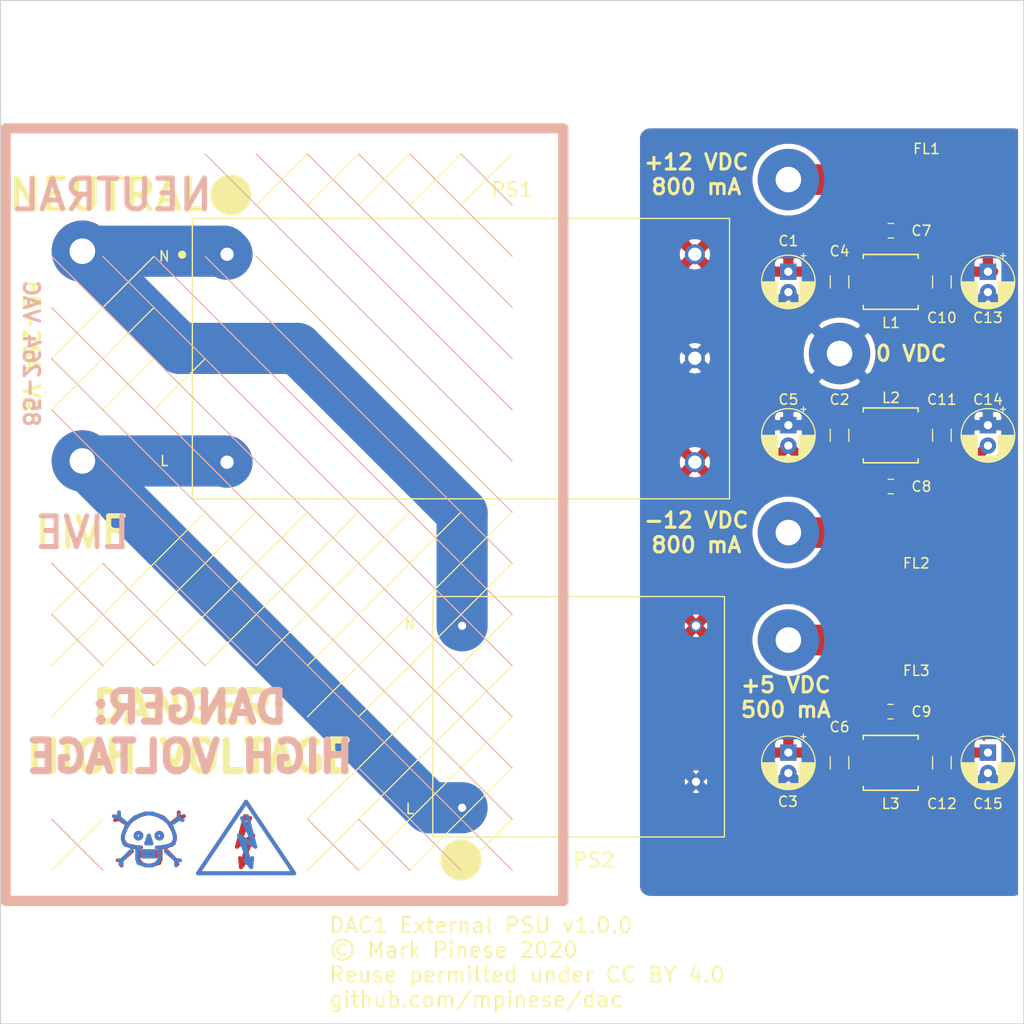
<source format=kicad_pcb>
(kicad_pcb (version 20171130) (host pcbnew "(5.1.5)-3")

  (general
    (thickness 1.6)
    (drawings 78)
    (tracks 19)
    (zones 0)
    (modules 37)
    (nets 13)
  )

  (page A4)
  (title_block
    (title "DAC1 External PSU")
    (date 2020-06-27)
    (rev 1.0.0)
    (company "© Mark Pinese 2020")
    (comment 1 "To view a copy of this license, visit https://creativecommons.org/licenses/by/4.0")
    (comment 2 "This work is licensed under CC BY 4.0.")
  )

  (layers
    (0 F.Cu signal)
    (31 B.Cu signal)
    (32 B.Adhes user)
    (33 F.Adhes user)
    (34 B.Paste user)
    (35 F.Paste user)
    (36 B.SilkS user)
    (37 F.SilkS user)
    (38 B.Mask user)
    (39 F.Mask user)
    (40 Dwgs.User user)
    (41 Cmts.User user)
    (42 Eco1.User user)
    (43 Eco2.User user)
    (44 Edge.Cuts user)
    (45 Margin user)
    (46 B.CrtYd user)
    (47 F.CrtYd user hide)
    (48 B.Fab user)
    (49 F.Fab user hide)
  )

  (setup
    (last_trace_width 0.25)
    (user_trace_width 1)
    (user_trace_width 5)
    (trace_clearance 0.2)
    (zone_clearance 0.508)
    (zone_45_only no)
    (trace_min 0.2)
    (via_size 0.8)
    (via_drill 0.4)
    (via_min_size 0.4)
    (via_min_drill 0.3)
    (user_via 1.6 0.8)
    (uvia_size 0.3)
    (uvia_drill 0.1)
    (uvias_allowed no)
    (uvia_min_size 0.2)
    (uvia_min_drill 0.1)
    (edge_width 0.05)
    (segment_width 0.2)
    (pcb_text_width 0.3)
    (pcb_text_size 1.5 1.5)
    (mod_edge_width 0.12)
    (mod_text_size 1 1)
    (mod_text_width 0.15)
    (pad_size 1.524 1.524)
    (pad_drill 0.762)
    (pad_to_mask_clearance 0.051)
    (solder_mask_min_width 0.25)
    (aux_axis_origin 0 0)
    (visible_elements 7FFFFFFF)
    (pcbplotparams
      (layerselection 0x010fc_ffffffff)
      (usegerberextensions false)
      (usegerberattributes false)
      (usegerberadvancedattributes false)
      (creategerberjobfile false)
      (excludeedgelayer true)
      (linewidth 0.100000)
      (plotframeref false)
      (viasonmask false)
      (mode 1)
      (useauxorigin false)
      (hpglpennumber 1)
      (hpglpenspeed 20)
      (hpglpendiameter 15.000000)
      (psnegative false)
      (psa4output false)
      (plotreference true)
      (plotvalue true)
      (plotinvisibletext false)
      (padsonsilk false)
      (subtractmaskfromsilk false)
      (outputformat 1)
      (mirror false)
      (drillshape 0)
      (scaleselection 1)
      (outputdirectory "fabrication/"))
  )

  (net 0 "")
  (net 1 "Net-(C1-Pad1)")
  (net 2 "Net-(C2-Pad2)")
  (net 3 "Net-(C3-Pad1)")
  (net 4 "Net-(C10-Pad1)")
  (net 5 "Net-(C11-Pad1)")
  (net 6 "Net-(C12-Pad1)")
  (net 7 "Net-(CONN3-Pad1)")
  (net 8 "Net-(CONN5-Pad1)")
  (net 9 "Net-(CONN6-Pad1)")
  (net 10 GND)
  (net 11 /LIVE)
  (net 12 /NEUTRAL)

  (net_class Default "This is the default net class."
    (clearance 0.2)
    (trace_width 0.25)
    (via_dia 0.8)
    (via_drill 0.4)
    (uvia_dia 0.3)
    (uvia_drill 0.1)
    (add_net GND)
    (add_net "Net-(C1-Pad1)")
    (add_net "Net-(C10-Pad1)")
    (add_net "Net-(C11-Pad1)")
    (add_net "Net-(C12-Pad1)")
    (add_net "Net-(C2-Pad2)")
    (add_net "Net-(C3-Pad1)")
    (add_net "Net-(CONN3-Pad1)")
    (add_net "Net-(CONN5-Pad1)")
    (add_net "Net-(CONN6-Pad1)")
  )

  (net_class Mains ""
    (clearance 4)
    (trace_width 5)
    (via_dia 0.8)
    (via_drill 0.4)
    (uvia_dia 0.3)
    (uvia_drill 0.1)
    (add_net /LIVE)
    (add_net /NEUTRAL)
  )

  (module Symbol:Symbol_HighVoltage_Type2_CopperTop_VerySmall (layer F.Cu) (tedit 0) (tstamp 5EF7C10B)
    (at 114 122.5)
    (descr "Symbol, High Voltage, Type 2, Copper Top, Very Small,")
    (tags "Symbol, High Voltage, Type 2, Copper Top, Very Small,")
    (attr virtual)
    (fp_text reference REF** (at -0.127 -5.715) (layer F.SilkS) hide
      (effects (font (size 1 1) (thickness 0.15)))
    )
    (fp_text value Symbol_HighVoltage_Type2_CopperTop_VerySmall (at -0.381 4.572) (layer F.Fab)
      (effects (font (size 1 1) (thickness 0.15)))
    )
    (fp_line (start -4.699 2.794) (end 0 -4.191) (layer F.Cu) (width 0.381))
    (fp_line (start 4.699 2.794) (end -4.699 2.794) (layer F.Cu) (width 0.381))
    (fp_line (start 0 -4.191) (end 4.699 2.794) (layer F.Cu) (width 0.381))
    (fp_line (start -0.49784 2.19964) (end -0.59944 1.30048) (layer F.Cu) (width 0.381))
    (fp_line (start 0.29972 -0.59944) (end -0.49784 2.19964) (layer F.Cu) (width 0.381))
    (fp_line (start -0.89916 0.20066) (end 0.29972 -0.59944) (layer F.Cu) (width 0.381))
    (fp_line (start -0.09906 -2.79908) (end -0.89916 0.20066) (layer F.Cu) (width 0.381))
    (fp_line (start -0.49784 2.19964) (end 0.1016 1.50114) (layer F.Cu) (width 0.381))
    (fp_line (start -0.89916 0.20066) (end 0.40132 -2.60096) (layer F.Cu) (width 0.381))
    (fp_line (start 0.70104 -0.89916) (end 0.1016 -0.50038) (layer F.Cu) (width 0.381))
    (fp_line (start -0.49784 2.19964) (end 0.70104 -0.89916) (layer F.Cu) (width 0.381))
  )

  (module Symbol:Symbol_Danger_CopperTop_Small (layer F.Cu) (tedit 0) (tstamp 5EF7C0CE)
    (at 104.5 122)
    (descr "Symbol, Danger, Copper Top, Small,")
    (tags "Symbol, Danger, Copper Top, Small,")
    (attr virtual)
    (fp_text reference REF** (at 0.254 -4.699) (layer F.SilkS) hide
      (effects (font (size 1 1) (thickness 0.15)))
    )
    (fp_text value Symbol_Danger_CopperTop_Small (at 0.889 4.572) (layer F.Fab)
      (effects (font (size 1 1) (thickness 0.15)))
    )
    (fp_line (start 2.667 2.032) (end 2.667 2.413) (layer F.Cu) (width 0.381))
    (fp_line (start 2.667 2.413) (end 2.794 2.413) (layer F.Cu) (width 0.381))
    (fp_line (start 1.778 1.143) (end 2.667 2.032) (layer F.Cu) (width 0.381))
    (fp_line (start 2.667 2.032) (end 2.921 2.032) (layer F.Cu) (width 0.381))
    (fp_line (start -2.921 -2.032) (end -3.302 -1.905) (layer F.Cu) (width 0.381))
    (fp_line (start -2.921 -2.032) (end -2.921 -2.413) (layer F.Cu) (width 0.381))
    (fp_line (start -2.413 -1.651) (end -2.921 -2.032) (layer F.Cu) (width 0.381))
    (fp_line (start -2.667 2.032) (end -2.667 2.54) (layer F.Cu) (width 0.381))
    (fp_line (start -2.667 2.032) (end -3.048 2.032) (layer F.Cu) (width 0.381))
    (fp_line (start -1.651 1.143) (end -2.667 2.032) (layer F.Cu) (width 0.381))
    (fp_line (start 2.921 -2.159) (end 3.429 -2.286) (layer F.Cu) (width 0.381))
    (fp_line (start 2.921 -2.159) (end 2.921 -2.667) (layer F.Cu) (width 0.381))
    (fp_line (start 2.286 -1.651) (end 2.921 -2.159) (layer F.Cu) (width 0.381))
    (fp_line (start 0.127 1.27) (end 0.127 1.524) (layer F.Cu) (width 0.381))
    (fp_line (start -0.508 1.143) (end 0.635 1.143) (layer F.Cu) (width 0.381))
    (fp_line (start 0.635 1.143) (end 0.635 1.651) (layer F.Cu) (width 0.381))
    (fp_line (start 0.635 1.651) (end -0.508 1.651) (layer F.Cu) (width 0.381))
    (fp_line (start -0.508 1.651) (end -0.508 1.143) (layer F.Cu) (width 0.381))
    (fp_circle (center -1.016 -0.381) (end -1.27 -0.254) (layer F.Cu) (width 0.381))
    (fp_circle (center 1.016 -0.381) (end 1.27 -0.254) (layer F.Cu) (width 0.381))
    (fp_line (start 0 -0.381) (end 0.254 0.381) (layer F.Cu) (width 0.381))
    (fp_line (start 0.254 0.381) (end -0.254 0.381) (layer F.Cu) (width 0.381))
    (fp_line (start -0.254 0.381) (end 0 -0.381) (layer F.Cu) (width 0.381))
    (fp_line (start -1.016 1.905) (end -0.889 2.159) (layer F.Cu) (width 0.381))
    (fp_line (start -0.889 2.159) (end -0.635 2.413) (layer F.Cu) (width 0.381))
    (fp_line (start -0.635 2.413) (end -0.254 2.54) (layer F.Cu) (width 0.381))
    (fp_line (start 1.143 0.762) (end 1.143 1.524) (layer F.Cu) (width 0.381))
    (fp_line (start 1.143 1.524) (end 1.143 1.905) (layer F.Cu) (width 0.381))
    (fp_line (start 1.143 1.905) (end 1.016 2.286) (layer F.Cu) (width 0.381))
    (fp_line (start 1.016 2.286) (end 0.635 2.413) (layer F.Cu) (width 0.381))
    (fp_line (start 0.635 2.413) (end 0.127 2.54) (layer F.Cu) (width 0.381))
    (fp_line (start 0.127 2.54) (end -0.254 2.54) (layer F.Cu) (width 0.381))
    (fp_line (start -1.016 1.905) (end -1.016 1.524) (layer F.Cu) (width 0.381))
    (fp_line (start -1.016 1.524) (end -1.016 0.762) (layer F.Cu) (width 0.381))
    (fp_line (start -2.54 0) (end -2.413 0.254) (layer F.Cu) (width 0.381))
    (fp_line (start -2.413 0.254) (end -2.286 0.508) (layer F.Cu) (width 0.381))
    (fp_line (start -2.286 0.508) (end -1.778 0.635) (layer F.Cu) (width 0.381))
    (fp_line (start -1.778 0.635) (end -1.143 0.762) (layer F.Cu) (width 0.381))
    (fp_line (start -1.143 0.762) (end -0.762 0.762) (layer F.Cu) (width 0.381))
    (fp_line (start -2.54 0) (end -2.54 -0.254) (layer F.Cu) (width 0.381))
    (fp_line (start -2.54 -0.254) (end -2.413 -0.762) (layer F.Cu) (width 0.381))
    (fp_line (start -2.413 -0.762) (end -2.159 -1.397) (layer F.Cu) (width 0.381))
    (fp_line (start -2.159 -1.397) (end -1.651 -1.905) (layer F.Cu) (width 0.381))
    (fp_line (start -1.651 -1.905) (end -1.016 -2.286) (layer F.Cu) (width 0.381))
    (fp_line (start -1.016 -2.286) (end -0.381 -2.54) (layer F.Cu) (width 0.381))
    (fp_line (start -0.381 -2.54) (end 0.127 -2.54) (layer F.Cu) (width 0.381))
    (fp_line (start 0.127 -2.54) (end 0.762 -2.413) (layer F.Cu) (width 0.381))
    (fp_line (start 0.762 -2.413) (end 1.397 -2.159) (layer F.Cu) (width 0.381))
    (fp_line (start 1.397 -2.159) (end 1.905 -1.651) (layer F.Cu) (width 0.381))
    (fp_line (start 1.905 -1.651) (end 2.159 -1.27) (layer F.Cu) (width 0.381))
    (fp_line (start 2.159 -1.27) (end 2.413 -0.762) (layer F.Cu) (width 0.381))
    (fp_line (start 2.413 -0.762) (end 2.54 -0.381) (layer F.Cu) (width 0.381))
    (fp_line (start 2.54 -0.381) (end 2.54 0) (layer F.Cu) (width 0.381))
    (fp_line (start 2.54 0) (end 2.413 0.381) (layer F.Cu) (width 0.381))
    (fp_line (start 2.413 0.381) (end 2.159 0.508) (layer F.Cu) (width 0.381))
    (fp_line (start 2.159 0.508) (end 1.651 0.762) (layer F.Cu) (width 0.381))
    (fp_line (start 1.651 0.762) (end 1.27 0.762) (layer F.Cu) (width 0.381))
    (fp_line (start 1.27 0.762) (end 0.889 0.762) (layer F.Cu) (width 0.381))
  )

  (module Symbol:Symbol_HighVoltage_Type2_CopperTop_VerySmall (layer B.Cu) (tedit 0) (tstamp 5EF7BDFB)
    (at 114 122.5 180)
    (descr "Symbol, High Voltage, Type 2, Copper Top, Very Small,")
    (tags "Symbol, High Voltage, Type 2, Copper Top, Very Small,")
    (attr virtual)
    (fp_text reference REF** (at -0.127 5.715) (layer B.SilkS) hide
      (effects (font (size 1 1) (thickness 0.15)) (justify mirror))
    )
    (fp_text value Symbol_HighVoltage_Type2_CopperTop_VerySmall (at -0.381 -4.572) (layer B.Fab)
      (effects (font (size 1 1) (thickness 0.15)) (justify mirror))
    )
    (fp_line (start -0.49784 -2.19964) (end 0.70104 0.89916) (layer B.Cu) (width 0.381))
    (fp_line (start 0.70104 0.89916) (end 0.1016 0.50038) (layer B.Cu) (width 0.381))
    (fp_line (start -0.89916 -0.20066) (end 0.40132 2.60096) (layer B.Cu) (width 0.381))
    (fp_line (start -0.49784 -2.19964) (end 0.1016 -1.50114) (layer B.Cu) (width 0.381))
    (fp_line (start -0.09906 2.79908) (end -0.89916 -0.20066) (layer B.Cu) (width 0.381))
    (fp_line (start -0.89916 -0.20066) (end 0.29972 0.59944) (layer B.Cu) (width 0.381))
    (fp_line (start 0.29972 0.59944) (end -0.49784 -2.19964) (layer B.Cu) (width 0.381))
    (fp_line (start -0.49784 -2.19964) (end -0.59944 -1.30048) (layer B.Cu) (width 0.381))
    (fp_line (start 0 4.191) (end 4.699 -2.794) (layer B.Cu) (width 0.381))
    (fp_line (start 4.699 -2.794) (end -4.699 -2.794) (layer B.Cu) (width 0.381))
    (fp_line (start -4.699 -2.794) (end 0 4.191) (layer B.Cu) (width 0.381))
  )

  (module Symbol:Symbol_Danger_CopperTop_Small (layer B.Cu) (tedit 0) (tstamp 5EF7BD0B)
    (at 104.5 122 180)
    (descr "Symbol, Danger, Copper Top, Small,")
    (tags "Symbol, Danger, Copper Top, Small,")
    (attr virtual)
    (fp_text reference REF** (at 0.254 4.699) (layer B.SilkS) hide
      (effects (font (size 1 1) (thickness 0.15)) (justify mirror))
    )
    (fp_text value Symbol_Danger_CopperTop_Small (at 0.889 -4.572) (layer B.Fab)
      (effects (font (size 1 1) (thickness 0.15)) (justify mirror))
    )
    (fp_line (start 1.27 -0.762) (end 0.889 -0.762) (layer B.Cu) (width 0.381))
    (fp_line (start 1.651 -0.762) (end 1.27 -0.762) (layer B.Cu) (width 0.381))
    (fp_line (start 2.159 -0.508) (end 1.651 -0.762) (layer B.Cu) (width 0.381))
    (fp_line (start 2.413 -0.381) (end 2.159 -0.508) (layer B.Cu) (width 0.381))
    (fp_line (start 2.54 0) (end 2.413 -0.381) (layer B.Cu) (width 0.381))
    (fp_line (start 2.54 0.381) (end 2.54 0) (layer B.Cu) (width 0.381))
    (fp_line (start 2.413 0.762) (end 2.54 0.381) (layer B.Cu) (width 0.381))
    (fp_line (start 2.159 1.27) (end 2.413 0.762) (layer B.Cu) (width 0.381))
    (fp_line (start 1.905 1.651) (end 2.159 1.27) (layer B.Cu) (width 0.381))
    (fp_line (start 1.397 2.159) (end 1.905 1.651) (layer B.Cu) (width 0.381))
    (fp_line (start 0.762 2.413) (end 1.397 2.159) (layer B.Cu) (width 0.381))
    (fp_line (start 0.127 2.54) (end 0.762 2.413) (layer B.Cu) (width 0.381))
    (fp_line (start -0.381 2.54) (end 0.127 2.54) (layer B.Cu) (width 0.381))
    (fp_line (start -1.016 2.286) (end -0.381 2.54) (layer B.Cu) (width 0.381))
    (fp_line (start -1.651 1.905) (end -1.016 2.286) (layer B.Cu) (width 0.381))
    (fp_line (start -2.159 1.397) (end -1.651 1.905) (layer B.Cu) (width 0.381))
    (fp_line (start -2.413 0.762) (end -2.159 1.397) (layer B.Cu) (width 0.381))
    (fp_line (start -2.54 0.254) (end -2.413 0.762) (layer B.Cu) (width 0.381))
    (fp_line (start -2.54 0) (end -2.54 0.254) (layer B.Cu) (width 0.381))
    (fp_line (start -1.143 -0.762) (end -0.762 -0.762) (layer B.Cu) (width 0.381))
    (fp_line (start -1.778 -0.635) (end -1.143 -0.762) (layer B.Cu) (width 0.381))
    (fp_line (start -2.286 -0.508) (end -1.778 -0.635) (layer B.Cu) (width 0.381))
    (fp_line (start -2.413 -0.254) (end -2.286 -0.508) (layer B.Cu) (width 0.381))
    (fp_line (start -2.54 0) (end -2.413 -0.254) (layer B.Cu) (width 0.381))
    (fp_line (start -1.016 -1.524) (end -1.016 -0.762) (layer B.Cu) (width 0.381))
    (fp_line (start -1.016 -1.905) (end -1.016 -1.524) (layer B.Cu) (width 0.381))
    (fp_line (start 0.127 -2.54) (end -0.254 -2.54) (layer B.Cu) (width 0.381))
    (fp_line (start 0.635 -2.413) (end 0.127 -2.54) (layer B.Cu) (width 0.381))
    (fp_line (start 1.016 -2.286) (end 0.635 -2.413) (layer B.Cu) (width 0.381))
    (fp_line (start 1.143 -1.905) (end 1.016 -2.286) (layer B.Cu) (width 0.381))
    (fp_line (start 1.143 -1.524) (end 1.143 -1.905) (layer B.Cu) (width 0.381))
    (fp_line (start 1.143 -0.762) (end 1.143 -1.524) (layer B.Cu) (width 0.381))
    (fp_line (start -0.635 -2.413) (end -0.254 -2.54) (layer B.Cu) (width 0.381))
    (fp_line (start -0.889 -2.159) (end -0.635 -2.413) (layer B.Cu) (width 0.381))
    (fp_line (start -1.016 -1.905) (end -0.889 -2.159) (layer B.Cu) (width 0.381))
    (fp_line (start -0.254 -0.381) (end 0 0.381) (layer B.Cu) (width 0.381))
    (fp_line (start 0.254 -0.381) (end -0.254 -0.381) (layer B.Cu) (width 0.381))
    (fp_line (start 0 0.381) (end 0.254 -0.381) (layer B.Cu) (width 0.381))
    (fp_circle (center 1.016 0.381) (end 1.27 0.254) (layer B.Cu) (width 0.381))
    (fp_circle (center -1.016 0.381) (end -1.27 0.254) (layer B.Cu) (width 0.381))
    (fp_line (start -0.508 -1.651) (end -0.508 -1.143) (layer B.Cu) (width 0.381))
    (fp_line (start 0.635 -1.651) (end -0.508 -1.651) (layer B.Cu) (width 0.381))
    (fp_line (start 0.635 -1.143) (end 0.635 -1.651) (layer B.Cu) (width 0.381))
    (fp_line (start -0.508 -1.143) (end 0.635 -1.143) (layer B.Cu) (width 0.381))
    (fp_line (start 0.127 -1.27) (end 0.127 -1.524) (layer B.Cu) (width 0.381))
    (fp_line (start 2.286 1.651) (end 2.921 2.159) (layer B.Cu) (width 0.381))
    (fp_line (start 2.921 2.159) (end 2.921 2.667) (layer B.Cu) (width 0.381))
    (fp_line (start 2.921 2.159) (end 3.429 2.286) (layer B.Cu) (width 0.381))
    (fp_line (start -1.651 -1.143) (end -2.667 -2.032) (layer B.Cu) (width 0.381))
    (fp_line (start -2.667 -2.032) (end -3.048 -2.032) (layer B.Cu) (width 0.381))
    (fp_line (start -2.667 -2.032) (end -2.667 -2.54) (layer B.Cu) (width 0.381))
    (fp_line (start -2.413 1.651) (end -2.921 2.032) (layer B.Cu) (width 0.381))
    (fp_line (start -2.921 2.032) (end -2.921 2.413) (layer B.Cu) (width 0.381))
    (fp_line (start -2.921 2.032) (end -3.302 1.905) (layer B.Cu) (width 0.381))
    (fp_line (start 2.667 -2.032) (end 2.921 -2.032) (layer B.Cu) (width 0.381))
    (fp_line (start 1.778 -1.143) (end 2.667 -2.032) (layer B.Cu) (width 0.381))
    (fp_line (start 2.667 -2.413) (end 2.794 -2.413) (layer B.Cu) (width 0.381))
    (fp_line (start 2.667 -2.032) (end 2.667 -2.413) (layer B.Cu) (width 0.381))
  )

  (module Capacitor_THT:CP_Radial_D5.0mm_P2.00mm (layer F.Cu) (tedit 5AE50EF0) (tstamp 5ED2064E)
    (at 167 66.5 270)
    (descr "CP, Radial series, Radial, pin pitch=2.00mm, , diameter=5mm, Electrolytic Capacitor")
    (tags "CP Radial series Radial pin pitch 2.00mm  diameter 5mm Electrolytic Capacitor")
    (path /5ED1C31B)
    (fp_text reference C1 (at -3 0 180) (layer F.SilkS)
      (effects (font (size 1 1) (thickness 0.15)))
    )
    (fp_text value 6.8u (at 1 3.75 90) (layer F.Fab)
      (effects (font (size 1 1) (thickness 0.15)))
    )
    (fp_text user %R (at 1 0 90) (layer F.Fab)
      (effects (font (size 1 1) (thickness 0.15)))
    )
    (fp_line (start -1.554775 -1.725) (end -1.554775 -1.225) (layer F.SilkS) (width 0.12))
    (fp_line (start -1.804775 -1.475) (end -1.304775 -1.475) (layer F.SilkS) (width 0.12))
    (fp_line (start 3.601 -0.284) (end 3.601 0.284) (layer F.SilkS) (width 0.12))
    (fp_line (start 3.561 -0.518) (end 3.561 0.518) (layer F.SilkS) (width 0.12))
    (fp_line (start 3.521 -0.677) (end 3.521 0.677) (layer F.SilkS) (width 0.12))
    (fp_line (start 3.481 -0.805) (end 3.481 0.805) (layer F.SilkS) (width 0.12))
    (fp_line (start 3.441 -0.915) (end 3.441 0.915) (layer F.SilkS) (width 0.12))
    (fp_line (start 3.401 -1.011) (end 3.401 1.011) (layer F.SilkS) (width 0.12))
    (fp_line (start 3.361 -1.098) (end 3.361 1.098) (layer F.SilkS) (width 0.12))
    (fp_line (start 3.321 -1.178) (end 3.321 1.178) (layer F.SilkS) (width 0.12))
    (fp_line (start 3.281 -1.251) (end 3.281 1.251) (layer F.SilkS) (width 0.12))
    (fp_line (start 3.241 -1.319) (end 3.241 1.319) (layer F.SilkS) (width 0.12))
    (fp_line (start 3.201 -1.383) (end 3.201 1.383) (layer F.SilkS) (width 0.12))
    (fp_line (start 3.161 -1.443) (end 3.161 1.443) (layer F.SilkS) (width 0.12))
    (fp_line (start 3.121 -1.5) (end 3.121 1.5) (layer F.SilkS) (width 0.12))
    (fp_line (start 3.081 -1.554) (end 3.081 1.554) (layer F.SilkS) (width 0.12))
    (fp_line (start 3.041 -1.605) (end 3.041 1.605) (layer F.SilkS) (width 0.12))
    (fp_line (start 3.001 1.04) (end 3.001 1.653) (layer F.SilkS) (width 0.12))
    (fp_line (start 3.001 -1.653) (end 3.001 -1.04) (layer F.SilkS) (width 0.12))
    (fp_line (start 2.961 1.04) (end 2.961 1.699) (layer F.SilkS) (width 0.12))
    (fp_line (start 2.961 -1.699) (end 2.961 -1.04) (layer F.SilkS) (width 0.12))
    (fp_line (start 2.921 1.04) (end 2.921 1.743) (layer F.SilkS) (width 0.12))
    (fp_line (start 2.921 -1.743) (end 2.921 -1.04) (layer F.SilkS) (width 0.12))
    (fp_line (start 2.881 1.04) (end 2.881 1.785) (layer F.SilkS) (width 0.12))
    (fp_line (start 2.881 -1.785) (end 2.881 -1.04) (layer F.SilkS) (width 0.12))
    (fp_line (start 2.841 1.04) (end 2.841 1.826) (layer F.SilkS) (width 0.12))
    (fp_line (start 2.841 -1.826) (end 2.841 -1.04) (layer F.SilkS) (width 0.12))
    (fp_line (start 2.801 1.04) (end 2.801 1.864) (layer F.SilkS) (width 0.12))
    (fp_line (start 2.801 -1.864) (end 2.801 -1.04) (layer F.SilkS) (width 0.12))
    (fp_line (start 2.761 1.04) (end 2.761 1.901) (layer F.SilkS) (width 0.12))
    (fp_line (start 2.761 -1.901) (end 2.761 -1.04) (layer F.SilkS) (width 0.12))
    (fp_line (start 2.721 1.04) (end 2.721 1.937) (layer F.SilkS) (width 0.12))
    (fp_line (start 2.721 -1.937) (end 2.721 -1.04) (layer F.SilkS) (width 0.12))
    (fp_line (start 2.681 1.04) (end 2.681 1.971) (layer F.SilkS) (width 0.12))
    (fp_line (start 2.681 -1.971) (end 2.681 -1.04) (layer F.SilkS) (width 0.12))
    (fp_line (start 2.641 1.04) (end 2.641 2.004) (layer F.SilkS) (width 0.12))
    (fp_line (start 2.641 -2.004) (end 2.641 -1.04) (layer F.SilkS) (width 0.12))
    (fp_line (start 2.601 1.04) (end 2.601 2.035) (layer F.SilkS) (width 0.12))
    (fp_line (start 2.601 -2.035) (end 2.601 -1.04) (layer F.SilkS) (width 0.12))
    (fp_line (start 2.561 1.04) (end 2.561 2.065) (layer F.SilkS) (width 0.12))
    (fp_line (start 2.561 -2.065) (end 2.561 -1.04) (layer F.SilkS) (width 0.12))
    (fp_line (start 2.521 1.04) (end 2.521 2.095) (layer F.SilkS) (width 0.12))
    (fp_line (start 2.521 -2.095) (end 2.521 -1.04) (layer F.SilkS) (width 0.12))
    (fp_line (start 2.481 1.04) (end 2.481 2.122) (layer F.SilkS) (width 0.12))
    (fp_line (start 2.481 -2.122) (end 2.481 -1.04) (layer F.SilkS) (width 0.12))
    (fp_line (start 2.441 1.04) (end 2.441 2.149) (layer F.SilkS) (width 0.12))
    (fp_line (start 2.441 -2.149) (end 2.441 -1.04) (layer F.SilkS) (width 0.12))
    (fp_line (start 2.401 1.04) (end 2.401 2.175) (layer F.SilkS) (width 0.12))
    (fp_line (start 2.401 -2.175) (end 2.401 -1.04) (layer F.SilkS) (width 0.12))
    (fp_line (start 2.361 1.04) (end 2.361 2.2) (layer F.SilkS) (width 0.12))
    (fp_line (start 2.361 -2.2) (end 2.361 -1.04) (layer F.SilkS) (width 0.12))
    (fp_line (start 2.321 1.04) (end 2.321 2.224) (layer F.SilkS) (width 0.12))
    (fp_line (start 2.321 -2.224) (end 2.321 -1.04) (layer F.SilkS) (width 0.12))
    (fp_line (start 2.281 1.04) (end 2.281 2.247) (layer F.SilkS) (width 0.12))
    (fp_line (start 2.281 -2.247) (end 2.281 -1.04) (layer F.SilkS) (width 0.12))
    (fp_line (start 2.241 1.04) (end 2.241 2.268) (layer F.SilkS) (width 0.12))
    (fp_line (start 2.241 -2.268) (end 2.241 -1.04) (layer F.SilkS) (width 0.12))
    (fp_line (start 2.201 1.04) (end 2.201 2.29) (layer F.SilkS) (width 0.12))
    (fp_line (start 2.201 -2.29) (end 2.201 -1.04) (layer F.SilkS) (width 0.12))
    (fp_line (start 2.161 1.04) (end 2.161 2.31) (layer F.SilkS) (width 0.12))
    (fp_line (start 2.161 -2.31) (end 2.161 -1.04) (layer F.SilkS) (width 0.12))
    (fp_line (start 2.121 1.04) (end 2.121 2.329) (layer F.SilkS) (width 0.12))
    (fp_line (start 2.121 -2.329) (end 2.121 -1.04) (layer F.SilkS) (width 0.12))
    (fp_line (start 2.081 1.04) (end 2.081 2.348) (layer F.SilkS) (width 0.12))
    (fp_line (start 2.081 -2.348) (end 2.081 -1.04) (layer F.SilkS) (width 0.12))
    (fp_line (start 2.041 1.04) (end 2.041 2.365) (layer F.SilkS) (width 0.12))
    (fp_line (start 2.041 -2.365) (end 2.041 -1.04) (layer F.SilkS) (width 0.12))
    (fp_line (start 2.001 1.04) (end 2.001 2.382) (layer F.SilkS) (width 0.12))
    (fp_line (start 2.001 -2.382) (end 2.001 -1.04) (layer F.SilkS) (width 0.12))
    (fp_line (start 1.961 1.04) (end 1.961 2.398) (layer F.SilkS) (width 0.12))
    (fp_line (start 1.961 -2.398) (end 1.961 -1.04) (layer F.SilkS) (width 0.12))
    (fp_line (start 1.921 1.04) (end 1.921 2.414) (layer F.SilkS) (width 0.12))
    (fp_line (start 1.921 -2.414) (end 1.921 -1.04) (layer F.SilkS) (width 0.12))
    (fp_line (start 1.881 1.04) (end 1.881 2.428) (layer F.SilkS) (width 0.12))
    (fp_line (start 1.881 -2.428) (end 1.881 -1.04) (layer F.SilkS) (width 0.12))
    (fp_line (start 1.841 1.04) (end 1.841 2.442) (layer F.SilkS) (width 0.12))
    (fp_line (start 1.841 -2.442) (end 1.841 -1.04) (layer F.SilkS) (width 0.12))
    (fp_line (start 1.801 1.04) (end 1.801 2.455) (layer F.SilkS) (width 0.12))
    (fp_line (start 1.801 -2.455) (end 1.801 -1.04) (layer F.SilkS) (width 0.12))
    (fp_line (start 1.761 1.04) (end 1.761 2.468) (layer F.SilkS) (width 0.12))
    (fp_line (start 1.761 -2.468) (end 1.761 -1.04) (layer F.SilkS) (width 0.12))
    (fp_line (start 1.721 1.04) (end 1.721 2.48) (layer F.SilkS) (width 0.12))
    (fp_line (start 1.721 -2.48) (end 1.721 -1.04) (layer F.SilkS) (width 0.12))
    (fp_line (start 1.68 1.04) (end 1.68 2.491) (layer F.SilkS) (width 0.12))
    (fp_line (start 1.68 -2.491) (end 1.68 -1.04) (layer F.SilkS) (width 0.12))
    (fp_line (start 1.64 1.04) (end 1.64 2.501) (layer F.SilkS) (width 0.12))
    (fp_line (start 1.64 -2.501) (end 1.64 -1.04) (layer F.SilkS) (width 0.12))
    (fp_line (start 1.6 1.04) (end 1.6 2.511) (layer F.SilkS) (width 0.12))
    (fp_line (start 1.6 -2.511) (end 1.6 -1.04) (layer F.SilkS) (width 0.12))
    (fp_line (start 1.56 1.04) (end 1.56 2.52) (layer F.SilkS) (width 0.12))
    (fp_line (start 1.56 -2.52) (end 1.56 -1.04) (layer F.SilkS) (width 0.12))
    (fp_line (start 1.52 1.04) (end 1.52 2.528) (layer F.SilkS) (width 0.12))
    (fp_line (start 1.52 -2.528) (end 1.52 -1.04) (layer F.SilkS) (width 0.12))
    (fp_line (start 1.48 1.04) (end 1.48 2.536) (layer F.SilkS) (width 0.12))
    (fp_line (start 1.48 -2.536) (end 1.48 -1.04) (layer F.SilkS) (width 0.12))
    (fp_line (start 1.44 1.04) (end 1.44 2.543) (layer F.SilkS) (width 0.12))
    (fp_line (start 1.44 -2.543) (end 1.44 -1.04) (layer F.SilkS) (width 0.12))
    (fp_line (start 1.4 1.04) (end 1.4 2.55) (layer F.SilkS) (width 0.12))
    (fp_line (start 1.4 -2.55) (end 1.4 -1.04) (layer F.SilkS) (width 0.12))
    (fp_line (start 1.36 1.04) (end 1.36 2.556) (layer F.SilkS) (width 0.12))
    (fp_line (start 1.36 -2.556) (end 1.36 -1.04) (layer F.SilkS) (width 0.12))
    (fp_line (start 1.32 1.04) (end 1.32 2.561) (layer F.SilkS) (width 0.12))
    (fp_line (start 1.32 -2.561) (end 1.32 -1.04) (layer F.SilkS) (width 0.12))
    (fp_line (start 1.28 1.04) (end 1.28 2.565) (layer F.SilkS) (width 0.12))
    (fp_line (start 1.28 -2.565) (end 1.28 -1.04) (layer F.SilkS) (width 0.12))
    (fp_line (start 1.24 1.04) (end 1.24 2.569) (layer F.SilkS) (width 0.12))
    (fp_line (start 1.24 -2.569) (end 1.24 -1.04) (layer F.SilkS) (width 0.12))
    (fp_line (start 1.2 1.04) (end 1.2 2.573) (layer F.SilkS) (width 0.12))
    (fp_line (start 1.2 -2.573) (end 1.2 -1.04) (layer F.SilkS) (width 0.12))
    (fp_line (start 1.16 1.04) (end 1.16 2.576) (layer F.SilkS) (width 0.12))
    (fp_line (start 1.16 -2.576) (end 1.16 -1.04) (layer F.SilkS) (width 0.12))
    (fp_line (start 1.12 1.04) (end 1.12 2.578) (layer F.SilkS) (width 0.12))
    (fp_line (start 1.12 -2.578) (end 1.12 -1.04) (layer F.SilkS) (width 0.12))
    (fp_line (start 1.08 1.04) (end 1.08 2.579) (layer F.SilkS) (width 0.12))
    (fp_line (start 1.08 -2.579) (end 1.08 -1.04) (layer F.SilkS) (width 0.12))
    (fp_line (start 1.04 -2.58) (end 1.04 -1.04) (layer F.SilkS) (width 0.12))
    (fp_line (start 1.04 1.04) (end 1.04 2.58) (layer F.SilkS) (width 0.12))
    (fp_line (start 1 -2.58) (end 1 -1.04) (layer F.SilkS) (width 0.12))
    (fp_line (start 1 1.04) (end 1 2.58) (layer F.SilkS) (width 0.12))
    (fp_line (start -0.883605 -1.3375) (end -0.883605 -0.8375) (layer F.Fab) (width 0.1))
    (fp_line (start -1.133605 -1.0875) (end -0.633605 -1.0875) (layer F.Fab) (width 0.1))
    (fp_circle (center 1 0) (end 3.75 0) (layer F.CrtYd) (width 0.05))
    (fp_circle (center 1 0) (end 3.62 0) (layer F.SilkS) (width 0.12))
    (fp_circle (center 1 0) (end 3.5 0) (layer F.Fab) (width 0.1))
    (pad 2 thru_hole circle (at 2 0 270) (size 1.6 1.6) (drill 0.8) (layers *.Cu *.Mask)
      (net 10 GND))
    (pad 1 thru_hole rect (at 0 0 270) (size 1.6 1.6) (drill 0.8) (layers *.Cu *.Mask)
      (net 1 "Net-(C1-Pad1)"))
    (model ${KISYS3DMOD}/Capacitor_THT.3dshapes/CP_Radial_D5.0mm_P2.00mm.wrl
      (at (xyz 0 0 0))
      (scale (xyz 1 1 1))
      (rotate (xyz 0 0 0))
    )
  )

  (module Capacitor_THT:CP_Radial_D5.0mm_P2.00mm (layer F.Cu) (tedit 5AE50EF0) (tstamp 5EF74F8B)
    (at 167 81.5 270)
    (descr "CP, Radial series, Radial, pin pitch=2.00mm, , diameter=5mm, Electrolytic Capacitor")
    (tags "CP Radial series Radial pin pitch 2.00mm  diameter 5mm Electrolytic Capacitor")
    (path /5ED36F97)
    (fp_text reference C2 (at -2.5 -5 180) (layer F.SilkS)
      (effects (font (size 1 1) (thickness 0.15)))
    )
    (fp_text value 6.8u (at 1 3.75 90) (layer F.Fab)
      (effects (font (size 1 1) (thickness 0.15)))
    )
    (fp_text user %R (at 1 0 90) (layer F.Fab)
      (effects (font (size 1 1) (thickness 0.15)))
    )
    (fp_line (start -1.554775 -1.725) (end -1.554775 -1.225) (layer F.SilkS) (width 0.12))
    (fp_line (start -1.804775 -1.475) (end -1.304775 -1.475) (layer F.SilkS) (width 0.12))
    (fp_line (start 3.601 -0.284) (end 3.601 0.284) (layer F.SilkS) (width 0.12))
    (fp_line (start 3.561 -0.518) (end 3.561 0.518) (layer F.SilkS) (width 0.12))
    (fp_line (start 3.521 -0.677) (end 3.521 0.677) (layer F.SilkS) (width 0.12))
    (fp_line (start 3.481 -0.805) (end 3.481 0.805) (layer F.SilkS) (width 0.12))
    (fp_line (start 3.441 -0.915) (end 3.441 0.915) (layer F.SilkS) (width 0.12))
    (fp_line (start 3.401 -1.011) (end 3.401 1.011) (layer F.SilkS) (width 0.12))
    (fp_line (start 3.361 -1.098) (end 3.361 1.098) (layer F.SilkS) (width 0.12))
    (fp_line (start 3.321 -1.178) (end 3.321 1.178) (layer F.SilkS) (width 0.12))
    (fp_line (start 3.281 -1.251) (end 3.281 1.251) (layer F.SilkS) (width 0.12))
    (fp_line (start 3.241 -1.319) (end 3.241 1.319) (layer F.SilkS) (width 0.12))
    (fp_line (start 3.201 -1.383) (end 3.201 1.383) (layer F.SilkS) (width 0.12))
    (fp_line (start 3.161 -1.443) (end 3.161 1.443) (layer F.SilkS) (width 0.12))
    (fp_line (start 3.121 -1.5) (end 3.121 1.5) (layer F.SilkS) (width 0.12))
    (fp_line (start 3.081 -1.554) (end 3.081 1.554) (layer F.SilkS) (width 0.12))
    (fp_line (start 3.041 -1.605) (end 3.041 1.605) (layer F.SilkS) (width 0.12))
    (fp_line (start 3.001 1.04) (end 3.001 1.653) (layer F.SilkS) (width 0.12))
    (fp_line (start 3.001 -1.653) (end 3.001 -1.04) (layer F.SilkS) (width 0.12))
    (fp_line (start 2.961 1.04) (end 2.961 1.699) (layer F.SilkS) (width 0.12))
    (fp_line (start 2.961 -1.699) (end 2.961 -1.04) (layer F.SilkS) (width 0.12))
    (fp_line (start 2.921 1.04) (end 2.921 1.743) (layer F.SilkS) (width 0.12))
    (fp_line (start 2.921 -1.743) (end 2.921 -1.04) (layer F.SilkS) (width 0.12))
    (fp_line (start 2.881 1.04) (end 2.881 1.785) (layer F.SilkS) (width 0.12))
    (fp_line (start 2.881 -1.785) (end 2.881 -1.04) (layer F.SilkS) (width 0.12))
    (fp_line (start 2.841 1.04) (end 2.841 1.826) (layer F.SilkS) (width 0.12))
    (fp_line (start 2.841 -1.826) (end 2.841 -1.04) (layer F.SilkS) (width 0.12))
    (fp_line (start 2.801 1.04) (end 2.801 1.864) (layer F.SilkS) (width 0.12))
    (fp_line (start 2.801 -1.864) (end 2.801 -1.04) (layer F.SilkS) (width 0.12))
    (fp_line (start 2.761 1.04) (end 2.761 1.901) (layer F.SilkS) (width 0.12))
    (fp_line (start 2.761 -1.901) (end 2.761 -1.04) (layer F.SilkS) (width 0.12))
    (fp_line (start 2.721 1.04) (end 2.721 1.937) (layer F.SilkS) (width 0.12))
    (fp_line (start 2.721 -1.937) (end 2.721 -1.04) (layer F.SilkS) (width 0.12))
    (fp_line (start 2.681 1.04) (end 2.681 1.971) (layer F.SilkS) (width 0.12))
    (fp_line (start 2.681 -1.971) (end 2.681 -1.04) (layer F.SilkS) (width 0.12))
    (fp_line (start 2.641 1.04) (end 2.641 2.004) (layer F.SilkS) (width 0.12))
    (fp_line (start 2.641 -2.004) (end 2.641 -1.04) (layer F.SilkS) (width 0.12))
    (fp_line (start 2.601 1.04) (end 2.601 2.035) (layer F.SilkS) (width 0.12))
    (fp_line (start 2.601 -2.035) (end 2.601 -1.04) (layer F.SilkS) (width 0.12))
    (fp_line (start 2.561 1.04) (end 2.561 2.065) (layer F.SilkS) (width 0.12))
    (fp_line (start 2.561 -2.065) (end 2.561 -1.04) (layer F.SilkS) (width 0.12))
    (fp_line (start 2.521 1.04) (end 2.521 2.095) (layer F.SilkS) (width 0.12))
    (fp_line (start 2.521 -2.095) (end 2.521 -1.04) (layer F.SilkS) (width 0.12))
    (fp_line (start 2.481 1.04) (end 2.481 2.122) (layer F.SilkS) (width 0.12))
    (fp_line (start 2.481 -2.122) (end 2.481 -1.04) (layer F.SilkS) (width 0.12))
    (fp_line (start 2.441 1.04) (end 2.441 2.149) (layer F.SilkS) (width 0.12))
    (fp_line (start 2.441 -2.149) (end 2.441 -1.04) (layer F.SilkS) (width 0.12))
    (fp_line (start 2.401 1.04) (end 2.401 2.175) (layer F.SilkS) (width 0.12))
    (fp_line (start 2.401 -2.175) (end 2.401 -1.04) (layer F.SilkS) (width 0.12))
    (fp_line (start 2.361 1.04) (end 2.361 2.2) (layer F.SilkS) (width 0.12))
    (fp_line (start 2.361 -2.2) (end 2.361 -1.04) (layer F.SilkS) (width 0.12))
    (fp_line (start 2.321 1.04) (end 2.321 2.224) (layer F.SilkS) (width 0.12))
    (fp_line (start 2.321 -2.224) (end 2.321 -1.04) (layer F.SilkS) (width 0.12))
    (fp_line (start 2.281 1.04) (end 2.281 2.247) (layer F.SilkS) (width 0.12))
    (fp_line (start 2.281 -2.247) (end 2.281 -1.04) (layer F.SilkS) (width 0.12))
    (fp_line (start 2.241 1.04) (end 2.241 2.268) (layer F.SilkS) (width 0.12))
    (fp_line (start 2.241 -2.268) (end 2.241 -1.04) (layer F.SilkS) (width 0.12))
    (fp_line (start 2.201 1.04) (end 2.201 2.29) (layer F.SilkS) (width 0.12))
    (fp_line (start 2.201 -2.29) (end 2.201 -1.04) (layer F.SilkS) (width 0.12))
    (fp_line (start 2.161 1.04) (end 2.161 2.31) (layer F.SilkS) (width 0.12))
    (fp_line (start 2.161 -2.31) (end 2.161 -1.04) (layer F.SilkS) (width 0.12))
    (fp_line (start 2.121 1.04) (end 2.121 2.329) (layer F.SilkS) (width 0.12))
    (fp_line (start 2.121 -2.329) (end 2.121 -1.04) (layer F.SilkS) (width 0.12))
    (fp_line (start 2.081 1.04) (end 2.081 2.348) (layer F.SilkS) (width 0.12))
    (fp_line (start 2.081 -2.348) (end 2.081 -1.04) (layer F.SilkS) (width 0.12))
    (fp_line (start 2.041 1.04) (end 2.041 2.365) (layer F.SilkS) (width 0.12))
    (fp_line (start 2.041 -2.365) (end 2.041 -1.04) (layer F.SilkS) (width 0.12))
    (fp_line (start 2.001 1.04) (end 2.001 2.382) (layer F.SilkS) (width 0.12))
    (fp_line (start 2.001 -2.382) (end 2.001 -1.04) (layer F.SilkS) (width 0.12))
    (fp_line (start 1.961 1.04) (end 1.961 2.398) (layer F.SilkS) (width 0.12))
    (fp_line (start 1.961 -2.398) (end 1.961 -1.04) (layer F.SilkS) (width 0.12))
    (fp_line (start 1.921 1.04) (end 1.921 2.414) (layer F.SilkS) (width 0.12))
    (fp_line (start 1.921 -2.414) (end 1.921 -1.04) (layer F.SilkS) (width 0.12))
    (fp_line (start 1.881 1.04) (end 1.881 2.428) (layer F.SilkS) (width 0.12))
    (fp_line (start 1.881 -2.428) (end 1.881 -1.04) (layer F.SilkS) (width 0.12))
    (fp_line (start 1.841 1.04) (end 1.841 2.442) (layer F.SilkS) (width 0.12))
    (fp_line (start 1.841 -2.442) (end 1.841 -1.04) (layer F.SilkS) (width 0.12))
    (fp_line (start 1.801 1.04) (end 1.801 2.455) (layer F.SilkS) (width 0.12))
    (fp_line (start 1.801 -2.455) (end 1.801 -1.04) (layer F.SilkS) (width 0.12))
    (fp_line (start 1.761 1.04) (end 1.761 2.468) (layer F.SilkS) (width 0.12))
    (fp_line (start 1.761 -2.468) (end 1.761 -1.04) (layer F.SilkS) (width 0.12))
    (fp_line (start 1.721 1.04) (end 1.721 2.48) (layer F.SilkS) (width 0.12))
    (fp_line (start 1.721 -2.48) (end 1.721 -1.04) (layer F.SilkS) (width 0.12))
    (fp_line (start 1.68 1.04) (end 1.68 2.491) (layer F.SilkS) (width 0.12))
    (fp_line (start 1.68 -2.491) (end 1.68 -1.04) (layer F.SilkS) (width 0.12))
    (fp_line (start 1.64 1.04) (end 1.64 2.501) (layer F.SilkS) (width 0.12))
    (fp_line (start 1.64 -2.501) (end 1.64 -1.04) (layer F.SilkS) (width 0.12))
    (fp_line (start 1.6 1.04) (end 1.6 2.511) (layer F.SilkS) (width 0.12))
    (fp_line (start 1.6 -2.511) (end 1.6 -1.04) (layer F.SilkS) (width 0.12))
    (fp_line (start 1.56 1.04) (end 1.56 2.52) (layer F.SilkS) (width 0.12))
    (fp_line (start 1.56 -2.52) (end 1.56 -1.04) (layer F.SilkS) (width 0.12))
    (fp_line (start 1.52 1.04) (end 1.52 2.528) (layer F.SilkS) (width 0.12))
    (fp_line (start 1.52 -2.528) (end 1.52 -1.04) (layer F.SilkS) (width 0.12))
    (fp_line (start 1.48 1.04) (end 1.48 2.536) (layer F.SilkS) (width 0.12))
    (fp_line (start 1.48 -2.536) (end 1.48 -1.04) (layer F.SilkS) (width 0.12))
    (fp_line (start 1.44 1.04) (end 1.44 2.543) (layer F.SilkS) (width 0.12))
    (fp_line (start 1.44 -2.543) (end 1.44 -1.04) (layer F.SilkS) (width 0.12))
    (fp_line (start 1.4 1.04) (end 1.4 2.55) (layer F.SilkS) (width 0.12))
    (fp_line (start 1.4 -2.55) (end 1.4 -1.04) (layer F.SilkS) (width 0.12))
    (fp_line (start 1.36 1.04) (end 1.36 2.556) (layer F.SilkS) (width 0.12))
    (fp_line (start 1.36 -2.556) (end 1.36 -1.04) (layer F.SilkS) (width 0.12))
    (fp_line (start 1.32 1.04) (end 1.32 2.561) (layer F.SilkS) (width 0.12))
    (fp_line (start 1.32 -2.561) (end 1.32 -1.04) (layer F.SilkS) (width 0.12))
    (fp_line (start 1.28 1.04) (end 1.28 2.565) (layer F.SilkS) (width 0.12))
    (fp_line (start 1.28 -2.565) (end 1.28 -1.04) (layer F.SilkS) (width 0.12))
    (fp_line (start 1.24 1.04) (end 1.24 2.569) (layer F.SilkS) (width 0.12))
    (fp_line (start 1.24 -2.569) (end 1.24 -1.04) (layer F.SilkS) (width 0.12))
    (fp_line (start 1.2 1.04) (end 1.2 2.573) (layer F.SilkS) (width 0.12))
    (fp_line (start 1.2 -2.573) (end 1.2 -1.04) (layer F.SilkS) (width 0.12))
    (fp_line (start 1.16 1.04) (end 1.16 2.576) (layer F.SilkS) (width 0.12))
    (fp_line (start 1.16 -2.576) (end 1.16 -1.04) (layer F.SilkS) (width 0.12))
    (fp_line (start 1.12 1.04) (end 1.12 2.578) (layer F.SilkS) (width 0.12))
    (fp_line (start 1.12 -2.578) (end 1.12 -1.04) (layer F.SilkS) (width 0.12))
    (fp_line (start 1.08 1.04) (end 1.08 2.579) (layer F.SilkS) (width 0.12))
    (fp_line (start 1.08 -2.579) (end 1.08 -1.04) (layer F.SilkS) (width 0.12))
    (fp_line (start 1.04 -2.58) (end 1.04 -1.04) (layer F.SilkS) (width 0.12))
    (fp_line (start 1.04 1.04) (end 1.04 2.58) (layer F.SilkS) (width 0.12))
    (fp_line (start 1 -2.58) (end 1 -1.04) (layer F.SilkS) (width 0.12))
    (fp_line (start 1 1.04) (end 1 2.58) (layer F.SilkS) (width 0.12))
    (fp_line (start -0.883605 -1.3375) (end -0.883605 -0.8375) (layer F.Fab) (width 0.1))
    (fp_line (start -1.133605 -1.0875) (end -0.633605 -1.0875) (layer F.Fab) (width 0.1))
    (fp_circle (center 1 0) (end 3.75 0) (layer F.CrtYd) (width 0.05))
    (fp_circle (center 1 0) (end 3.62 0) (layer F.SilkS) (width 0.12))
    (fp_circle (center 1 0) (end 3.5 0) (layer F.Fab) (width 0.1))
    (pad 2 thru_hole circle (at 2 0 270) (size 1.6 1.6) (drill 0.8) (layers *.Cu *.Mask)
      (net 2 "Net-(C2-Pad2)"))
    (pad 1 thru_hole rect (at 0 0 270) (size 1.6 1.6) (drill 0.8) (layers *.Cu *.Mask)
      (net 10 GND))
    (model ${KISYS3DMOD}/Capacitor_THT.3dshapes/CP_Radial_D5.0mm_P2.00mm.wrl
      (at (xyz 0 0 0))
      (scale (xyz 1 1 1))
      (rotate (xyz 0 0 0))
    )
  )

  (module Capacitor_THT:CP_Radial_D5.0mm_P2.00mm (layer F.Cu) (tedit 5AE50EF0) (tstamp 5ED20754)
    (at 167 113.5 270)
    (descr "CP, Radial series, Radial, pin pitch=2.00mm, , diameter=5mm, Electrolytic Capacitor")
    (tags "CP Radial series Radial pin pitch 2.00mm  diameter 5mm Electrolytic Capacitor")
    (path /5ED828DE)
    (fp_text reference C3 (at 4.8 0.05 180) (layer F.SilkS)
      (effects (font (size 1 1) (thickness 0.15)))
    )
    (fp_text value 6.8u (at 1 3.75 90) (layer F.Fab)
      (effects (font (size 1 1) (thickness 0.15)))
    )
    (fp_circle (center 1 0) (end 3.5 0) (layer F.Fab) (width 0.1))
    (fp_circle (center 1 0) (end 3.62 0) (layer F.SilkS) (width 0.12))
    (fp_circle (center 1 0) (end 3.75 0) (layer F.CrtYd) (width 0.05))
    (fp_line (start -1.133605 -1.0875) (end -0.633605 -1.0875) (layer F.Fab) (width 0.1))
    (fp_line (start -0.883605 -1.3375) (end -0.883605 -0.8375) (layer F.Fab) (width 0.1))
    (fp_line (start 1 1.04) (end 1 2.58) (layer F.SilkS) (width 0.12))
    (fp_line (start 1 -2.58) (end 1 -1.04) (layer F.SilkS) (width 0.12))
    (fp_line (start 1.04 1.04) (end 1.04 2.58) (layer F.SilkS) (width 0.12))
    (fp_line (start 1.04 -2.58) (end 1.04 -1.04) (layer F.SilkS) (width 0.12))
    (fp_line (start 1.08 -2.579) (end 1.08 -1.04) (layer F.SilkS) (width 0.12))
    (fp_line (start 1.08 1.04) (end 1.08 2.579) (layer F.SilkS) (width 0.12))
    (fp_line (start 1.12 -2.578) (end 1.12 -1.04) (layer F.SilkS) (width 0.12))
    (fp_line (start 1.12 1.04) (end 1.12 2.578) (layer F.SilkS) (width 0.12))
    (fp_line (start 1.16 -2.576) (end 1.16 -1.04) (layer F.SilkS) (width 0.12))
    (fp_line (start 1.16 1.04) (end 1.16 2.576) (layer F.SilkS) (width 0.12))
    (fp_line (start 1.2 -2.573) (end 1.2 -1.04) (layer F.SilkS) (width 0.12))
    (fp_line (start 1.2 1.04) (end 1.2 2.573) (layer F.SilkS) (width 0.12))
    (fp_line (start 1.24 -2.569) (end 1.24 -1.04) (layer F.SilkS) (width 0.12))
    (fp_line (start 1.24 1.04) (end 1.24 2.569) (layer F.SilkS) (width 0.12))
    (fp_line (start 1.28 -2.565) (end 1.28 -1.04) (layer F.SilkS) (width 0.12))
    (fp_line (start 1.28 1.04) (end 1.28 2.565) (layer F.SilkS) (width 0.12))
    (fp_line (start 1.32 -2.561) (end 1.32 -1.04) (layer F.SilkS) (width 0.12))
    (fp_line (start 1.32 1.04) (end 1.32 2.561) (layer F.SilkS) (width 0.12))
    (fp_line (start 1.36 -2.556) (end 1.36 -1.04) (layer F.SilkS) (width 0.12))
    (fp_line (start 1.36 1.04) (end 1.36 2.556) (layer F.SilkS) (width 0.12))
    (fp_line (start 1.4 -2.55) (end 1.4 -1.04) (layer F.SilkS) (width 0.12))
    (fp_line (start 1.4 1.04) (end 1.4 2.55) (layer F.SilkS) (width 0.12))
    (fp_line (start 1.44 -2.543) (end 1.44 -1.04) (layer F.SilkS) (width 0.12))
    (fp_line (start 1.44 1.04) (end 1.44 2.543) (layer F.SilkS) (width 0.12))
    (fp_line (start 1.48 -2.536) (end 1.48 -1.04) (layer F.SilkS) (width 0.12))
    (fp_line (start 1.48 1.04) (end 1.48 2.536) (layer F.SilkS) (width 0.12))
    (fp_line (start 1.52 -2.528) (end 1.52 -1.04) (layer F.SilkS) (width 0.12))
    (fp_line (start 1.52 1.04) (end 1.52 2.528) (layer F.SilkS) (width 0.12))
    (fp_line (start 1.56 -2.52) (end 1.56 -1.04) (layer F.SilkS) (width 0.12))
    (fp_line (start 1.56 1.04) (end 1.56 2.52) (layer F.SilkS) (width 0.12))
    (fp_line (start 1.6 -2.511) (end 1.6 -1.04) (layer F.SilkS) (width 0.12))
    (fp_line (start 1.6 1.04) (end 1.6 2.511) (layer F.SilkS) (width 0.12))
    (fp_line (start 1.64 -2.501) (end 1.64 -1.04) (layer F.SilkS) (width 0.12))
    (fp_line (start 1.64 1.04) (end 1.64 2.501) (layer F.SilkS) (width 0.12))
    (fp_line (start 1.68 -2.491) (end 1.68 -1.04) (layer F.SilkS) (width 0.12))
    (fp_line (start 1.68 1.04) (end 1.68 2.491) (layer F.SilkS) (width 0.12))
    (fp_line (start 1.721 -2.48) (end 1.721 -1.04) (layer F.SilkS) (width 0.12))
    (fp_line (start 1.721 1.04) (end 1.721 2.48) (layer F.SilkS) (width 0.12))
    (fp_line (start 1.761 -2.468) (end 1.761 -1.04) (layer F.SilkS) (width 0.12))
    (fp_line (start 1.761 1.04) (end 1.761 2.468) (layer F.SilkS) (width 0.12))
    (fp_line (start 1.801 -2.455) (end 1.801 -1.04) (layer F.SilkS) (width 0.12))
    (fp_line (start 1.801 1.04) (end 1.801 2.455) (layer F.SilkS) (width 0.12))
    (fp_line (start 1.841 -2.442) (end 1.841 -1.04) (layer F.SilkS) (width 0.12))
    (fp_line (start 1.841 1.04) (end 1.841 2.442) (layer F.SilkS) (width 0.12))
    (fp_line (start 1.881 -2.428) (end 1.881 -1.04) (layer F.SilkS) (width 0.12))
    (fp_line (start 1.881 1.04) (end 1.881 2.428) (layer F.SilkS) (width 0.12))
    (fp_line (start 1.921 -2.414) (end 1.921 -1.04) (layer F.SilkS) (width 0.12))
    (fp_line (start 1.921 1.04) (end 1.921 2.414) (layer F.SilkS) (width 0.12))
    (fp_line (start 1.961 -2.398) (end 1.961 -1.04) (layer F.SilkS) (width 0.12))
    (fp_line (start 1.961 1.04) (end 1.961 2.398) (layer F.SilkS) (width 0.12))
    (fp_line (start 2.001 -2.382) (end 2.001 -1.04) (layer F.SilkS) (width 0.12))
    (fp_line (start 2.001 1.04) (end 2.001 2.382) (layer F.SilkS) (width 0.12))
    (fp_line (start 2.041 -2.365) (end 2.041 -1.04) (layer F.SilkS) (width 0.12))
    (fp_line (start 2.041 1.04) (end 2.041 2.365) (layer F.SilkS) (width 0.12))
    (fp_line (start 2.081 -2.348) (end 2.081 -1.04) (layer F.SilkS) (width 0.12))
    (fp_line (start 2.081 1.04) (end 2.081 2.348) (layer F.SilkS) (width 0.12))
    (fp_line (start 2.121 -2.329) (end 2.121 -1.04) (layer F.SilkS) (width 0.12))
    (fp_line (start 2.121 1.04) (end 2.121 2.329) (layer F.SilkS) (width 0.12))
    (fp_line (start 2.161 -2.31) (end 2.161 -1.04) (layer F.SilkS) (width 0.12))
    (fp_line (start 2.161 1.04) (end 2.161 2.31) (layer F.SilkS) (width 0.12))
    (fp_line (start 2.201 -2.29) (end 2.201 -1.04) (layer F.SilkS) (width 0.12))
    (fp_line (start 2.201 1.04) (end 2.201 2.29) (layer F.SilkS) (width 0.12))
    (fp_line (start 2.241 -2.268) (end 2.241 -1.04) (layer F.SilkS) (width 0.12))
    (fp_line (start 2.241 1.04) (end 2.241 2.268) (layer F.SilkS) (width 0.12))
    (fp_line (start 2.281 -2.247) (end 2.281 -1.04) (layer F.SilkS) (width 0.12))
    (fp_line (start 2.281 1.04) (end 2.281 2.247) (layer F.SilkS) (width 0.12))
    (fp_line (start 2.321 -2.224) (end 2.321 -1.04) (layer F.SilkS) (width 0.12))
    (fp_line (start 2.321 1.04) (end 2.321 2.224) (layer F.SilkS) (width 0.12))
    (fp_line (start 2.361 -2.2) (end 2.361 -1.04) (layer F.SilkS) (width 0.12))
    (fp_line (start 2.361 1.04) (end 2.361 2.2) (layer F.SilkS) (width 0.12))
    (fp_line (start 2.401 -2.175) (end 2.401 -1.04) (layer F.SilkS) (width 0.12))
    (fp_line (start 2.401 1.04) (end 2.401 2.175) (layer F.SilkS) (width 0.12))
    (fp_line (start 2.441 -2.149) (end 2.441 -1.04) (layer F.SilkS) (width 0.12))
    (fp_line (start 2.441 1.04) (end 2.441 2.149) (layer F.SilkS) (width 0.12))
    (fp_line (start 2.481 -2.122) (end 2.481 -1.04) (layer F.SilkS) (width 0.12))
    (fp_line (start 2.481 1.04) (end 2.481 2.122) (layer F.SilkS) (width 0.12))
    (fp_line (start 2.521 -2.095) (end 2.521 -1.04) (layer F.SilkS) (width 0.12))
    (fp_line (start 2.521 1.04) (end 2.521 2.095) (layer F.SilkS) (width 0.12))
    (fp_line (start 2.561 -2.065) (end 2.561 -1.04) (layer F.SilkS) (width 0.12))
    (fp_line (start 2.561 1.04) (end 2.561 2.065) (layer F.SilkS) (width 0.12))
    (fp_line (start 2.601 -2.035) (end 2.601 -1.04) (layer F.SilkS) (width 0.12))
    (fp_line (start 2.601 1.04) (end 2.601 2.035) (layer F.SilkS) (width 0.12))
    (fp_line (start 2.641 -2.004) (end 2.641 -1.04) (layer F.SilkS) (width 0.12))
    (fp_line (start 2.641 1.04) (end 2.641 2.004) (layer F.SilkS) (width 0.12))
    (fp_line (start 2.681 -1.971) (end 2.681 -1.04) (layer F.SilkS) (width 0.12))
    (fp_line (start 2.681 1.04) (end 2.681 1.971) (layer F.SilkS) (width 0.12))
    (fp_line (start 2.721 -1.937) (end 2.721 -1.04) (layer F.SilkS) (width 0.12))
    (fp_line (start 2.721 1.04) (end 2.721 1.937) (layer F.SilkS) (width 0.12))
    (fp_line (start 2.761 -1.901) (end 2.761 -1.04) (layer F.SilkS) (width 0.12))
    (fp_line (start 2.761 1.04) (end 2.761 1.901) (layer F.SilkS) (width 0.12))
    (fp_line (start 2.801 -1.864) (end 2.801 -1.04) (layer F.SilkS) (width 0.12))
    (fp_line (start 2.801 1.04) (end 2.801 1.864) (layer F.SilkS) (width 0.12))
    (fp_line (start 2.841 -1.826) (end 2.841 -1.04) (layer F.SilkS) (width 0.12))
    (fp_line (start 2.841 1.04) (end 2.841 1.826) (layer F.SilkS) (width 0.12))
    (fp_line (start 2.881 -1.785) (end 2.881 -1.04) (layer F.SilkS) (width 0.12))
    (fp_line (start 2.881 1.04) (end 2.881 1.785) (layer F.SilkS) (width 0.12))
    (fp_line (start 2.921 -1.743) (end 2.921 -1.04) (layer F.SilkS) (width 0.12))
    (fp_line (start 2.921 1.04) (end 2.921 1.743) (layer F.SilkS) (width 0.12))
    (fp_line (start 2.961 -1.699) (end 2.961 -1.04) (layer F.SilkS) (width 0.12))
    (fp_line (start 2.961 1.04) (end 2.961 1.699) (layer F.SilkS) (width 0.12))
    (fp_line (start 3.001 -1.653) (end 3.001 -1.04) (layer F.SilkS) (width 0.12))
    (fp_line (start 3.001 1.04) (end 3.001 1.653) (layer F.SilkS) (width 0.12))
    (fp_line (start 3.041 -1.605) (end 3.041 1.605) (layer F.SilkS) (width 0.12))
    (fp_line (start 3.081 -1.554) (end 3.081 1.554) (layer F.SilkS) (width 0.12))
    (fp_line (start 3.121 -1.5) (end 3.121 1.5) (layer F.SilkS) (width 0.12))
    (fp_line (start 3.161 -1.443) (end 3.161 1.443) (layer F.SilkS) (width 0.12))
    (fp_line (start 3.201 -1.383) (end 3.201 1.383) (layer F.SilkS) (width 0.12))
    (fp_line (start 3.241 -1.319) (end 3.241 1.319) (layer F.SilkS) (width 0.12))
    (fp_line (start 3.281 -1.251) (end 3.281 1.251) (layer F.SilkS) (width 0.12))
    (fp_line (start 3.321 -1.178) (end 3.321 1.178) (layer F.SilkS) (width 0.12))
    (fp_line (start 3.361 -1.098) (end 3.361 1.098) (layer F.SilkS) (width 0.12))
    (fp_line (start 3.401 -1.011) (end 3.401 1.011) (layer F.SilkS) (width 0.12))
    (fp_line (start 3.441 -0.915) (end 3.441 0.915) (layer F.SilkS) (width 0.12))
    (fp_line (start 3.481 -0.805) (end 3.481 0.805) (layer F.SilkS) (width 0.12))
    (fp_line (start 3.521 -0.677) (end 3.521 0.677) (layer F.SilkS) (width 0.12))
    (fp_line (start 3.561 -0.518) (end 3.561 0.518) (layer F.SilkS) (width 0.12))
    (fp_line (start 3.601 -0.284) (end 3.601 0.284) (layer F.SilkS) (width 0.12))
    (fp_line (start -1.804775 -1.475) (end -1.304775 -1.475) (layer F.SilkS) (width 0.12))
    (fp_line (start -1.554775 -1.725) (end -1.554775 -1.225) (layer F.SilkS) (width 0.12))
    (fp_text user %R (at 1 0 90) (layer F.Fab)
      (effects (font (size 1 1) (thickness 0.15)))
    )
    (pad 1 thru_hole rect (at 0 0 270) (size 1.6 1.6) (drill 0.8) (layers *.Cu *.Mask)
      (net 3 "Net-(C3-Pad1)"))
    (pad 2 thru_hole circle (at 2 0 270) (size 1.6 1.6) (drill 0.8) (layers *.Cu *.Mask)
      (net 10 GND))
    (model ${KISYS3DMOD}/Capacitor_THT.3dshapes/CP_Radial_D5.0mm_P2.00mm.wrl
      (at (xyz 0 0 0))
      (scale (xyz 1 1 1))
      (rotate (xyz 0 0 0))
    )
  )

  (module Capacitor_SMD:C_1206_3216Metric (layer F.Cu) (tedit 5B301BBE) (tstamp 5ED20765)
    (at 172 67.5 270)
    (descr "Capacitor SMD 1206 (3216 Metric), square (rectangular) end terminal, IPC_7351 nominal, (Body size source: http://www.tortai-tech.com/upload/download/2011102023233369053.pdf), generated with kicad-footprint-generator")
    (tags capacitor)
    (path /5ED1B680)
    (attr smd)
    (fp_text reference C4 (at -3 0 180) (layer F.SilkS)
      (effects (font (size 1 1) (thickness 0.15)))
    )
    (fp_text value 2.2u (at 0 1.82 90) (layer F.Fab)
      (effects (font (size 1 1) (thickness 0.15)))
    )
    (fp_text user %R (at 0 0 90) (layer F.Fab)
      (effects (font (size 0.8 0.8) (thickness 0.12)))
    )
    (fp_line (start 2.28 1.12) (end -2.28 1.12) (layer F.CrtYd) (width 0.05))
    (fp_line (start 2.28 -1.12) (end 2.28 1.12) (layer F.CrtYd) (width 0.05))
    (fp_line (start -2.28 -1.12) (end 2.28 -1.12) (layer F.CrtYd) (width 0.05))
    (fp_line (start -2.28 1.12) (end -2.28 -1.12) (layer F.CrtYd) (width 0.05))
    (fp_line (start -0.602064 0.91) (end 0.602064 0.91) (layer F.SilkS) (width 0.12))
    (fp_line (start -0.602064 -0.91) (end 0.602064 -0.91) (layer F.SilkS) (width 0.12))
    (fp_line (start 1.6 0.8) (end -1.6 0.8) (layer F.Fab) (width 0.1))
    (fp_line (start 1.6 -0.8) (end 1.6 0.8) (layer F.Fab) (width 0.1))
    (fp_line (start -1.6 -0.8) (end 1.6 -0.8) (layer F.Fab) (width 0.1))
    (fp_line (start -1.6 0.8) (end -1.6 -0.8) (layer F.Fab) (width 0.1))
    (pad 2 smd roundrect (at 1.4 0 270) (size 1.25 1.75) (layers F.Cu F.Paste F.Mask) (roundrect_rratio 0.2)
      (net 10 GND))
    (pad 1 smd roundrect (at -1.4 0 270) (size 1.25 1.75) (layers F.Cu F.Paste F.Mask) (roundrect_rratio 0.2)
      (net 1 "Net-(C1-Pad1)"))
    (model ${KISYS3DMOD}/Capacitor_SMD.3dshapes/C_1206_3216Metric.wrl
      (at (xyz 0 0 0))
      (scale (xyz 1 1 1))
      (rotate (xyz 0 0 0))
    )
  )

  (module Capacitor_SMD:C_1206_3216Metric (layer F.Cu) (tedit 5B301BBE) (tstamp 5EF750BA)
    (at 172 82.5 90)
    (descr "Capacitor SMD 1206 (3216 Metric), square (rectangular) end terminal, IPC_7351 nominal, (Body size source: http://www.tortai-tech.com/upload/download/2011102023233369053.pdf), generated with kicad-footprint-generator")
    (tags capacitor)
    (path /5ED36F7E)
    (attr smd)
    (fp_text reference C5 (at 3.5 -5 180) (layer F.SilkS)
      (effects (font (size 1 1) (thickness 0.15)))
    )
    (fp_text value 2.2u (at 0 1.82 90) (layer F.Fab)
      (effects (font (size 1 1) (thickness 0.15)))
    )
    (fp_line (start -1.6 0.8) (end -1.6 -0.8) (layer F.Fab) (width 0.1))
    (fp_line (start -1.6 -0.8) (end 1.6 -0.8) (layer F.Fab) (width 0.1))
    (fp_line (start 1.6 -0.8) (end 1.6 0.8) (layer F.Fab) (width 0.1))
    (fp_line (start 1.6 0.8) (end -1.6 0.8) (layer F.Fab) (width 0.1))
    (fp_line (start -0.602064 -0.91) (end 0.602064 -0.91) (layer F.SilkS) (width 0.12))
    (fp_line (start -0.602064 0.91) (end 0.602064 0.91) (layer F.SilkS) (width 0.12))
    (fp_line (start -2.28 1.12) (end -2.28 -1.12) (layer F.CrtYd) (width 0.05))
    (fp_line (start -2.28 -1.12) (end 2.28 -1.12) (layer F.CrtYd) (width 0.05))
    (fp_line (start 2.28 -1.12) (end 2.28 1.12) (layer F.CrtYd) (width 0.05))
    (fp_line (start 2.28 1.12) (end -2.28 1.12) (layer F.CrtYd) (width 0.05))
    (fp_text user %R (at 0 0 90) (layer F.Fab)
      (effects (font (size 0.8 0.8) (thickness 0.12)))
    )
    (pad 1 smd roundrect (at -1.4 0 90) (size 1.25 1.75) (layers F.Cu F.Paste F.Mask) (roundrect_rratio 0.2)
      (net 2 "Net-(C2-Pad2)"))
    (pad 2 smd roundrect (at 1.4 0 90) (size 1.25 1.75) (layers F.Cu F.Paste F.Mask) (roundrect_rratio 0.2)
      (net 10 GND))
    (model ${KISYS3DMOD}/Capacitor_SMD.3dshapes/C_1206_3216Metric.wrl
      (at (xyz 0 0 0))
      (scale (xyz 1 1 1))
      (rotate (xyz 0 0 0))
    )
  )

  (module Capacitor_SMD:C_1206_3216Metric (layer F.Cu) (tedit 5B301BBE) (tstamp 5ED20787)
    (at 172 114.5 270)
    (descr "Capacitor SMD 1206 (3216 Metric), square (rectangular) end terminal, IPC_7351 nominal, (Body size source: http://www.tortai-tech.com/upload/download/2011102023233369053.pdf), generated with kicad-footprint-generator")
    (tags capacitor)
    (path /5ED828C5)
    (attr smd)
    (fp_text reference C6 (at -3.5 0 180) (layer F.SilkS)
      (effects (font (size 1 1) (thickness 0.15)))
    )
    (fp_text value 2.2u (at 0 1.82 90) (layer F.Fab)
      (effects (font (size 1 1) (thickness 0.15)))
    )
    (fp_text user %R (at 0 0 90) (layer F.Fab)
      (effects (font (size 0.8 0.8) (thickness 0.12)))
    )
    (fp_line (start 2.28 1.12) (end -2.28 1.12) (layer F.CrtYd) (width 0.05))
    (fp_line (start 2.28 -1.12) (end 2.28 1.12) (layer F.CrtYd) (width 0.05))
    (fp_line (start -2.28 -1.12) (end 2.28 -1.12) (layer F.CrtYd) (width 0.05))
    (fp_line (start -2.28 1.12) (end -2.28 -1.12) (layer F.CrtYd) (width 0.05))
    (fp_line (start -0.602064 0.91) (end 0.602064 0.91) (layer F.SilkS) (width 0.12))
    (fp_line (start -0.602064 -0.91) (end 0.602064 -0.91) (layer F.SilkS) (width 0.12))
    (fp_line (start 1.6 0.8) (end -1.6 0.8) (layer F.Fab) (width 0.1))
    (fp_line (start 1.6 -0.8) (end 1.6 0.8) (layer F.Fab) (width 0.1))
    (fp_line (start -1.6 -0.8) (end 1.6 -0.8) (layer F.Fab) (width 0.1))
    (fp_line (start -1.6 0.8) (end -1.6 -0.8) (layer F.Fab) (width 0.1))
    (pad 2 smd roundrect (at 1.4 0 270) (size 1.25 1.75) (layers F.Cu F.Paste F.Mask) (roundrect_rratio 0.2)
      (net 10 GND))
    (pad 1 smd roundrect (at -1.4 0 270) (size 1.25 1.75) (layers F.Cu F.Paste F.Mask) (roundrect_rratio 0.2)
      (net 3 "Net-(C3-Pad1)"))
    (model ${KISYS3DMOD}/Capacitor_SMD.3dshapes/C_1206_3216Metric.wrl
      (at (xyz 0 0 0))
      (scale (xyz 1 1 1))
      (rotate (xyz 0 0 0))
    )
  )

  (module Capacitor_SMD:C_0805_2012Metric_Pad1.15x1.40mm_HandSolder (layer F.Cu) (tedit 5B36C52B) (tstamp 5ED20798)
    (at 177 62.5)
    (descr "Capacitor SMD 0805 (2012 Metric), square (rectangular) end terminal, IPC_7351 nominal with elongated pad for handsoldering. (Body size source: https://docs.google.com/spreadsheets/d/1BsfQQcO9C6DZCsRaXUlFlo91Tg2WpOkGARC1WS5S8t0/edit?usp=sharing), generated with kicad-footprint-generator")
    (tags "capacitor handsolder")
    (path /5ED2261F)
    (attr smd)
    (fp_text reference C7 (at 3 0) (layer F.SilkS)
      (effects (font (size 1 1) (thickness 0.15)))
    )
    (fp_text value 15n (at 0 1.65) (layer F.Fab)
      (effects (font (size 1 1) (thickness 0.15)))
    )
    (fp_text user %R (at 0 0) (layer F.Fab)
      (effects (font (size 0.5 0.5) (thickness 0.08)))
    )
    (fp_line (start 1.85 0.95) (end -1.85 0.95) (layer F.CrtYd) (width 0.05))
    (fp_line (start 1.85 -0.95) (end 1.85 0.95) (layer F.CrtYd) (width 0.05))
    (fp_line (start -1.85 -0.95) (end 1.85 -0.95) (layer F.CrtYd) (width 0.05))
    (fp_line (start -1.85 0.95) (end -1.85 -0.95) (layer F.CrtYd) (width 0.05))
    (fp_line (start -0.261252 0.71) (end 0.261252 0.71) (layer F.SilkS) (width 0.12))
    (fp_line (start -0.261252 -0.71) (end 0.261252 -0.71) (layer F.SilkS) (width 0.12))
    (fp_line (start 1 0.6) (end -1 0.6) (layer F.Fab) (width 0.1))
    (fp_line (start 1 -0.6) (end 1 0.6) (layer F.Fab) (width 0.1))
    (fp_line (start -1 -0.6) (end 1 -0.6) (layer F.Fab) (width 0.1))
    (fp_line (start -1 0.6) (end -1 -0.6) (layer F.Fab) (width 0.1))
    (pad 2 smd roundrect (at 1.025 0) (size 1.15 1.4) (layers F.Cu F.Paste F.Mask) (roundrect_rratio 0.217391)
      (net 4 "Net-(C10-Pad1)"))
    (pad 1 smd roundrect (at -1.025 0) (size 1.15 1.4) (layers F.Cu F.Paste F.Mask) (roundrect_rratio 0.217391)
      (net 1 "Net-(C1-Pad1)"))
    (model ${KISYS3DMOD}/Capacitor_SMD.3dshapes/C_0805_2012Metric.wrl
      (at (xyz 0 0 0))
      (scale (xyz 1 1 1))
      (rotate (xyz 0 0 0))
    )
  )

  (module Capacitor_SMD:C_0805_2012Metric_Pad1.15x1.40mm_HandSolder (layer F.Cu) (tedit 5B36C52B) (tstamp 5EF75270)
    (at 177 87.5)
    (descr "Capacitor SMD 0805 (2012 Metric), square (rectangular) end terminal, IPC_7351 nominal with elongated pad for handsoldering. (Body size source: https://docs.google.com/spreadsheets/d/1BsfQQcO9C6DZCsRaXUlFlo91Tg2WpOkGARC1WS5S8t0/edit?usp=sharing), generated with kicad-footprint-generator")
    (tags "capacitor handsolder")
    (path /5ED36FBC)
    (attr smd)
    (fp_text reference C8 (at 3 0) (layer F.SilkS)
      (effects (font (size 1 1) (thickness 0.15)))
    )
    (fp_text value 15n (at 0 1.65) (layer F.Fab)
      (effects (font (size 1 1) (thickness 0.15)))
    )
    (fp_line (start -1 0.6) (end -1 -0.6) (layer F.Fab) (width 0.1))
    (fp_line (start -1 -0.6) (end 1 -0.6) (layer F.Fab) (width 0.1))
    (fp_line (start 1 -0.6) (end 1 0.6) (layer F.Fab) (width 0.1))
    (fp_line (start 1 0.6) (end -1 0.6) (layer F.Fab) (width 0.1))
    (fp_line (start -0.261252 -0.71) (end 0.261252 -0.71) (layer F.SilkS) (width 0.12))
    (fp_line (start -0.261252 0.71) (end 0.261252 0.71) (layer F.SilkS) (width 0.12))
    (fp_line (start -1.85 0.95) (end -1.85 -0.95) (layer F.CrtYd) (width 0.05))
    (fp_line (start -1.85 -0.95) (end 1.85 -0.95) (layer F.CrtYd) (width 0.05))
    (fp_line (start 1.85 -0.95) (end 1.85 0.95) (layer F.CrtYd) (width 0.05))
    (fp_line (start 1.85 0.95) (end -1.85 0.95) (layer F.CrtYd) (width 0.05))
    (fp_text user %R (at 0 0) (layer F.Fab)
      (effects (font (size 0.5 0.5) (thickness 0.08)))
    )
    (pad 1 smd roundrect (at -1.025 0) (size 1.15 1.4) (layers F.Cu F.Paste F.Mask) (roundrect_rratio 0.217391)
      (net 2 "Net-(C2-Pad2)"))
    (pad 2 smd roundrect (at 1.025 0) (size 1.15 1.4) (layers F.Cu F.Paste F.Mask) (roundrect_rratio 0.217391)
      (net 5 "Net-(C11-Pad1)"))
    (model ${KISYS3DMOD}/Capacitor_SMD.3dshapes/C_0805_2012Metric.wrl
      (at (xyz 0 0 0))
      (scale (xyz 1 1 1))
      (rotate (xyz 0 0 0))
    )
  )

  (module Capacitor_SMD:C_0805_2012Metric_Pad1.15x1.40mm_HandSolder (layer F.Cu) (tedit 5B36C52B) (tstamp 5ED207BA)
    (at 176.975 109.5)
    (descr "Capacitor SMD 0805 (2012 Metric), square (rectangular) end terminal, IPC_7351 nominal with elongated pad for handsoldering. (Body size source: https://docs.google.com/spreadsheets/d/1BsfQQcO9C6DZCsRaXUlFlo91Tg2WpOkGARC1WS5S8t0/edit?usp=sharing), generated with kicad-footprint-generator")
    (tags "capacitor handsolder")
    (path /5ED82903)
    (attr smd)
    (fp_text reference C9 (at 3.025 0) (layer F.SilkS)
      (effects (font (size 1 1) (thickness 0.15)))
    )
    (fp_text value 15n (at 0 1.65) (layer F.Fab)
      (effects (font (size 1 1) (thickness 0.15)))
    )
    (fp_line (start -1 0.6) (end -1 -0.6) (layer F.Fab) (width 0.1))
    (fp_line (start -1 -0.6) (end 1 -0.6) (layer F.Fab) (width 0.1))
    (fp_line (start 1 -0.6) (end 1 0.6) (layer F.Fab) (width 0.1))
    (fp_line (start 1 0.6) (end -1 0.6) (layer F.Fab) (width 0.1))
    (fp_line (start -0.261252 -0.71) (end 0.261252 -0.71) (layer F.SilkS) (width 0.12))
    (fp_line (start -0.261252 0.71) (end 0.261252 0.71) (layer F.SilkS) (width 0.12))
    (fp_line (start -1.85 0.95) (end -1.85 -0.95) (layer F.CrtYd) (width 0.05))
    (fp_line (start -1.85 -0.95) (end 1.85 -0.95) (layer F.CrtYd) (width 0.05))
    (fp_line (start 1.85 -0.95) (end 1.85 0.95) (layer F.CrtYd) (width 0.05))
    (fp_line (start 1.85 0.95) (end -1.85 0.95) (layer F.CrtYd) (width 0.05))
    (fp_text user %R (at 0 0) (layer F.Fab)
      (effects (font (size 0.5 0.5) (thickness 0.08)))
    )
    (pad 1 smd roundrect (at -1.025 0) (size 1.15 1.4) (layers F.Cu F.Paste F.Mask) (roundrect_rratio 0.217391)
      (net 3 "Net-(C3-Pad1)"))
    (pad 2 smd roundrect (at 1.025 0) (size 1.15 1.4) (layers F.Cu F.Paste F.Mask) (roundrect_rratio 0.217391)
      (net 6 "Net-(C12-Pad1)"))
    (model ${KISYS3DMOD}/Capacitor_SMD.3dshapes/C_0805_2012Metric.wrl
      (at (xyz 0 0 0))
      (scale (xyz 1 1 1))
      (rotate (xyz 0 0 0))
    )
  )

  (module Capacitor_SMD:C_1206_3216Metric (layer F.Cu) (tedit 5B301BBE) (tstamp 5ED207CB)
    (at 182 67.5 270)
    (descr "Capacitor SMD 1206 (3216 Metric), square (rectangular) end terminal, IPC_7351 nominal, (Body size source: http://www.tortai-tech.com/upload/download/2011102023233369053.pdf), generated with kicad-footprint-generator")
    (tags capacitor)
    (path /5ED21C0B)
    (attr smd)
    (fp_text reference C10 (at 3.5 0 180) (layer F.SilkS)
      (effects (font (size 1 1) (thickness 0.15)))
    )
    (fp_text value 2.2u (at 0 1.82 90) (layer F.Fab)
      (effects (font (size 1 1) (thickness 0.15)))
    )
    (fp_text user %R (at 0 0 90) (layer F.Fab)
      (effects (font (size 0.8 0.8) (thickness 0.12)))
    )
    (fp_line (start 2.28 1.12) (end -2.28 1.12) (layer F.CrtYd) (width 0.05))
    (fp_line (start 2.28 -1.12) (end 2.28 1.12) (layer F.CrtYd) (width 0.05))
    (fp_line (start -2.28 -1.12) (end 2.28 -1.12) (layer F.CrtYd) (width 0.05))
    (fp_line (start -2.28 1.12) (end -2.28 -1.12) (layer F.CrtYd) (width 0.05))
    (fp_line (start -0.602064 0.91) (end 0.602064 0.91) (layer F.SilkS) (width 0.12))
    (fp_line (start -0.602064 -0.91) (end 0.602064 -0.91) (layer F.SilkS) (width 0.12))
    (fp_line (start 1.6 0.8) (end -1.6 0.8) (layer F.Fab) (width 0.1))
    (fp_line (start 1.6 -0.8) (end 1.6 0.8) (layer F.Fab) (width 0.1))
    (fp_line (start -1.6 -0.8) (end 1.6 -0.8) (layer F.Fab) (width 0.1))
    (fp_line (start -1.6 0.8) (end -1.6 -0.8) (layer F.Fab) (width 0.1))
    (pad 2 smd roundrect (at 1.4 0 270) (size 1.25 1.75) (layers F.Cu F.Paste F.Mask) (roundrect_rratio 0.2)
      (net 10 GND))
    (pad 1 smd roundrect (at -1.4 0 270) (size 1.25 1.75) (layers F.Cu F.Paste F.Mask) (roundrect_rratio 0.2)
      (net 4 "Net-(C10-Pad1)"))
    (model ${KISYS3DMOD}/Capacitor_SMD.3dshapes/C_1206_3216Metric.wrl
      (at (xyz 0 0 0))
      (scale (xyz 1 1 1))
      (rotate (xyz 0 0 0))
    )
  )

  (module Capacitor_SMD:C_1206_3216Metric (layer F.Cu) (tedit 5B301BBE) (tstamp 5EF752A0)
    (at 182 82.5 90)
    (descr "Capacitor SMD 1206 (3216 Metric), square (rectangular) end terminal, IPC_7351 nominal, (Body size source: http://www.tortai-tech.com/upload/download/2011102023233369053.pdf), generated with kicad-footprint-generator")
    (tags capacitor)
    (path /5ED36FB0)
    (attr smd)
    (fp_text reference C11 (at 3.5 0 180) (layer F.SilkS)
      (effects (font (size 1 1) (thickness 0.15)))
    )
    (fp_text value 2.2u (at 0 1.82 90) (layer F.Fab)
      (effects (font (size 1 1) (thickness 0.15)))
    )
    (fp_line (start -1.6 0.8) (end -1.6 -0.8) (layer F.Fab) (width 0.1))
    (fp_line (start -1.6 -0.8) (end 1.6 -0.8) (layer F.Fab) (width 0.1))
    (fp_line (start 1.6 -0.8) (end 1.6 0.8) (layer F.Fab) (width 0.1))
    (fp_line (start 1.6 0.8) (end -1.6 0.8) (layer F.Fab) (width 0.1))
    (fp_line (start -0.602064 -0.91) (end 0.602064 -0.91) (layer F.SilkS) (width 0.12))
    (fp_line (start -0.602064 0.91) (end 0.602064 0.91) (layer F.SilkS) (width 0.12))
    (fp_line (start -2.28 1.12) (end -2.28 -1.12) (layer F.CrtYd) (width 0.05))
    (fp_line (start -2.28 -1.12) (end 2.28 -1.12) (layer F.CrtYd) (width 0.05))
    (fp_line (start 2.28 -1.12) (end 2.28 1.12) (layer F.CrtYd) (width 0.05))
    (fp_line (start 2.28 1.12) (end -2.28 1.12) (layer F.CrtYd) (width 0.05))
    (fp_text user %R (at 0 0 90) (layer F.Fab)
      (effects (font (size 0.8 0.8) (thickness 0.12)))
    )
    (pad 1 smd roundrect (at -1.4 0 90) (size 1.25 1.75) (layers F.Cu F.Paste F.Mask) (roundrect_rratio 0.2)
      (net 5 "Net-(C11-Pad1)"))
    (pad 2 smd roundrect (at 1.4 0 90) (size 1.25 1.75) (layers F.Cu F.Paste F.Mask) (roundrect_rratio 0.2)
      (net 10 GND))
    (model ${KISYS3DMOD}/Capacitor_SMD.3dshapes/C_1206_3216Metric.wrl
      (at (xyz 0 0 0))
      (scale (xyz 1 1 1))
      (rotate (xyz 0 0 0))
    )
  )

  (module Capacitor_SMD:C_1206_3216Metric (layer F.Cu) (tedit 5B301BBE) (tstamp 5ED207ED)
    (at 182 114.5 270)
    (descr "Capacitor SMD 1206 (3216 Metric), square (rectangular) end terminal, IPC_7351 nominal, (Body size source: http://www.tortai-tech.com/upload/download/2011102023233369053.pdf), generated with kicad-footprint-generator")
    (tags capacitor)
    (path /5ED828F7)
    (attr smd)
    (fp_text reference C12 (at 4 0 180) (layer F.SilkS)
      (effects (font (size 1 1) (thickness 0.15)))
    )
    (fp_text value 2.2u (at 0 1.82 90) (layer F.Fab)
      (effects (font (size 1 1) (thickness 0.15)))
    )
    (fp_line (start -1.6 0.8) (end -1.6 -0.8) (layer F.Fab) (width 0.1))
    (fp_line (start -1.6 -0.8) (end 1.6 -0.8) (layer F.Fab) (width 0.1))
    (fp_line (start 1.6 -0.8) (end 1.6 0.8) (layer F.Fab) (width 0.1))
    (fp_line (start 1.6 0.8) (end -1.6 0.8) (layer F.Fab) (width 0.1))
    (fp_line (start -0.602064 -0.91) (end 0.602064 -0.91) (layer F.SilkS) (width 0.12))
    (fp_line (start -0.602064 0.91) (end 0.602064 0.91) (layer F.SilkS) (width 0.12))
    (fp_line (start -2.28 1.12) (end -2.28 -1.12) (layer F.CrtYd) (width 0.05))
    (fp_line (start -2.28 -1.12) (end 2.28 -1.12) (layer F.CrtYd) (width 0.05))
    (fp_line (start 2.28 -1.12) (end 2.28 1.12) (layer F.CrtYd) (width 0.05))
    (fp_line (start 2.28 1.12) (end -2.28 1.12) (layer F.CrtYd) (width 0.05))
    (fp_text user %R (at 0 0 90) (layer F.Fab)
      (effects (font (size 0.8 0.8) (thickness 0.12)))
    )
    (pad 1 smd roundrect (at -1.4 0 270) (size 1.25 1.75) (layers F.Cu F.Paste F.Mask) (roundrect_rratio 0.2)
      (net 6 "Net-(C12-Pad1)"))
    (pad 2 smd roundrect (at 1.4 0 270) (size 1.25 1.75) (layers F.Cu F.Paste F.Mask) (roundrect_rratio 0.2)
      (net 10 GND))
    (model ${KISYS3DMOD}/Capacitor_SMD.3dshapes/C_1206_3216Metric.wrl
      (at (xyz 0 0 0))
      (scale (xyz 1 1 1))
      (rotate (xyz 0 0 0))
    )
  )

  (module Capacitor_THT:CP_Radial_D5.0mm_P2.00mm (layer F.Cu) (tedit 5AE50EF0) (tstamp 5ED20870)
    (at 186.5 66.5 270)
    (descr "CP, Radial series, Radial, pin pitch=2.00mm, , diameter=5mm, Electrolytic Capacitor")
    (tags "CP Radial series Radial pin pitch 2.00mm  diameter 5mm Electrolytic Capacitor")
    (path /5ED1C712)
    (fp_text reference C13 (at 4.5 0 180) (layer F.SilkS)
      (effects (font (size 1 1) (thickness 0.15)))
    )
    (fp_text value 6.8u (at 1 3.75 90) (layer F.Fab)
      (effects (font (size 1 1) (thickness 0.15)))
    )
    (fp_circle (center 1 0) (end 3.5 0) (layer F.Fab) (width 0.1))
    (fp_circle (center 1 0) (end 3.62 0) (layer F.SilkS) (width 0.12))
    (fp_circle (center 1 0) (end 3.75 0) (layer F.CrtYd) (width 0.05))
    (fp_line (start -1.133605 -1.0875) (end -0.633605 -1.0875) (layer F.Fab) (width 0.1))
    (fp_line (start -0.883605 -1.3375) (end -0.883605 -0.8375) (layer F.Fab) (width 0.1))
    (fp_line (start 1 1.04) (end 1 2.58) (layer F.SilkS) (width 0.12))
    (fp_line (start 1 -2.58) (end 1 -1.04) (layer F.SilkS) (width 0.12))
    (fp_line (start 1.04 1.04) (end 1.04 2.58) (layer F.SilkS) (width 0.12))
    (fp_line (start 1.04 -2.58) (end 1.04 -1.04) (layer F.SilkS) (width 0.12))
    (fp_line (start 1.08 -2.579) (end 1.08 -1.04) (layer F.SilkS) (width 0.12))
    (fp_line (start 1.08 1.04) (end 1.08 2.579) (layer F.SilkS) (width 0.12))
    (fp_line (start 1.12 -2.578) (end 1.12 -1.04) (layer F.SilkS) (width 0.12))
    (fp_line (start 1.12 1.04) (end 1.12 2.578) (layer F.SilkS) (width 0.12))
    (fp_line (start 1.16 -2.576) (end 1.16 -1.04) (layer F.SilkS) (width 0.12))
    (fp_line (start 1.16 1.04) (end 1.16 2.576) (layer F.SilkS) (width 0.12))
    (fp_line (start 1.2 -2.573) (end 1.2 -1.04) (layer F.SilkS) (width 0.12))
    (fp_line (start 1.2 1.04) (end 1.2 2.573) (layer F.SilkS) (width 0.12))
    (fp_line (start 1.24 -2.569) (end 1.24 -1.04) (layer F.SilkS) (width 0.12))
    (fp_line (start 1.24 1.04) (end 1.24 2.569) (layer F.SilkS) (width 0.12))
    (fp_line (start 1.28 -2.565) (end 1.28 -1.04) (layer F.SilkS) (width 0.12))
    (fp_line (start 1.28 1.04) (end 1.28 2.565) (layer F.SilkS) (width 0.12))
    (fp_line (start 1.32 -2.561) (end 1.32 -1.04) (layer F.SilkS) (width 0.12))
    (fp_line (start 1.32 1.04) (end 1.32 2.561) (layer F.SilkS) (width 0.12))
    (fp_line (start 1.36 -2.556) (end 1.36 -1.04) (layer F.SilkS) (width 0.12))
    (fp_line (start 1.36 1.04) (end 1.36 2.556) (layer F.SilkS) (width 0.12))
    (fp_line (start 1.4 -2.55) (end 1.4 -1.04) (layer F.SilkS) (width 0.12))
    (fp_line (start 1.4 1.04) (end 1.4 2.55) (layer F.SilkS) (width 0.12))
    (fp_line (start 1.44 -2.543) (end 1.44 -1.04) (layer F.SilkS) (width 0.12))
    (fp_line (start 1.44 1.04) (end 1.44 2.543) (layer F.SilkS) (width 0.12))
    (fp_line (start 1.48 -2.536) (end 1.48 -1.04) (layer F.SilkS) (width 0.12))
    (fp_line (start 1.48 1.04) (end 1.48 2.536) (layer F.SilkS) (width 0.12))
    (fp_line (start 1.52 -2.528) (end 1.52 -1.04) (layer F.SilkS) (width 0.12))
    (fp_line (start 1.52 1.04) (end 1.52 2.528) (layer F.SilkS) (width 0.12))
    (fp_line (start 1.56 -2.52) (end 1.56 -1.04) (layer F.SilkS) (width 0.12))
    (fp_line (start 1.56 1.04) (end 1.56 2.52) (layer F.SilkS) (width 0.12))
    (fp_line (start 1.6 -2.511) (end 1.6 -1.04) (layer F.SilkS) (width 0.12))
    (fp_line (start 1.6 1.04) (end 1.6 2.511) (layer F.SilkS) (width 0.12))
    (fp_line (start 1.64 -2.501) (end 1.64 -1.04) (layer F.SilkS) (width 0.12))
    (fp_line (start 1.64 1.04) (end 1.64 2.501) (layer F.SilkS) (width 0.12))
    (fp_line (start 1.68 -2.491) (end 1.68 -1.04) (layer F.SilkS) (width 0.12))
    (fp_line (start 1.68 1.04) (end 1.68 2.491) (layer F.SilkS) (width 0.12))
    (fp_line (start 1.721 -2.48) (end 1.721 -1.04) (layer F.SilkS) (width 0.12))
    (fp_line (start 1.721 1.04) (end 1.721 2.48) (layer F.SilkS) (width 0.12))
    (fp_line (start 1.761 -2.468) (end 1.761 -1.04) (layer F.SilkS) (width 0.12))
    (fp_line (start 1.761 1.04) (end 1.761 2.468) (layer F.SilkS) (width 0.12))
    (fp_line (start 1.801 -2.455) (end 1.801 -1.04) (layer F.SilkS) (width 0.12))
    (fp_line (start 1.801 1.04) (end 1.801 2.455) (layer F.SilkS) (width 0.12))
    (fp_line (start 1.841 -2.442) (end 1.841 -1.04) (layer F.SilkS) (width 0.12))
    (fp_line (start 1.841 1.04) (end 1.841 2.442) (layer F.SilkS) (width 0.12))
    (fp_line (start 1.881 -2.428) (end 1.881 -1.04) (layer F.SilkS) (width 0.12))
    (fp_line (start 1.881 1.04) (end 1.881 2.428) (layer F.SilkS) (width 0.12))
    (fp_line (start 1.921 -2.414) (end 1.921 -1.04) (layer F.SilkS) (width 0.12))
    (fp_line (start 1.921 1.04) (end 1.921 2.414) (layer F.SilkS) (width 0.12))
    (fp_line (start 1.961 -2.398) (end 1.961 -1.04) (layer F.SilkS) (width 0.12))
    (fp_line (start 1.961 1.04) (end 1.961 2.398) (layer F.SilkS) (width 0.12))
    (fp_line (start 2.001 -2.382) (end 2.001 -1.04) (layer F.SilkS) (width 0.12))
    (fp_line (start 2.001 1.04) (end 2.001 2.382) (layer F.SilkS) (width 0.12))
    (fp_line (start 2.041 -2.365) (end 2.041 -1.04) (layer F.SilkS) (width 0.12))
    (fp_line (start 2.041 1.04) (end 2.041 2.365) (layer F.SilkS) (width 0.12))
    (fp_line (start 2.081 -2.348) (end 2.081 -1.04) (layer F.SilkS) (width 0.12))
    (fp_line (start 2.081 1.04) (end 2.081 2.348) (layer F.SilkS) (width 0.12))
    (fp_line (start 2.121 -2.329) (end 2.121 -1.04) (layer F.SilkS) (width 0.12))
    (fp_line (start 2.121 1.04) (end 2.121 2.329) (layer F.SilkS) (width 0.12))
    (fp_line (start 2.161 -2.31) (end 2.161 -1.04) (layer F.SilkS) (width 0.12))
    (fp_line (start 2.161 1.04) (end 2.161 2.31) (layer F.SilkS) (width 0.12))
    (fp_line (start 2.201 -2.29) (end 2.201 -1.04) (layer F.SilkS) (width 0.12))
    (fp_line (start 2.201 1.04) (end 2.201 2.29) (layer F.SilkS) (width 0.12))
    (fp_line (start 2.241 -2.268) (end 2.241 -1.04) (layer F.SilkS) (width 0.12))
    (fp_line (start 2.241 1.04) (end 2.241 2.268) (layer F.SilkS) (width 0.12))
    (fp_line (start 2.281 -2.247) (end 2.281 -1.04) (layer F.SilkS) (width 0.12))
    (fp_line (start 2.281 1.04) (end 2.281 2.247) (layer F.SilkS) (width 0.12))
    (fp_line (start 2.321 -2.224) (end 2.321 -1.04) (layer F.SilkS) (width 0.12))
    (fp_line (start 2.321 1.04) (end 2.321 2.224) (layer F.SilkS) (width 0.12))
    (fp_line (start 2.361 -2.2) (end 2.361 -1.04) (layer F.SilkS) (width 0.12))
    (fp_line (start 2.361 1.04) (end 2.361 2.2) (layer F.SilkS) (width 0.12))
    (fp_line (start 2.401 -2.175) (end 2.401 -1.04) (layer F.SilkS) (width 0.12))
    (fp_line (start 2.401 1.04) (end 2.401 2.175) (layer F.SilkS) (width 0.12))
    (fp_line (start 2.441 -2.149) (end 2.441 -1.04) (layer F.SilkS) (width 0.12))
    (fp_line (start 2.441 1.04) (end 2.441 2.149) (layer F.SilkS) (width 0.12))
    (fp_line (start 2.481 -2.122) (end 2.481 -1.04) (layer F.SilkS) (width 0.12))
    (fp_line (start 2.481 1.04) (end 2.481 2.122) (layer F.SilkS) (width 0.12))
    (fp_line (start 2.521 -2.095) (end 2.521 -1.04) (layer F.SilkS) (width 0.12))
    (fp_line (start 2.521 1.04) (end 2.521 2.095) (layer F.SilkS) (width 0.12))
    (fp_line (start 2.561 -2.065) (end 2.561 -1.04) (layer F.SilkS) (width 0.12))
    (fp_line (start 2.561 1.04) (end 2.561 2.065) (layer F.SilkS) (width 0.12))
    (fp_line (start 2.601 -2.035) (end 2.601 -1.04) (layer F.SilkS) (width 0.12))
    (fp_line (start 2.601 1.04) (end 2.601 2.035) (layer F.SilkS) (width 0.12))
    (fp_line (start 2.641 -2.004) (end 2.641 -1.04) (layer F.SilkS) (width 0.12))
    (fp_line (start 2.641 1.04) (end 2.641 2.004) (layer F.SilkS) (width 0.12))
    (fp_line (start 2.681 -1.971) (end 2.681 -1.04) (layer F.SilkS) (width 0.12))
    (fp_line (start 2.681 1.04) (end 2.681 1.971) (layer F.SilkS) (width 0.12))
    (fp_line (start 2.721 -1.937) (end 2.721 -1.04) (layer F.SilkS) (width 0.12))
    (fp_line (start 2.721 1.04) (end 2.721 1.937) (layer F.SilkS) (width 0.12))
    (fp_line (start 2.761 -1.901) (end 2.761 -1.04) (layer F.SilkS) (width 0.12))
    (fp_line (start 2.761 1.04) (end 2.761 1.901) (layer F.SilkS) (width 0.12))
    (fp_line (start 2.801 -1.864) (end 2.801 -1.04) (layer F.SilkS) (width 0.12))
    (fp_line (start 2.801 1.04) (end 2.801 1.864) (layer F.SilkS) (width 0.12))
    (fp_line (start 2.841 -1.826) (end 2.841 -1.04) (layer F.SilkS) (width 0.12))
    (fp_line (start 2.841 1.04) (end 2.841 1.826) (layer F.SilkS) (width 0.12))
    (fp_line (start 2.881 -1.785) (end 2.881 -1.04) (layer F.SilkS) (width 0.12))
    (fp_line (start 2.881 1.04) (end 2.881 1.785) (layer F.SilkS) (width 0.12))
    (fp_line (start 2.921 -1.743) (end 2.921 -1.04) (layer F.SilkS) (width 0.12))
    (fp_line (start 2.921 1.04) (end 2.921 1.743) (layer F.SilkS) (width 0.12))
    (fp_line (start 2.961 -1.699) (end 2.961 -1.04) (layer F.SilkS) (width 0.12))
    (fp_line (start 2.961 1.04) (end 2.961 1.699) (layer F.SilkS) (width 0.12))
    (fp_line (start 3.001 -1.653) (end 3.001 -1.04) (layer F.SilkS) (width 0.12))
    (fp_line (start 3.001 1.04) (end 3.001 1.653) (layer F.SilkS) (width 0.12))
    (fp_line (start 3.041 -1.605) (end 3.041 1.605) (layer F.SilkS) (width 0.12))
    (fp_line (start 3.081 -1.554) (end 3.081 1.554) (layer F.SilkS) (width 0.12))
    (fp_line (start 3.121 -1.5) (end 3.121 1.5) (layer F.SilkS) (width 0.12))
    (fp_line (start 3.161 -1.443) (end 3.161 1.443) (layer F.SilkS) (width 0.12))
    (fp_line (start 3.201 -1.383) (end 3.201 1.383) (layer F.SilkS) (width 0.12))
    (fp_line (start 3.241 -1.319) (end 3.241 1.319) (layer F.SilkS) (width 0.12))
    (fp_line (start 3.281 -1.251) (end 3.281 1.251) (layer F.SilkS) (width 0.12))
    (fp_line (start 3.321 -1.178) (end 3.321 1.178) (layer F.SilkS) (width 0.12))
    (fp_line (start 3.361 -1.098) (end 3.361 1.098) (layer F.SilkS) (width 0.12))
    (fp_line (start 3.401 -1.011) (end 3.401 1.011) (layer F.SilkS) (width 0.12))
    (fp_line (start 3.441 -0.915) (end 3.441 0.915) (layer F.SilkS) (width 0.12))
    (fp_line (start 3.481 -0.805) (end 3.481 0.805) (layer F.SilkS) (width 0.12))
    (fp_line (start 3.521 -0.677) (end 3.521 0.677) (layer F.SilkS) (width 0.12))
    (fp_line (start 3.561 -0.518) (end 3.561 0.518) (layer F.SilkS) (width 0.12))
    (fp_line (start 3.601 -0.284) (end 3.601 0.284) (layer F.SilkS) (width 0.12))
    (fp_line (start -1.804775 -1.475) (end -1.304775 -1.475) (layer F.SilkS) (width 0.12))
    (fp_line (start -1.554775 -1.725) (end -1.554775 -1.225) (layer F.SilkS) (width 0.12))
    (fp_text user %R (at 1 0 90) (layer F.Fab)
      (effects (font (size 1 1) (thickness 0.15)))
    )
    (pad 1 thru_hole rect (at 0 0 270) (size 1.6 1.6) (drill 0.8) (layers *.Cu *.Mask)
      (net 4 "Net-(C10-Pad1)"))
    (pad 2 thru_hole circle (at 2 0 270) (size 1.6 1.6) (drill 0.8) (layers *.Cu *.Mask)
      (net 10 GND))
    (model ${KISYS3DMOD}/Capacitor_THT.3dshapes/CP_Radial_D5.0mm_P2.00mm.wrl
      (at (xyz 0 0 0))
      (scale (xyz 1 1 1))
      (rotate (xyz 0 0 0))
    )
  )

  (module Capacitor_THT:CP_Radial_D5.0mm_P2.00mm (layer F.Cu) (tedit 5AE50EF0) (tstamp 5EF7515C)
    (at 186.5 81.5 270)
    (descr "CP, Radial series, Radial, pin pitch=2.00mm, , diameter=5mm, Electrolytic Capacitor")
    (tags "CP Radial series Radial pin pitch 2.00mm  diameter 5mm Electrolytic Capacitor")
    (path /5ED36FA4)
    (fp_text reference C14 (at -2.5 0 180) (layer F.SilkS)
      (effects (font (size 1 1) (thickness 0.15)))
    )
    (fp_text value 6.8u (at 1 3.75 90) (layer F.Fab)
      (effects (font (size 1 1) (thickness 0.15)))
    )
    (fp_circle (center 1 0) (end 3.5 0) (layer F.Fab) (width 0.1))
    (fp_circle (center 1 0) (end 3.62 0) (layer F.SilkS) (width 0.12))
    (fp_circle (center 1 0) (end 3.75 0) (layer F.CrtYd) (width 0.05))
    (fp_line (start -1.133605 -1.0875) (end -0.633605 -1.0875) (layer F.Fab) (width 0.1))
    (fp_line (start -0.883605 -1.3375) (end -0.883605 -0.8375) (layer F.Fab) (width 0.1))
    (fp_line (start 1 1.04) (end 1 2.58) (layer F.SilkS) (width 0.12))
    (fp_line (start 1 -2.58) (end 1 -1.04) (layer F.SilkS) (width 0.12))
    (fp_line (start 1.04 1.04) (end 1.04 2.58) (layer F.SilkS) (width 0.12))
    (fp_line (start 1.04 -2.58) (end 1.04 -1.04) (layer F.SilkS) (width 0.12))
    (fp_line (start 1.08 -2.579) (end 1.08 -1.04) (layer F.SilkS) (width 0.12))
    (fp_line (start 1.08 1.04) (end 1.08 2.579) (layer F.SilkS) (width 0.12))
    (fp_line (start 1.12 -2.578) (end 1.12 -1.04) (layer F.SilkS) (width 0.12))
    (fp_line (start 1.12 1.04) (end 1.12 2.578) (layer F.SilkS) (width 0.12))
    (fp_line (start 1.16 -2.576) (end 1.16 -1.04) (layer F.SilkS) (width 0.12))
    (fp_line (start 1.16 1.04) (end 1.16 2.576) (layer F.SilkS) (width 0.12))
    (fp_line (start 1.2 -2.573) (end 1.2 -1.04) (layer F.SilkS) (width 0.12))
    (fp_line (start 1.2 1.04) (end 1.2 2.573) (layer F.SilkS) (width 0.12))
    (fp_line (start 1.24 -2.569) (end 1.24 -1.04) (layer F.SilkS) (width 0.12))
    (fp_line (start 1.24 1.04) (end 1.24 2.569) (layer F.SilkS) (width 0.12))
    (fp_line (start 1.28 -2.565) (end 1.28 -1.04) (layer F.SilkS) (width 0.12))
    (fp_line (start 1.28 1.04) (end 1.28 2.565) (layer F.SilkS) (width 0.12))
    (fp_line (start 1.32 -2.561) (end 1.32 -1.04) (layer F.SilkS) (width 0.12))
    (fp_line (start 1.32 1.04) (end 1.32 2.561) (layer F.SilkS) (width 0.12))
    (fp_line (start 1.36 -2.556) (end 1.36 -1.04) (layer F.SilkS) (width 0.12))
    (fp_line (start 1.36 1.04) (end 1.36 2.556) (layer F.SilkS) (width 0.12))
    (fp_line (start 1.4 -2.55) (end 1.4 -1.04) (layer F.SilkS) (width 0.12))
    (fp_line (start 1.4 1.04) (end 1.4 2.55) (layer F.SilkS) (width 0.12))
    (fp_line (start 1.44 -2.543) (end 1.44 -1.04) (layer F.SilkS) (width 0.12))
    (fp_line (start 1.44 1.04) (end 1.44 2.543) (layer F.SilkS) (width 0.12))
    (fp_line (start 1.48 -2.536) (end 1.48 -1.04) (layer F.SilkS) (width 0.12))
    (fp_line (start 1.48 1.04) (end 1.48 2.536) (layer F.SilkS) (width 0.12))
    (fp_line (start 1.52 -2.528) (end 1.52 -1.04) (layer F.SilkS) (width 0.12))
    (fp_line (start 1.52 1.04) (end 1.52 2.528) (layer F.SilkS) (width 0.12))
    (fp_line (start 1.56 -2.52) (end 1.56 -1.04) (layer F.SilkS) (width 0.12))
    (fp_line (start 1.56 1.04) (end 1.56 2.52) (layer F.SilkS) (width 0.12))
    (fp_line (start 1.6 -2.511) (end 1.6 -1.04) (layer F.SilkS) (width 0.12))
    (fp_line (start 1.6 1.04) (end 1.6 2.511) (layer F.SilkS) (width 0.12))
    (fp_line (start 1.64 -2.501) (end 1.64 -1.04) (layer F.SilkS) (width 0.12))
    (fp_line (start 1.64 1.04) (end 1.64 2.501) (layer F.SilkS) (width 0.12))
    (fp_line (start 1.68 -2.491) (end 1.68 -1.04) (layer F.SilkS) (width 0.12))
    (fp_line (start 1.68 1.04) (end 1.68 2.491) (layer F.SilkS) (width 0.12))
    (fp_line (start 1.721 -2.48) (end 1.721 -1.04) (layer F.SilkS) (width 0.12))
    (fp_line (start 1.721 1.04) (end 1.721 2.48) (layer F.SilkS) (width 0.12))
    (fp_line (start 1.761 -2.468) (end 1.761 -1.04) (layer F.SilkS) (width 0.12))
    (fp_line (start 1.761 1.04) (end 1.761 2.468) (layer F.SilkS) (width 0.12))
    (fp_line (start 1.801 -2.455) (end 1.801 -1.04) (layer F.SilkS) (width 0.12))
    (fp_line (start 1.801 1.04) (end 1.801 2.455) (layer F.SilkS) (width 0.12))
    (fp_line (start 1.841 -2.442) (end 1.841 -1.04) (layer F.SilkS) (width 0.12))
    (fp_line (start 1.841 1.04) (end 1.841 2.442) (layer F.SilkS) (width 0.12))
    (fp_line (start 1.881 -2.428) (end 1.881 -1.04) (layer F.SilkS) (width 0.12))
    (fp_line (start 1.881 1.04) (end 1.881 2.428) (layer F.SilkS) (width 0.12))
    (fp_line (start 1.921 -2.414) (end 1.921 -1.04) (layer F.SilkS) (width 0.12))
    (fp_line (start 1.921 1.04) (end 1.921 2.414) (layer F.SilkS) (width 0.12))
    (fp_line (start 1.961 -2.398) (end 1.961 -1.04) (layer F.SilkS) (width 0.12))
    (fp_line (start 1.961 1.04) (end 1.961 2.398) (layer F.SilkS) (width 0.12))
    (fp_line (start 2.001 -2.382) (end 2.001 -1.04) (layer F.SilkS) (width 0.12))
    (fp_line (start 2.001 1.04) (end 2.001 2.382) (layer F.SilkS) (width 0.12))
    (fp_line (start 2.041 -2.365) (end 2.041 -1.04) (layer F.SilkS) (width 0.12))
    (fp_line (start 2.041 1.04) (end 2.041 2.365) (layer F.SilkS) (width 0.12))
    (fp_line (start 2.081 -2.348) (end 2.081 -1.04) (layer F.SilkS) (width 0.12))
    (fp_line (start 2.081 1.04) (end 2.081 2.348) (layer F.SilkS) (width 0.12))
    (fp_line (start 2.121 -2.329) (end 2.121 -1.04) (layer F.SilkS) (width 0.12))
    (fp_line (start 2.121 1.04) (end 2.121 2.329) (layer F.SilkS) (width 0.12))
    (fp_line (start 2.161 -2.31) (end 2.161 -1.04) (layer F.SilkS) (width 0.12))
    (fp_line (start 2.161 1.04) (end 2.161 2.31) (layer F.SilkS) (width 0.12))
    (fp_line (start 2.201 -2.29) (end 2.201 -1.04) (layer F.SilkS) (width 0.12))
    (fp_line (start 2.201 1.04) (end 2.201 2.29) (layer F.SilkS) (width 0.12))
    (fp_line (start 2.241 -2.268) (end 2.241 -1.04) (layer F.SilkS) (width 0.12))
    (fp_line (start 2.241 1.04) (end 2.241 2.268) (layer F.SilkS) (width 0.12))
    (fp_line (start 2.281 -2.247) (end 2.281 -1.04) (layer F.SilkS) (width 0.12))
    (fp_line (start 2.281 1.04) (end 2.281 2.247) (layer F.SilkS) (width 0.12))
    (fp_line (start 2.321 -2.224) (end 2.321 -1.04) (layer F.SilkS) (width 0.12))
    (fp_line (start 2.321 1.04) (end 2.321 2.224) (layer F.SilkS) (width 0.12))
    (fp_line (start 2.361 -2.2) (end 2.361 -1.04) (layer F.SilkS) (width 0.12))
    (fp_line (start 2.361 1.04) (end 2.361 2.2) (layer F.SilkS) (width 0.12))
    (fp_line (start 2.401 -2.175) (end 2.401 -1.04) (layer F.SilkS) (width 0.12))
    (fp_line (start 2.401 1.04) (end 2.401 2.175) (layer F.SilkS) (width 0.12))
    (fp_line (start 2.441 -2.149) (end 2.441 -1.04) (layer F.SilkS) (width 0.12))
    (fp_line (start 2.441 1.04) (end 2.441 2.149) (layer F.SilkS) (width 0.12))
    (fp_line (start 2.481 -2.122) (end 2.481 -1.04) (layer F.SilkS) (width 0.12))
    (fp_line (start 2.481 1.04) (end 2.481 2.122) (layer F.SilkS) (width 0.12))
    (fp_line (start 2.521 -2.095) (end 2.521 -1.04) (layer F.SilkS) (width 0.12))
    (fp_line (start 2.521 1.04) (end 2.521 2.095) (layer F.SilkS) (width 0.12))
    (fp_line (start 2.561 -2.065) (end 2.561 -1.04) (layer F.SilkS) (width 0.12))
    (fp_line (start 2.561 1.04) (end 2.561 2.065) (layer F.SilkS) (width 0.12))
    (fp_line (start 2.601 -2.035) (end 2.601 -1.04) (layer F.SilkS) (width 0.12))
    (fp_line (start 2.601 1.04) (end 2.601 2.035) (layer F.SilkS) (width 0.12))
    (fp_line (start 2.641 -2.004) (end 2.641 -1.04) (layer F.SilkS) (width 0.12))
    (fp_line (start 2.641 1.04) (end 2.641 2.004) (layer F.SilkS) (width 0.12))
    (fp_line (start 2.681 -1.971) (end 2.681 -1.04) (layer F.SilkS) (width 0.12))
    (fp_line (start 2.681 1.04) (end 2.681 1.971) (layer F.SilkS) (width 0.12))
    (fp_line (start 2.721 -1.937) (end 2.721 -1.04) (layer F.SilkS) (width 0.12))
    (fp_line (start 2.721 1.04) (end 2.721 1.937) (layer F.SilkS) (width 0.12))
    (fp_line (start 2.761 -1.901) (end 2.761 -1.04) (layer F.SilkS) (width 0.12))
    (fp_line (start 2.761 1.04) (end 2.761 1.901) (layer F.SilkS) (width 0.12))
    (fp_line (start 2.801 -1.864) (end 2.801 -1.04) (layer F.SilkS) (width 0.12))
    (fp_line (start 2.801 1.04) (end 2.801 1.864) (layer F.SilkS) (width 0.12))
    (fp_line (start 2.841 -1.826) (end 2.841 -1.04) (layer F.SilkS) (width 0.12))
    (fp_line (start 2.841 1.04) (end 2.841 1.826) (layer F.SilkS) (width 0.12))
    (fp_line (start 2.881 -1.785) (end 2.881 -1.04) (layer F.SilkS) (width 0.12))
    (fp_line (start 2.881 1.04) (end 2.881 1.785) (layer F.SilkS) (width 0.12))
    (fp_line (start 2.921 -1.743) (end 2.921 -1.04) (layer F.SilkS) (width 0.12))
    (fp_line (start 2.921 1.04) (end 2.921 1.743) (layer F.SilkS) (width 0.12))
    (fp_line (start 2.961 -1.699) (end 2.961 -1.04) (layer F.SilkS) (width 0.12))
    (fp_line (start 2.961 1.04) (end 2.961 1.699) (layer F.SilkS) (width 0.12))
    (fp_line (start 3.001 -1.653) (end 3.001 -1.04) (layer F.SilkS) (width 0.12))
    (fp_line (start 3.001 1.04) (end 3.001 1.653) (layer F.SilkS) (width 0.12))
    (fp_line (start 3.041 -1.605) (end 3.041 1.605) (layer F.SilkS) (width 0.12))
    (fp_line (start 3.081 -1.554) (end 3.081 1.554) (layer F.SilkS) (width 0.12))
    (fp_line (start 3.121 -1.5) (end 3.121 1.5) (layer F.SilkS) (width 0.12))
    (fp_line (start 3.161 -1.443) (end 3.161 1.443) (layer F.SilkS) (width 0.12))
    (fp_line (start 3.201 -1.383) (end 3.201 1.383) (layer F.SilkS) (width 0.12))
    (fp_line (start 3.241 -1.319) (end 3.241 1.319) (layer F.SilkS) (width 0.12))
    (fp_line (start 3.281 -1.251) (end 3.281 1.251) (layer F.SilkS) (width 0.12))
    (fp_line (start 3.321 -1.178) (end 3.321 1.178) (layer F.SilkS) (width 0.12))
    (fp_line (start 3.361 -1.098) (end 3.361 1.098) (layer F.SilkS) (width 0.12))
    (fp_line (start 3.401 -1.011) (end 3.401 1.011) (layer F.SilkS) (width 0.12))
    (fp_line (start 3.441 -0.915) (end 3.441 0.915) (layer F.SilkS) (width 0.12))
    (fp_line (start 3.481 -0.805) (end 3.481 0.805) (layer F.SilkS) (width 0.12))
    (fp_line (start 3.521 -0.677) (end 3.521 0.677) (layer F.SilkS) (width 0.12))
    (fp_line (start 3.561 -0.518) (end 3.561 0.518) (layer F.SilkS) (width 0.12))
    (fp_line (start 3.601 -0.284) (end 3.601 0.284) (layer F.SilkS) (width 0.12))
    (fp_line (start -1.804775 -1.475) (end -1.304775 -1.475) (layer F.SilkS) (width 0.12))
    (fp_line (start -1.554775 -1.725) (end -1.554775 -1.225) (layer F.SilkS) (width 0.12))
    (fp_text user %R (at 1 0 90) (layer F.Fab)
      (effects (font (size 1 1) (thickness 0.15)))
    )
    (pad 1 thru_hole rect (at 0 0 270) (size 1.6 1.6) (drill 0.8) (layers *.Cu *.Mask)
      (net 10 GND))
    (pad 2 thru_hole circle (at 2 0 270) (size 1.6 1.6) (drill 0.8) (layers *.Cu *.Mask)
      (net 5 "Net-(C11-Pad1)"))
    (model ${KISYS3DMOD}/Capacitor_THT.3dshapes/CP_Radial_D5.0mm_P2.00mm.wrl
      (at (xyz 0 0 0))
      (scale (xyz 1 1 1))
      (rotate (xyz 0 0 0))
    )
  )

  (module Capacitor_THT:CP_Radial_D5.0mm_P2.00mm (layer F.Cu) (tedit 5AE50EF0) (tstamp 5ED20976)
    (at 186.5 113.5 270)
    (descr "CP, Radial series, Radial, pin pitch=2.00mm, , diameter=5mm, Electrolytic Capacitor")
    (tags "CP Radial series Radial pin pitch 2.00mm  diameter 5mm Electrolytic Capacitor")
    (path /5ED828EB)
    (fp_text reference C15 (at 5 0 180) (layer F.SilkS)
      (effects (font (size 1 1) (thickness 0.15)))
    )
    (fp_text value 6.8u (at 1 3.75 90) (layer F.Fab)
      (effects (font (size 1 1) (thickness 0.15)))
    )
    (fp_text user %R (at 1 0 90) (layer F.Fab)
      (effects (font (size 1 1) (thickness 0.15)))
    )
    (fp_line (start -1.554775 -1.725) (end -1.554775 -1.225) (layer F.SilkS) (width 0.12))
    (fp_line (start -1.804775 -1.475) (end -1.304775 -1.475) (layer F.SilkS) (width 0.12))
    (fp_line (start 3.601 -0.284) (end 3.601 0.284) (layer F.SilkS) (width 0.12))
    (fp_line (start 3.561 -0.518) (end 3.561 0.518) (layer F.SilkS) (width 0.12))
    (fp_line (start 3.521 -0.677) (end 3.521 0.677) (layer F.SilkS) (width 0.12))
    (fp_line (start 3.481 -0.805) (end 3.481 0.805) (layer F.SilkS) (width 0.12))
    (fp_line (start 3.441 -0.915) (end 3.441 0.915) (layer F.SilkS) (width 0.12))
    (fp_line (start 3.401 -1.011) (end 3.401 1.011) (layer F.SilkS) (width 0.12))
    (fp_line (start 3.361 -1.098) (end 3.361 1.098) (layer F.SilkS) (width 0.12))
    (fp_line (start 3.321 -1.178) (end 3.321 1.178) (layer F.SilkS) (width 0.12))
    (fp_line (start 3.281 -1.251) (end 3.281 1.251) (layer F.SilkS) (width 0.12))
    (fp_line (start 3.241 -1.319) (end 3.241 1.319) (layer F.SilkS) (width 0.12))
    (fp_line (start 3.201 -1.383) (end 3.201 1.383) (layer F.SilkS) (width 0.12))
    (fp_line (start 3.161 -1.443) (end 3.161 1.443) (layer F.SilkS) (width 0.12))
    (fp_line (start 3.121 -1.5) (end 3.121 1.5) (layer F.SilkS) (width 0.12))
    (fp_line (start 3.081 -1.554) (end 3.081 1.554) (layer F.SilkS) (width 0.12))
    (fp_line (start 3.041 -1.605) (end 3.041 1.605) (layer F.SilkS) (width 0.12))
    (fp_line (start 3.001 1.04) (end 3.001 1.653) (layer F.SilkS) (width 0.12))
    (fp_line (start 3.001 -1.653) (end 3.001 -1.04) (layer F.SilkS) (width 0.12))
    (fp_line (start 2.961 1.04) (end 2.961 1.699) (layer F.SilkS) (width 0.12))
    (fp_line (start 2.961 -1.699) (end 2.961 -1.04) (layer F.SilkS) (width 0.12))
    (fp_line (start 2.921 1.04) (end 2.921 1.743) (layer F.SilkS) (width 0.12))
    (fp_line (start 2.921 -1.743) (end 2.921 -1.04) (layer F.SilkS) (width 0.12))
    (fp_line (start 2.881 1.04) (end 2.881 1.785) (layer F.SilkS) (width 0.12))
    (fp_line (start 2.881 -1.785) (end 2.881 -1.04) (layer F.SilkS) (width 0.12))
    (fp_line (start 2.841 1.04) (end 2.841 1.826) (layer F.SilkS) (width 0.12))
    (fp_line (start 2.841 -1.826) (end 2.841 -1.04) (layer F.SilkS) (width 0.12))
    (fp_line (start 2.801 1.04) (end 2.801 1.864) (layer F.SilkS) (width 0.12))
    (fp_line (start 2.801 -1.864) (end 2.801 -1.04) (layer F.SilkS) (width 0.12))
    (fp_line (start 2.761 1.04) (end 2.761 1.901) (layer F.SilkS) (width 0.12))
    (fp_line (start 2.761 -1.901) (end 2.761 -1.04) (layer F.SilkS) (width 0.12))
    (fp_line (start 2.721 1.04) (end 2.721 1.937) (layer F.SilkS) (width 0.12))
    (fp_line (start 2.721 -1.937) (end 2.721 -1.04) (layer F.SilkS) (width 0.12))
    (fp_line (start 2.681 1.04) (end 2.681 1.971) (layer F.SilkS) (width 0.12))
    (fp_line (start 2.681 -1.971) (end 2.681 -1.04) (layer F.SilkS) (width 0.12))
    (fp_line (start 2.641 1.04) (end 2.641 2.004) (layer F.SilkS) (width 0.12))
    (fp_line (start 2.641 -2.004) (end 2.641 -1.04) (layer F.SilkS) (width 0.12))
    (fp_line (start 2.601 1.04) (end 2.601 2.035) (layer F.SilkS) (width 0.12))
    (fp_line (start 2.601 -2.035) (end 2.601 -1.04) (layer F.SilkS) (width 0.12))
    (fp_line (start 2.561 1.04) (end 2.561 2.065) (layer F.SilkS) (width 0.12))
    (fp_line (start 2.561 -2.065) (end 2.561 -1.04) (layer F.SilkS) (width 0.12))
    (fp_line (start 2.521 1.04) (end 2.521 2.095) (layer F.SilkS) (width 0.12))
    (fp_line (start 2.521 -2.095) (end 2.521 -1.04) (layer F.SilkS) (width 0.12))
    (fp_line (start 2.481 1.04) (end 2.481 2.122) (layer F.SilkS) (width 0.12))
    (fp_line (start 2.481 -2.122) (end 2.481 -1.04) (layer F.SilkS) (width 0.12))
    (fp_line (start 2.441 1.04) (end 2.441 2.149) (layer F.SilkS) (width 0.12))
    (fp_line (start 2.441 -2.149) (end 2.441 -1.04) (layer F.SilkS) (width 0.12))
    (fp_line (start 2.401 1.04) (end 2.401 2.175) (layer F.SilkS) (width 0.12))
    (fp_line (start 2.401 -2.175) (end 2.401 -1.04) (layer F.SilkS) (width 0.12))
    (fp_line (start 2.361 1.04) (end 2.361 2.2) (layer F.SilkS) (width 0.12))
    (fp_line (start 2.361 -2.2) (end 2.361 -1.04) (layer F.SilkS) (width 0.12))
    (fp_line (start 2.321 1.04) (end 2.321 2.224) (layer F.SilkS) (width 0.12))
    (fp_line (start 2.321 -2.224) (end 2.321 -1.04) (layer F.SilkS) (width 0.12))
    (fp_line (start 2.281 1.04) (end 2.281 2.247) (layer F.SilkS) (width 0.12))
    (fp_line (start 2.281 -2.247) (end 2.281 -1.04) (layer F.SilkS) (width 0.12))
    (fp_line (start 2.241 1.04) (end 2.241 2.268) (layer F.SilkS) (width 0.12))
    (fp_line (start 2.241 -2.268) (end 2.241 -1.04) (layer F.SilkS) (width 0.12))
    (fp_line (start 2.201 1.04) (end 2.201 2.29) (layer F.SilkS) (width 0.12))
    (fp_line (start 2.201 -2.29) (end 2.201 -1.04) (layer F.SilkS) (width 0.12))
    (fp_line (start 2.161 1.04) (end 2.161 2.31) (layer F.SilkS) (width 0.12))
    (fp_line (start 2.161 -2.31) (end 2.161 -1.04) (layer F.SilkS) (width 0.12))
    (fp_line (start 2.121 1.04) (end 2.121 2.329) (layer F.SilkS) (width 0.12))
    (fp_line (start 2.121 -2.329) (end 2.121 -1.04) (layer F.SilkS) (width 0.12))
    (fp_line (start 2.081 1.04) (end 2.081 2.348) (layer F.SilkS) (width 0.12))
    (fp_line (start 2.081 -2.348) (end 2.081 -1.04) (layer F.SilkS) (width 0.12))
    (fp_line (start 2.041 1.04) (end 2.041 2.365) (layer F.SilkS) (width 0.12))
    (fp_line (start 2.041 -2.365) (end 2.041 -1.04) (layer F.SilkS) (width 0.12))
    (fp_line (start 2.001 1.04) (end 2.001 2.382) (layer F.SilkS) (width 0.12))
    (fp_line (start 2.001 -2.382) (end 2.001 -1.04) (layer F.SilkS) (width 0.12))
    (fp_line (start 1.961 1.04) (end 1.961 2.398) (layer F.SilkS) (width 0.12))
    (fp_line (start 1.961 -2.398) (end 1.961 -1.04) (layer F.SilkS) (width 0.12))
    (fp_line (start 1.921 1.04) (end 1.921 2.414) (layer F.SilkS) (width 0.12))
    (fp_line (start 1.921 -2.414) (end 1.921 -1.04) (layer F.SilkS) (width 0.12))
    (fp_line (start 1.881 1.04) (end 1.881 2.428) (layer F.SilkS) (width 0.12))
    (fp_line (start 1.881 -2.428) (end 1.881 -1.04) (layer F.SilkS) (width 0.12))
    (fp_line (start 1.841 1.04) (end 1.841 2.442) (layer F.SilkS) (width 0.12))
    (fp_line (start 1.841 -2.442) (end 1.841 -1.04) (layer F.SilkS) (width 0.12))
    (fp_line (start 1.801 1.04) (end 1.801 2.455) (layer F.SilkS) (width 0.12))
    (fp_line (start 1.801 -2.455) (end 1.801 -1.04) (layer F.SilkS) (width 0.12))
    (fp_line (start 1.761 1.04) (end 1.761 2.468) (layer F.SilkS) (width 0.12))
    (fp_line (start 1.761 -2.468) (end 1.761 -1.04) (layer F.SilkS) (width 0.12))
    (fp_line (start 1.721 1.04) (end 1.721 2.48) (layer F.SilkS) (width 0.12))
    (fp_line (start 1.721 -2.48) (end 1.721 -1.04) (layer F.SilkS) (width 0.12))
    (fp_line (start 1.68 1.04) (end 1.68 2.491) (layer F.SilkS) (width 0.12))
    (fp_line (start 1.68 -2.491) (end 1.68 -1.04) (layer F.SilkS) (width 0.12))
    (fp_line (start 1.64 1.04) (end 1.64 2.501) (layer F.SilkS) (width 0.12))
    (fp_line (start 1.64 -2.501) (end 1.64 -1.04) (layer F.SilkS) (width 0.12))
    (fp_line (start 1.6 1.04) (end 1.6 2.511) (layer F.SilkS) (width 0.12))
    (fp_line (start 1.6 -2.511) (end 1.6 -1.04) (layer F.SilkS) (width 0.12))
    (fp_line (start 1.56 1.04) (end 1.56 2.52) (layer F.SilkS) (width 0.12))
    (fp_line (start 1.56 -2.52) (end 1.56 -1.04) (layer F.SilkS) (width 0.12))
    (fp_line (start 1.52 1.04) (end 1.52 2.528) (layer F.SilkS) (width 0.12))
    (fp_line (start 1.52 -2.528) (end 1.52 -1.04) (layer F.SilkS) (width 0.12))
    (fp_line (start 1.48 1.04) (end 1.48 2.536) (layer F.SilkS) (width 0.12))
    (fp_line (start 1.48 -2.536) (end 1.48 -1.04) (layer F.SilkS) (width 0.12))
    (fp_line (start 1.44 1.04) (end 1.44 2.543) (layer F.SilkS) (width 0.12))
    (fp_line (start 1.44 -2.543) (end 1.44 -1.04) (layer F.SilkS) (width 0.12))
    (fp_line (start 1.4 1.04) (end 1.4 2.55) (layer F.SilkS) (width 0.12))
    (fp_line (start 1.4 -2.55) (end 1.4 -1.04) (layer F.SilkS) (width 0.12))
    (fp_line (start 1.36 1.04) (end 1.36 2.556) (layer F.SilkS) (width 0.12))
    (fp_line (start 1.36 -2.556) (end 1.36 -1.04) (layer F.SilkS) (width 0.12))
    (fp_line (start 1.32 1.04) (end 1.32 2.561) (layer F.SilkS) (width 0.12))
    (fp_line (start 1.32 -2.561) (end 1.32 -1.04) (layer F.SilkS) (width 0.12))
    (fp_line (start 1.28 1.04) (end 1.28 2.565) (layer F.SilkS) (width 0.12))
    (fp_line (start 1.28 -2.565) (end 1.28 -1.04) (layer F.SilkS) (width 0.12))
    (fp_line (start 1.24 1.04) (end 1.24 2.569) (layer F.SilkS) (width 0.12))
    (fp_line (start 1.24 -2.569) (end 1.24 -1.04) (layer F.SilkS) (width 0.12))
    (fp_line (start 1.2 1.04) (end 1.2 2.573) (layer F.SilkS) (width 0.12))
    (fp_line (start 1.2 -2.573) (end 1.2 -1.04) (layer F.SilkS) (width 0.12))
    (fp_line (start 1.16 1.04) (end 1.16 2.576) (layer F.SilkS) (width 0.12))
    (fp_line (start 1.16 -2.576) (end 1.16 -1.04) (layer F.SilkS) (width 0.12))
    (fp_line (start 1.12 1.04) (end 1.12 2.578) (layer F.SilkS) (width 0.12))
    (fp_line (start 1.12 -2.578) (end 1.12 -1.04) (layer F.SilkS) (width 0.12))
    (fp_line (start 1.08 1.04) (end 1.08 2.579) (layer F.SilkS) (width 0.12))
    (fp_line (start 1.08 -2.579) (end 1.08 -1.04) (layer F.SilkS) (width 0.12))
    (fp_line (start 1.04 -2.58) (end 1.04 -1.04) (layer F.SilkS) (width 0.12))
    (fp_line (start 1.04 1.04) (end 1.04 2.58) (layer F.SilkS) (width 0.12))
    (fp_line (start 1 -2.58) (end 1 -1.04) (layer F.SilkS) (width 0.12))
    (fp_line (start 1 1.04) (end 1 2.58) (layer F.SilkS) (width 0.12))
    (fp_line (start -0.883605 -1.3375) (end -0.883605 -0.8375) (layer F.Fab) (width 0.1))
    (fp_line (start -1.133605 -1.0875) (end -0.633605 -1.0875) (layer F.Fab) (width 0.1))
    (fp_circle (center 1 0) (end 3.75 0) (layer F.CrtYd) (width 0.05))
    (fp_circle (center 1 0) (end 3.62 0) (layer F.SilkS) (width 0.12))
    (fp_circle (center 1 0) (end 3.5 0) (layer F.Fab) (width 0.1))
    (pad 2 thru_hole circle (at 2 0 270) (size 1.6 1.6) (drill 0.8) (layers *.Cu *.Mask)
      (net 10 GND))
    (pad 1 thru_hole rect (at 0 0 270) (size 1.6 1.6) (drill 0.8) (layers *.Cu *.Mask)
      (net 6 "Net-(C12-Pad1)"))
    (model ${KISYS3DMOD}/Capacitor_THT.3dshapes/CP_Radial_D5.0mm_P2.00mm.wrl
      (at (xyz 0 0 0))
      (scale (xyz 1 1 1))
      (rotate (xyz 0 0 0))
    )
  )

  (module Connector_Wire:SolderWirePad_1x01_Drill2.5mm (layer F.Cu) (tedit 5AEE5EC9) (tstamp 5ED217CE)
    (at 98 85)
    (descr "Wire solder connection")
    (tags connector)
    (path /5ED6F1BC)
    (attr virtual)
    (fp_text reference CONN1 (at 0 -5.08) (layer F.SilkS) hide
      (effects (font (size 1 1) (thickness 0.15)))
    )
    (fp_text value L (at 0 5.08) (layer F.Fab)
      (effects (font (size 1 1) (thickness 0.15)))
    )
    (fp_text user %R (at 0 0) (layer F.Fab)
      (effects (font (size 1 1) (thickness 0.15)))
    )
    (fp_line (start -3.5 -3.5) (end 3.5 -3.5) (layer F.CrtYd) (width 0.05))
    (fp_line (start -3.5 -3.5) (end -3.5 3.5) (layer F.CrtYd) (width 0.05))
    (fp_line (start 3.5 3.5) (end 3.5 -3.5) (layer F.CrtYd) (width 0.05))
    (fp_line (start 3.5 3.5) (end -3.5 3.5) (layer F.CrtYd) (width 0.05))
    (pad 1 thru_hole circle (at 0 0) (size 5.99948 5.99948) (drill 2.49936) (layers *.Cu *.Mask)
      (net 11 /LIVE))
  )

  (module Connector_Wire:SolderWirePad_1x01_Drill2.5mm (layer F.Cu) (tedit 5AEE5EC9) (tstamp 5ED2098A)
    (at 98 64.5)
    (descr "Wire solder connection")
    (tags connector)
    (path /5ED6FDD4)
    (attr virtual)
    (fp_text reference CONN2 (at 0 -5.08) (layer F.SilkS) hide
      (effects (font (size 1 1) (thickness 0.15)))
    )
    (fp_text value N (at 0 5.08) (layer F.Fab)
      (effects (font (size 1 1) (thickness 0.15)))
    )
    (fp_line (start 3.5 3.5) (end -3.5 3.5) (layer F.CrtYd) (width 0.05))
    (fp_line (start 3.5 3.5) (end 3.5 -3.5) (layer F.CrtYd) (width 0.05))
    (fp_line (start -3.5 -3.5) (end -3.5 3.5) (layer F.CrtYd) (width 0.05))
    (fp_line (start -3.5 -3.5) (end 3.5 -3.5) (layer F.CrtYd) (width 0.05))
    (fp_text user %R (at 0 0) (layer F.Fab)
      (effects (font (size 1 1) (thickness 0.15)))
    )
    (pad 1 thru_hole circle (at 0 0) (size 5.99948 5.99948) (drill 2.49936) (layers *.Cu *.Mask)
      (net 12 /NEUTRAL))
  )

  (module Connector_Wire:SolderWirePad_1x01_Drill2.5mm (layer F.Cu) (tedit 5AEE5EC9) (tstamp 5ED20994)
    (at 167 57.5)
    (descr "Wire solder connection")
    (tags connector)
    (path /5ED6B3E2)
    (attr virtual)
    (fp_text reference CONN3 (at 0 -5.08) (layer F.SilkS) hide
      (effects (font (size 1 1) (thickness 0.15)))
    )
    (fp_text value +12V (at 0 5.08) (layer F.Fab)
      (effects (font (size 1 1) (thickness 0.15)))
    )
    (fp_line (start 3.5 3.5) (end -3.5 3.5) (layer F.CrtYd) (width 0.05))
    (fp_line (start 3.5 3.5) (end 3.5 -3.5) (layer F.CrtYd) (width 0.05))
    (fp_line (start -3.5 -3.5) (end -3.5 3.5) (layer F.CrtYd) (width 0.05))
    (fp_line (start -3.5 -3.5) (end 3.5 -3.5) (layer F.CrtYd) (width 0.05))
    (fp_text user %R (at 0 0) (layer F.Fab)
      (effects (font (size 1 1) (thickness 0.15)))
    )
    (pad 1 thru_hole circle (at 0 0) (size 5.99948 5.99948) (drill 2.49936) (layers *.Cu *.Mask)
      (net 7 "Net-(CONN3-Pad1)"))
  )

  (module Connector_Wire:SolderWirePad_1x01_Drill2.5mm (layer F.Cu) (tedit 5AEE5EC9) (tstamp 5ED2099E)
    (at 172 74.5)
    (descr "Wire solder connection")
    (tags connector)
    (path /5ED6CECA)
    (attr virtual)
    (fp_text reference CONN4 (at 0 -5.08) (layer F.SilkS) hide
      (effects (font (size 1 1) (thickness 0.15)))
    )
    (fp_text value 0V (at 0 5.08) (layer F.Fab)
      (effects (font (size 1 1) (thickness 0.15)))
    )
    (fp_text user %R (at 0 0) (layer F.Fab)
      (effects (font (size 1 1) (thickness 0.15)))
    )
    (fp_line (start -3.5 -3.5) (end 3.5 -3.5) (layer F.CrtYd) (width 0.05))
    (fp_line (start -3.5 -3.5) (end -3.5 3.5) (layer F.CrtYd) (width 0.05))
    (fp_line (start 3.5 3.5) (end 3.5 -3.5) (layer F.CrtYd) (width 0.05))
    (fp_line (start 3.5 3.5) (end -3.5 3.5) (layer F.CrtYd) (width 0.05))
    (pad 1 thru_hole circle (at 0 0) (size 5.99948 5.99948) (drill 2.49936) (layers *.Cu *.Mask)
      (net 10 GND))
  )

  (module Connector_Wire:SolderWirePad_1x01_Drill2.5mm (layer F.Cu) (tedit 5AEE5EC9) (tstamp 5EF75098)
    (at 167 92)
    (descr "Wire solder connection")
    (tags connector)
    (path /5ED6D3B5)
    (attr virtual)
    (fp_text reference CONN5 (at 0 -5.08) (layer F.SilkS) hide
      (effects (font (size 1 1) (thickness 0.15)))
    )
    (fp_text value -12V (at 0 5.08) (layer F.Fab)
      (effects (font (size 1 1) (thickness 0.15)))
    )
    (fp_line (start 3.5 3.5) (end -3.5 3.5) (layer F.CrtYd) (width 0.05))
    (fp_line (start 3.5 3.5) (end 3.5 -3.5) (layer F.CrtYd) (width 0.05))
    (fp_line (start -3.5 -3.5) (end -3.5 3.5) (layer F.CrtYd) (width 0.05))
    (fp_line (start -3.5 -3.5) (end 3.5 -3.5) (layer F.CrtYd) (width 0.05))
    (fp_text user %R (at 0 0) (layer F.Fab)
      (effects (font (size 1 1) (thickness 0.15)))
    )
    (pad 1 thru_hole circle (at 0 0) (size 5.99948 5.99948) (drill 2.49936) (layers *.Cu *.Mask)
      (net 8 "Net-(CONN5-Pad1)"))
  )

  (module Connector_Wire:SolderWirePad_1x01_Drill2.5mm (layer F.Cu) (tedit 5AEE5EC9) (tstamp 5ED209B2)
    (at 167 102.5)
    (descr "Wire solder connection")
    (tags connector)
    (path /5ED963C6)
    (attr virtual)
    (fp_text reference CONN6 (at 0 -5.08) (layer F.SilkS) hide
      (effects (font (size 1 1) (thickness 0.15)))
    )
    (fp_text value +5V (at 0 5.08) (layer F.Fab)
      (effects (font (size 1 1) (thickness 0.15)))
    )
    (fp_text user %R (at 0 0) (layer F.Fab)
      (effects (font (size 1 1) (thickness 0.15)))
    )
    (fp_line (start -3.5 -3.5) (end 3.5 -3.5) (layer F.CrtYd) (width 0.05))
    (fp_line (start -3.5 -3.5) (end -3.5 3.5) (layer F.CrtYd) (width 0.05))
    (fp_line (start 3.5 3.5) (end 3.5 -3.5) (layer F.CrtYd) (width 0.05))
    (fp_line (start 3.5 3.5) (end -3.5 3.5) (layer F.CrtYd) (width 0.05))
    (pad 1 thru_hole circle (at 0 0) (size 5.99948 5.99948) (drill 2.49936) (layers *.Cu *.Mask)
      (net 9 "Net-(CONN6-Pad1)"))
  )

  (module dac:4700-008MLF (layer F.Cu) (tedit 5ED1A397) (tstamp 5ED209B9)
    (at 180.5 57.5 180)
    (path /5ED2823B)
    (fp_text reference FL1 (at 0 3) (layer F.SilkS)
      (effects (font (size 1 1) (thickness 0.15)))
    )
    (fp_text value EMI_Filter_CLC (at 0.022381 -0.425) (layer F.Fab)
      (effects (font (size 1 1) (thickness 0.15)))
    )
    (pad 3 smd rect (at 3.975 0 180) (size 3.18 3.18) (layers F.Cu F.Paste F.Mask)
      (net 7 "Net-(CONN3-Pad1)"))
    (pad 2 smd rect (at 0 0 180) (size 2.59 3.18) (layers F.Cu F.Paste F.Mask)
      (net 10 GND))
    (pad 1 smd rect (at -3.975 0 180) (size 3.18 3.18) (layers F.Cu F.Paste F.Mask)
      (net 4 "Net-(C10-Pad1)"))
  )

  (module dac:4700-008MLF (layer F.Cu) (tedit 5ED1A397) (tstamp 5EF752C6)
    (at 179.5 92 180)
    (path /5ED36FC8)
    (fp_text reference FL2 (at 0 -3) (layer F.SilkS)
      (effects (font (size 1 1) (thickness 0.15)))
    )
    (fp_text value EMI_Filter_CLC (at 0.022381 -0.425) (layer F.Fab)
      (effects (font (size 1 1) (thickness 0.15)))
    )
    (pad 1 smd rect (at -3.975 0 180) (size 3.18 3.18) (layers F.Cu F.Paste F.Mask)
      (net 5 "Net-(C11-Pad1)"))
    (pad 2 smd rect (at 0 0 180) (size 2.59 3.18) (layers F.Cu F.Paste F.Mask)
      (net 10 GND))
    (pad 3 smd rect (at 3.975 0 180) (size 3.18 3.18) (layers F.Cu F.Paste F.Mask)
      (net 8 "Net-(CONN5-Pad1)"))
  )

  (module dac:4700-008MLF (layer F.Cu) (tedit 5ED1A397) (tstamp 5ED209C7)
    (at 179.5 102.5 180)
    (path /5ED8290F)
    (fp_text reference FL3 (at 0 -3) (layer F.SilkS)
      (effects (font (size 1 1) (thickness 0.15)))
    )
    (fp_text value EMI_Filter_CLC (at 0.022381 -0.425) (layer F.Fab)
      (effects (font (size 1 1) (thickness 0.15)))
    )
    (pad 1 smd rect (at -3.975 0 180) (size 3.18 3.18) (layers F.Cu F.Paste F.Mask)
      (net 6 "Net-(C12-Pad1)"))
    (pad 2 smd rect (at 0 0 180) (size 2.59 3.18) (layers F.Cu F.Paste F.Mask)
      (net 10 GND))
    (pad 3 smd rect (at 3.975 0 180) (size 3.18 3.18) (layers F.Cu F.Paste F.Mask)
      (net 9 "Net-(CONN6-Pad1)"))
  )

  (module dac:NRS5020T150MMGJ (layer F.Cu) (tedit 5ED1A11E) (tstamp 5ED209E9)
    (at 177 67.5)
    (path /5ED1BCF5)
    (fp_text reference L1 (at 0.025 4) (layer F.SilkS)
      (effects (font (size 1 1) (thickness 0.15)))
    )
    (fp_text value 15u (at 0.175 3.9) (layer F.SilkS) hide
      (effects (font (size 1 1) (thickness 0.15)))
    )
    (fp_circle (center -2.4765 0) (end -2.4765 0) (layer F.Fab) (width 0.1524))
    (fp_line (start -2.8067 2.2479) (end -2.8067 2.2479) (layer F.CrtYd) (width 0.1524))
    (fp_line (start -2.8067 2.8067) (end -2.8067 2.2479) (layer F.CrtYd) (width 0.1524))
    (fp_line (start 2.8067 2.8067) (end -2.8067 2.8067) (layer F.CrtYd) (width 0.1524))
    (fp_line (start 2.8067 2.2479) (end 2.8067 2.8067) (layer F.CrtYd) (width 0.1524))
    (fp_line (start 2.8067 2.2479) (end 2.8067 2.2479) (layer F.CrtYd) (width 0.1524))
    (fp_line (start 2.8067 -2.2479) (end 2.8067 2.2479) (layer F.CrtYd) (width 0.1524))
    (fp_line (start 2.8067 -2.2479) (end 2.8067 -2.2479) (layer F.CrtYd) (width 0.1524))
    (fp_line (start 2.8067 -2.8067) (end 2.8067 -2.2479) (layer F.CrtYd) (width 0.1524))
    (fp_line (start -2.8067 -2.8067) (end 2.8067 -2.8067) (layer F.CrtYd) (width 0.1524))
    (fp_line (start -2.8067 -2.2479) (end -2.8067 -2.8067) (layer F.CrtYd) (width 0.1524))
    (fp_line (start -2.8067 -2.2479) (end -2.8067 -2.2479) (layer F.CrtYd) (width 0.1524))
    (fp_line (start -2.8067 2.2479) (end -2.8067 -2.2479) (layer F.CrtYd) (width 0.1524))
    (fp_line (start -1.0033 2.5019) (end -1.0033 -2.5019) (layer F.Cu) (width 0.1524))
    (fp_line (start 1.0033 2.5019) (end -1.0033 2.5019) (layer F.Cu) (width 0.1524))
    (fp_line (start 1.0033 -2.5019) (end 1.0033 2.5019) (layer F.Cu) (width 0.1524))
    (fp_line (start -1.0033 -2.5019) (end 1.0033 -2.5019) (layer F.Cu) (width 0.1524))
    (fp_line (start 2.6797 -2.30145) (end 2.6797 -2.6797) (layer F.SilkS) (width 0.1524))
    (fp_line (start -2.6797 2.30145) (end -2.6797 2.6797) (layer F.SilkS) (width 0.1524))
    (fp_line (start -2.5527 -2.5527) (end -2.5527 2.5527) (layer F.Fab) (width 0.1524))
    (fp_line (start 2.5527 -2.5527) (end -2.5527 -2.5527) (layer F.Fab) (width 0.1524))
    (fp_line (start 2.5527 2.5527) (end 2.5527 -2.5527) (layer F.Fab) (width 0.1524))
    (fp_line (start -2.5527 2.5527) (end 2.5527 2.5527) (layer F.Fab) (width 0.1524))
    (fp_line (start -2.6797 -2.6797) (end -2.6797 -2.30145) (layer F.SilkS) (width 0.1524))
    (fp_line (start 2.6797 -2.6797) (end -2.6797 -2.6797) (layer F.SilkS) (width 0.1524))
    (fp_line (start 2.6797 2.6797) (end 2.6797 2.30145) (layer F.SilkS) (width 0.1524))
    (fp_line (start -2.6797 2.6797) (end 2.6797 2.6797) (layer F.SilkS) (width 0.1524))
    (fp_text user "Copyright 2016 Accelerated Designs. All rights reserved." (at 0 0) (layer Cmts.User)
      (effects (font (size 0.127 0.127) (thickness 0.002)))
    )
    (pad 2 smd rect (at 1.8034 0) (size 1.4986 3.9878) (layers F.Cu F.Paste F.Mask)
      (net 4 "Net-(C10-Pad1)"))
    (pad 1 smd rect (at -1.8034 0) (size 1.4986 3.9878) (layers F.Cu F.Paste F.Mask)
      (net 1 "Net-(C1-Pad1)"))
  )

  (module dac:NRS5020T150MMGJ (layer F.Cu) (tedit 5ED1A11E) (tstamp 5EF752F3)
    (at 177 82.5)
    (path /5ED36F8A)
    (fp_text reference L2 (at 0.025 -3.675) (layer F.SilkS)
      (effects (font (size 1 1) (thickness 0.15)))
    )
    (fp_text value 15u (at 0.175 3.9) (layer F.SilkS) hide
      (effects (font (size 1 1) (thickness 0.15)))
    )
    (fp_circle (center -2.4765 0) (end -2.4765 0) (layer F.Fab) (width 0.1524))
    (fp_line (start -2.8067 2.2479) (end -2.8067 2.2479) (layer F.CrtYd) (width 0.1524))
    (fp_line (start -2.8067 2.8067) (end -2.8067 2.2479) (layer F.CrtYd) (width 0.1524))
    (fp_line (start 2.8067 2.8067) (end -2.8067 2.8067) (layer F.CrtYd) (width 0.1524))
    (fp_line (start 2.8067 2.2479) (end 2.8067 2.8067) (layer F.CrtYd) (width 0.1524))
    (fp_line (start 2.8067 2.2479) (end 2.8067 2.2479) (layer F.CrtYd) (width 0.1524))
    (fp_line (start 2.8067 -2.2479) (end 2.8067 2.2479) (layer F.CrtYd) (width 0.1524))
    (fp_line (start 2.8067 -2.2479) (end 2.8067 -2.2479) (layer F.CrtYd) (width 0.1524))
    (fp_line (start 2.8067 -2.8067) (end 2.8067 -2.2479) (layer F.CrtYd) (width 0.1524))
    (fp_line (start -2.8067 -2.8067) (end 2.8067 -2.8067) (layer F.CrtYd) (width 0.1524))
    (fp_line (start -2.8067 -2.2479) (end -2.8067 -2.8067) (layer F.CrtYd) (width 0.1524))
    (fp_line (start -2.8067 -2.2479) (end -2.8067 -2.2479) (layer F.CrtYd) (width 0.1524))
    (fp_line (start -2.8067 2.2479) (end -2.8067 -2.2479) (layer F.CrtYd) (width 0.1524))
    (fp_line (start -1.0033 2.5019) (end -1.0033 -2.5019) (layer F.Cu) (width 0.1524))
    (fp_line (start 1.0033 2.5019) (end -1.0033 2.5019) (layer F.Cu) (width 0.1524))
    (fp_line (start 1.0033 -2.5019) (end 1.0033 2.5019) (layer F.Cu) (width 0.1524))
    (fp_line (start -1.0033 -2.5019) (end 1.0033 -2.5019) (layer F.Cu) (width 0.1524))
    (fp_line (start 2.6797 -2.30145) (end 2.6797 -2.6797) (layer F.SilkS) (width 0.1524))
    (fp_line (start -2.6797 2.30145) (end -2.6797 2.6797) (layer F.SilkS) (width 0.1524))
    (fp_line (start -2.5527 -2.5527) (end -2.5527 2.5527) (layer F.Fab) (width 0.1524))
    (fp_line (start 2.5527 -2.5527) (end -2.5527 -2.5527) (layer F.Fab) (width 0.1524))
    (fp_line (start 2.5527 2.5527) (end 2.5527 -2.5527) (layer F.Fab) (width 0.1524))
    (fp_line (start -2.5527 2.5527) (end 2.5527 2.5527) (layer F.Fab) (width 0.1524))
    (fp_line (start -2.6797 -2.6797) (end -2.6797 -2.30145) (layer F.SilkS) (width 0.1524))
    (fp_line (start 2.6797 -2.6797) (end -2.6797 -2.6797) (layer F.SilkS) (width 0.1524))
    (fp_line (start 2.6797 2.6797) (end 2.6797 2.30145) (layer F.SilkS) (width 0.1524))
    (fp_line (start -2.6797 2.6797) (end 2.6797 2.6797) (layer F.SilkS) (width 0.1524))
    (fp_text user "Copyright 2016 Accelerated Designs. All rights reserved." (at 0 0) (layer Cmts.User)
      (effects (font (size 0.127 0.127) (thickness 0.002)))
    )
    (pad 2 smd rect (at 1.8034 0) (size 1.4986 3.9878) (layers F.Cu F.Paste F.Mask)
      (net 5 "Net-(C11-Pad1)"))
    (pad 1 smd rect (at -1.8034 0) (size 1.4986 3.9878) (layers F.Cu F.Paste F.Mask)
      (net 2 "Net-(C2-Pad2)"))
  )

  (module dac:NRS5020T150MMGJ (layer F.Cu) (tedit 5ED1A11E) (tstamp 5ED20A2D)
    (at 177 114.5)
    (path /5ED828D1)
    (fp_text reference L3 (at 0 4) (layer F.SilkS)
      (effects (font (size 1 1) (thickness 0.15)))
    )
    (fp_text value 15u (at 0.175 3.9) (layer F.SilkS) hide
      (effects (font (size 1 1) (thickness 0.15)))
    )
    (fp_text user "Copyright 2016 Accelerated Designs. All rights reserved." (at 0 0) (layer Cmts.User)
      (effects (font (size 0.127 0.127) (thickness 0.002)))
    )
    (fp_line (start -2.6797 2.6797) (end 2.6797 2.6797) (layer F.SilkS) (width 0.1524))
    (fp_line (start 2.6797 2.6797) (end 2.6797 2.30145) (layer F.SilkS) (width 0.1524))
    (fp_line (start 2.6797 -2.6797) (end -2.6797 -2.6797) (layer F.SilkS) (width 0.1524))
    (fp_line (start -2.6797 -2.6797) (end -2.6797 -2.30145) (layer F.SilkS) (width 0.1524))
    (fp_line (start -2.5527 2.5527) (end 2.5527 2.5527) (layer F.Fab) (width 0.1524))
    (fp_line (start 2.5527 2.5527) (end 2.5527 -2.5527) (layer F.Fab) (width 0.1524))
    (fp_line (start 2.5527 -2.5527) (end -2.5527 -2.5527) (layer F.Fab) (width 0.1524))
    (fp_line (start -2.5527 -2.5527) (end -2.5527 2.5527) (layer F.Fab) (width 0.1524))
    (fp_line (start -2.6797 2.30145) (end -2.6797 2.6797) (layer F.SilkS) (width 0.1524))
    (fp_line (start 2.6797 -2.30145) (end 2.6797 -2.6797) (layer F.SilkS) (width 0.1524))
    (fp_line (start -1.0033 -2.5019) (end 1.0033 -2.5019) (layer F.Cu) (width 0.1524))
    (fp_line (start 1.0033 -2.5019) (end 1.0033 2.5019) (layer F.Cu) (width 0.1524))
    (fp_line (start 1.0033 2.5019) (end -1.0033 2.5019) (layer F.Cu) (width 0.1524))
    (fp_line (start -1.0033 2.5019) (end -1.0033 -2.5019) (layer F.Cu) (width 0.1524))
    (fp_line (start -2.8067 2.2479) (end -2.8067 -2.2479) (layer F.CrtYd) (width 0.1524))
    (fp_line (start -2.8067 -2.2479) (end -2.8067 -2.2479) (layer F.CrtYd) (width 0.1524))
    (fp_line (start -2.8067 -2.2479) (end -2.8067 -2.8067) (layer F.CrtYd) (width 0.1524))
    (fp_line (start -2.8067 -2.8067) (end 2.8067 -2.8067) (layer F.CrtYd) (width 0.1524))
    (fp_line (start 2.8067 -2.8067) (end 2.8067 -2.2479) (layer F.CrtYd) (width 0.1524))
    (fp_line (start 2.8067 -2.2479) (end 2.8067 -2.2479) (layer F.CrtYd) (width 0.1524))
    (fp_line (start 2.8067 -2.2479) (end 2.8067 2.2479) (layer F.CrtYd) (width 0.1524))
    (fp_line (start 2.8067 2.2479) (end 2.8067 2.2479) (layer F.CrtYd) (width 0.1524))
    (fp_line (start 2.8067 2.2479) (end 2.8067 2.8067) (layer F.CrtYd) (width 0.1524))
    (fp_line (start 2.8067 2.8067) (end -2.8067 2.8067) (layer F.CrtYd) (width 0.1524))
    (fp_line (start -2.8067 2.8067) (end -2.8067 2.2479) (layer F.CrtYd) (width 0.1524))
    (fp_line (start -2.8067 2.2479) (end -2.8067 2.2479) (layer F.CrtYd) (width 0.1524))
    (fp_circle (center -2.4765 0) (end -2.4765 0) (layer F.Fab) (width 0.1524))
    (pad 1 smd rect (at -1.8034 0) (size 1.4986 3.9878) (layers F.Cu F.Paste F.Mask)
      (net 3 "Net-(C3-Pad1)"))
    (pad 2 smd rect (at 1.8034 0) (size 1.4986 3.9878) (layers F.Cu F.Paste F.Mask)
      (net 6 "Net-(C12-Pad1)"))
  )

  (module CONV_RAC20-12DK (layer F.Cu) (tedit 5ED0A206) (tstamp 5ED20A44)
    (at 135 75)
    (path /5ED0A52C)
    (fp_text reference PS1 (at 5 -16.5) (layer F.SilkS)
      (effects (font (size 1.4 1.4) (thickness 0.2)))
    )
    (fp_text value RAC20-12DK (at -13.315 14.911) (layer F.Fab)
      (effects (font (size 1.4 1.4) (thickness 0.015)))
    )
    (fp_circle (center -27.25 -10.16) (end -27.05 -10.16) (layer F.Fab) (width 0.4))
    (fp_circle (center -27.25 -10.16) (end -27.05 -10.16) (layer F.SilkS) (width 0.4))
    (fp_line (start 26.5 13.95) (end -26.5 13.95) (layer F.CrtYd) (width 0.05))
    (fp_line (start 26.5 -13.95) (end 26.5 13.95) (layer F.CrtYd) (width 0.05))
    (fp_line (start -26.5 -13.95) (end 26.5 -13.95) (layer F.CrtYd) (width 0.05))
    (fp_line (start -26.5 13.95) (end -26.5 -13.95) (layer F.CrtYd) (width 0.05))
    (fp_line (start 26.25 13.7) (end -26.25 13.7) (layer F.SilkS) (width 0.127))
    (fp_line (start 26.25 -13.7) (end 26.25 13.7) (layer F.SilkS) (width 0.127))
    (fp_line (start -26.25 -13.7) (end 26.25 -13.7) (layer F.SilkS) (width 0.127))
    (fp_line (start -26.25 13.7) (end -26.25 -13.7) (layer F.SilkS) (width 0.127))
    (fp_line (start 26.25 13.7) (end -26.25 13.7) (layer F.Fab) (width 0.127))
    (fp_line (start 26.25 -13.7) (end 26.25 13.7) (layer F.Fab) (width 0.127))
    (fp_line (start -26.25 -13.7) (end 26.25 -13.7) (layer F.Fab) (width 0.127))
    (fp_line (start -26.25 13.7) (end -26.25 -13.7) (layer F.Fab) (width 0.127))
    (pad 3 thru_hole circle (at 22.86 10.12) (size 1.95 1.95) (drill 1.3) (layers *.Cu *.Mask)
      (net 2 "Net-(C2-Pad2)"))
    (pad 5 thru_hole circle (at 22.86 -10.2) (size 1.95 1.95) (drill 1.3) (layers *.Cu *.Mask)
      (net 1 "Net-(C1-Pad1)"))
    (pad 4 thru_hole circle (at 22.86 -0.04) (size 1.95 1.95) (drill 1.3) (layers *.Cu *.Mask)
      (net 10 GND))
    (pad 2 thru_hole circle (at -22.86 10.12) (size 1.95 1.95) (drill 1.3) (layers *.Cu *.Mask)
      (net 11 /LIVE))
    (pad 1 thru_hole rect (at -22.86 -10.2) (size 1.95 1.95) (drill 1.3) (layers *.Cu *.Mask)
      (net 12 /NEUTRAL))
    (model ${KIPRJMOD}/../lib/RAC20-15DK--3DModel-STEP-1.STEP
      (offset (xyz 0 0 0.1))
      (scale (xyz 1 1 1))
      (rotate (xyz -90 0 0))
    )
  )

  (module CONV_RAC03-05SK (layer F.Cu) (tedit 5ED1A64F) (tstamp 5EF73246)
    (at 146.5 110 90)
    (path /5ED7A41D)
    (fp_text reference PS2 (at -14 1.5 180) (layer F.SilkS)
      (effects (font (size 1.4 1.4) (thickness 0.2)))
    )
    (fp_text value RAC03-05SK (at 0.885 15.671 90) (layer F.Fab)
      (effects (font (size 1.4 1.4) (thickness 0.015)))
    )
    (fp_line (start -11.75 -14.25) (end -11.75 14.25) (layer F.SilkS) (width 0.127))
    (fp_line (start -11.75 14.25) (end 11.75 14.25) (layer F.SilkS) (width 0.127))
    (fp_line (start 11.75 14.25) (end 11.75 -14.25) (layer F.SilkS) (width 0.127))
    (fp_line (start 11.75 -14.25) (end -11.75 -14.25) (layer F.SilkS) (width 0.127))
    (fp_circle (center -13.06 -11.39) (end -12.96 -11.39) (layer F.SilkS) (width 0.2))
    (fp_circle (center -13.06 -11.39) (end -12.96 -11.39) (layer F.Fab) (width 0.2))
    (fp_line (start -12 14.5) (end -12 -14.5) (layer F.CrtYd) (width 0.05))
    (fp_line (start -12 14.5) (end 12 14.5) (layer F.CrtYd) (width 0.05))
    (fp_line (start 12 -14.5) (end 12 14.5) (layer F.CrtYd) (width 0.05))
    (fp_line (start 12 -14.5) (end -12 -14.5) (layer F.CrtYd) (width 0.05))
    (fp_line (start -11.75 -14.25) (end -11.75 14.25) (layer F.Fab) (width 0.127))
    (fp_line (start -11.75 14.25) (end 11.75 14.25) (layer F.Fab) (width 0.127))
    (fp_line (start 11.75 14.25) (end 11.75 -14.25) (layer F.Fab) (width 0.127))
    (fp_line (start 11.75 -14.25) (end -11.75 -14.25) (layer F.Fab) (width 0.127))
    (pad 2 thru_hole circle (at -6.35 11.47 90) (size 1.2 1.2) (drill 0.8) (layers *.Cu *.Mask)
      (net 10 GND))
    (pad 3 thru_hole circle (at 8.89 11.47 90) (size 1.2 1.2) (drill 0.8) (layers *.Cu *.Mask)
      (net 3 "Net-(C3-Pad1)"))
    (pad 4 thru_hole circle (at 8.89 -11.39 90) (size 1.2 1.2) (drill 0.8) (layers *.Cu *.Mask)
      (net 12 /NEUTRAL))
    (pad 1 thru_hole rect (at -8.89 -11.39 90) (size 1.2 1.2) (drill 0.8) (layers *.Cu *.Mask)
      (net 11 /LIVE))
    (model ${KIPRJMOD}/../lib/RAC03-15SK--3DModel-STEP-1.STEP
      (at (xyz 0 0 0))
      (scale (xyz 1 1 1))
      (rotate (xyz -90 0 180))
    )
  )

  (module MountingHole:MountingHole_3.2mm_M3 (layer F.Cu) (tedit 56D1B4CB) (tstamp 5ED1C2D7)
    (at 96 46)
    (descr "Mounting Hole 3.2mm, no annular, M3")
    (tags "mounting hole 3.2mm no annular m3")
    (path /5ED28772)
    (attr virtual)
    (fp_text reference H1 (at 0 -4.2) (layer F.SilkS) hide
      (effects (font (size 1 1) (thickness 0.15)))
    )
    (fp_text value MountingHole (at 0 4.2) (layer F.Fab)
      (effects (font (size 1 1) (thickness 0.15)))
    )
    (fp_circle (center 0 0) (end 3.45 0) (layer F.CrtYd) (width 0.05))
    (fp_circle (center 0 0) (end 3.2 0) (layer Cmts.User) (width 0.15))
    (fp_text user %R (at 0.3 0) (layer F.Fab)
      (effects (font (size 1 1) (thickness 0.15)))
    )
    (pad 1 np_thru_hole circle (at 0 0) (size 3.2 3.2) (drill 3.2) (layers *.Cu *.Mask))
  )

  (module MountingHole:MountingHole_3.2mm_M3 (layer F.Cu) (tedit 56D1B4CB) (tstamp 5ED1C2DE)
    (at 96 134)
    (descr "Mounting Hole 3.2mm, no annular, M3")
    (tags "mounting hole 3.2mm no annular m3")
    (path /5ED297A6)
    (attr virtual)
    (fp_text reference H2 (at 0 -4.2) (layer F.SilkS) hide
      (effects (font (size 1 1) (thickness 0.15)))
    )
    (fp_text value MountingHole (at 0 4.2) (layer F.Fab)
      (effects (font (size 1 1) (thickness 0.15)))
    )
    (fp_text user %R (at 0.3 0) (layer F.Fab)
      (effects (font (size 1 1) (thickness 0.15)))
    )
    (fp_circle (center 0 0) (end 3.2 0) (layer Cmts.User) (width 0.15))
    (fp_circle (center 0 0) (end 3.45 0) (layer F.CrtYd) (width 0.05))
    (pad 1 np_thru_hole circle (at 0 0) (size 3.2 3.2) (drill 3.2) (layers *.Cu *.Mask))
  )

  (module MountingHole:MountingHole_3.2mm_M3 (layer F.Cu) (tedit 56D1B4CB) (tstamp 5ED1C2E5)
    (at 184 46)
    (descr "Mounting Hole 3.2mm, no annular, M3")
    (tags "mounting hole 3.2mm no annular m3")
    (path /5ED29951)
    (attr virtual)
    (fp_text reference H3 (at 0 -4.2) (layer F.SilkS) hide
      (effects (font (size 1 1) (thickness 0.15)))
    )
    (fp_text value MountingHole (at 0 4.2) (layer F.Fab)
      (effects (font (size 1 1) (thickness 0.15)))
    )
    (fp_circle (center 0 0) (end 3.45 0) (layer F.CrtYd) (width 0.05))
    (fp_circle (center 0 0) (end 3.2 0) (layer Cmts.User) (width 0.15))
    (fp_text user %R (at 0.3 0) (layer F.Fab)
      (effects (font (size 1 1) (thickness 0.15)))
    )
    (pad 1 np_thru_hole circle (at 0 0) (size 3.2 3.2) (drill 3.2) (layers *.Cu *.Mask))
  )

  (module MountingHole:MountingHole_3.2mm_M3 (layer F.Cu) (tedit 56D1B4CB) (tstamp 5ED1C2EC)
    (at 184 134)
    (descr "Mounting Hole 3.2mm, no annular, M3")
    (tags "mounting hole 3.2mm no annular m3")
    (path /5ED29B63)
    (attr virtual)
    (fp_text reference H4 (at 0 -4.2) (layer F.SilkS) hide
      (effects (font (size 1 1) (thickness 0.15)))
    )
    (fp_text value MountingHole (at 0 4.2) (layer F.Fab)
      (effects (font (size 1 1) (thickness 0.15)))
    )
    (fp_text user %R (at 0.3 0) (layer F.Fab)
      (effects (font (size 1 1) (thickness 0.15)))
    )
    (fp_circle (center 0 0) (end 3.2 0) (layer Cmts.User) (width 0.15))
    (fp_circle (center 0 0) (end 3.45 0) (layer F.CrtYd) (width 0.05))
    (pad 1 np_thru_hole circle (at 0 0) (size 3.2 3.2) (drill 3.2) (layers *.Cu *.Mask))
  )

  (gr_line (start 135 60) (end 140 55) (layer F.SilkS) (width 0.12))
  (gr_line (start 130 60) (end 135 55) (layer F.SilkS) (width 0.12))
  (gr_line (start 100 125) (end 95 120) (layer B.SilkS) (width 0.12))
  (gr_line (start 125 125) (end 120 120) (layer B.SilkS) (width 0.12))
  (gr_line (start 130 125) (end 125 120) (layer B.SilkS) (width 0.12))
  (gr_line (start 95 100) (end 100 105) (layer B.SilkS) (width 0.12))
  (gr_line (start 95 95) (end 105 105) (layer B.SilkS) (width 0.12))
  (gr_line (start 100 95) (end 110 105) (layer B.SilkS) (width 0.12))
  (gr_line (start 115 105) (end 105 95) (layer B.SilkS) (width 0.12))
  (gr_line (start 135 125) (end 125 115) (layer B.SilkS) (width 0.12))
  (gr_line (start 95 80) (end 140 125) (layer B.SilkS) (width 0.12))
  (gr_line (start 140 120) (end 95 75) (layer B.SilkS) (width 0.12))
  (gr_line (start 95 70) (end 140 115) (layer B.SilkS) (width 0.12))
  (gr_line (start 140 110) (end 95 65) (layer B.SilkS) (width 0.12))
  (gr_line (start 100 65) (end 140 105) (layer B.SilkS) (width 0.12))
  (gr_line (start 105 65) (end 140 100) (layer B.SilkS) (width 0.12))
  (gr_line (start 140 95) (end 110 65) (layer B.SilkS) (width 0.12))
  (gr_line (start 115 65) (end 140 90) (layer B.SilkS) (width 0.12))
  (gr_line (start 110 55) (end 140 85) (layer B.SilkS) (width 0.12))
  (gr_line (start 115 55) (end 140 80) (layer B.SilkS) (width 0.12))
  (gr_line (start 120 55) (end 140 75) (layer B.SilkS) (width 0.12))
  (gr_line (start 125 55) (end 140 70) (layer B.SilkS) (width 0.12))
  (gr_line (start 130 55) (end 140 65) (layer B.SilkS) (width 0.12))
  (gr_line (start 135 55) (end 140 60) (layer B.SilkS) (width 0.12))
  (gr_line (start 105 80) (end 110 75) (layer F.SilkS) (width 0.12))
  (gr_line (start 100 80) (end 105 75) (layer F.SilkS) (width 0.12))
  (gr_line (start 95 80) (end 105 70) (layer F.SilkS) (width 0.12))
  (gr_line (start 95 75) (end 105 65) (layer F.SilkS) (width 0.12))
  (gr_line (start 120 120) (end 125 115) (layer F.SilkS) (width 0.12) (tstamp 5EF7C33F))
  (gr_line (start 95 125) (end 100 120) (layer F.SilkS) (width 0.12))
  (gr_line (start 140 120) (end 135 125) (layer F.SilkS) (width 0.12) (tstamp 5EF7C33E))
  (gr_line (start 140 115) (end 130 125) (layer F.SilkS) (width 0.12))
  (gr_line (start 125 125) (end 140 110) (layer F.SilkS) (width 0.12))
  (gr_line (start 140 105) (end 120 125) (layer F.SilkS) (width 0.12))
  (gr_line (start 125 115) (end 140 100) (layer F.SilkS) (width 0.12))
  (gr_line (start 140 95) (end 125 110) (layer F.SilkS) (width 0.12))
  (gr_line (start 120 110) (end 140 90) (layer F.SilkS) (width 0.12))
  (gr_line (start 120 105) (end 135 90) (layer F.SilkS) (width 0.12))
  (gr_line (start 115 105) (end 130 90) (layer F.SilkS) (width 0.12))
  (gr_line (start 110 105) (end 125 90) (layer F.SilkS) (width 0.12))
  (gr_line (start 105 105) (end 120 90) (layer F.SilkS) (width 0.12))
  (gr_line (start 95 110) (end 115 90) (layer F.SilkS) (width 0.12))
  (gr_line (start 95 105) (end 110 90) (layer F.SilkS) (width 0.12))
  (gr_line (start 95 100) (end 100 95) (layer F.SilkS) (width 0.12))
  (gr_line (start 120 55) (end 115 60) (layer F.SilkS) (width 0.12))
  (gr_line (start 125 55) (end 120 60) (layer F.SilkS) (width 0.12))
  (gr_line (start 130 55) (end 125 60) (layer F.SilkS) (width 0.12))
  (gr_line (start 145 128) (end 145 52.5) (layer B.SilkS) (width 1) (tstamp 5ED29A2B))
  (gr_line (start 90.5 52.5) (end 90.5 128) (layer B.SilkS) (width 1) (tstamp 5ED29A2A))
  (gr_line (start 145 52.5) (end 90.5 52.5) (layer B.SilkS) (width 1) (tstamp 5ED29A29))
  (gr_line (start 90.5 128) (end 145 128) (layer B.SilkS) (width 1) (tstamp 5ED29A28))
  (gr_line (start 90.5 128) (end 90.5 52.5) (layer F.SilkS) (width 1) (tstamp 5ED299EB))
  (gr_line (start 145 128) (end 90.5 128) (layer F.SilkS) (width 1))
  (gr_line (start 145 52.5) (end 145 128) (layer F.SilkS) (width 1))
  (gr_line (start 90.5 52.5) (end 145 52.5) (layer F.SilkS) (width 1))
  (gr_text "85-264 VAC" (at 93 74.5 270) (layer B.SilkS) (tstamp 5ED298A6)
    (effects (font (size 1.5 1.5) (thickness 0.3)) (justify mirror))
  )
  (gr_text NEUTRAL (at 101 59) (layer B.SilkS) (tstamp 5ED298A2)
    (effects (font (size 3 3) (thickness 0.5)) (justify mirror))
  )
  (gr_text LIVE (at 98 92) (layer B.SilkS) (tstamp 5ED2989E)
    (effects (font (size 3 3) (thickness 0.5)) (justify mirror))
  )
  (gr_text "DANGER:\nHIGH VOLTAGE" (at 108.5 111.5) (layer B.SilkS) (tstamp 5ED2980F)
    (effects (font (size 3 3) (thickness 0.7)) (justify mirror))
  )
  (gr_text "DANGER:\nHIGH VOLTAGE" (at 108.5 111.5) (layer F.SilkS)
    (effects (font (size 3 3) (thickness 0.7)))
  )
  (gr_text L (at 130 119) (layer F.SilkS) (tstamp 5ED2630B)
    (effects (font (size 1 1) (thickness 0.15)))
  )
  (gr_text N (at 130 101) (layer F.SilkS) (tstamp 5ED26306)
    (effects (font (size 1 1) (thickness 0.15)))
  )
  (gr_text L (at 106 85) (layer F.SilkS) (tstamp 5ED262F9)
    (effects (font (size 1 1) (thickness 0.15)))
  )
  (gr_text N (at 106 65) (layer F.SilkS)
    (effects (font (size 1 1) (thickness 0.15)))
  )
  (gr_circle (center 112.5 59) (end 113.5 59) (layer F.SilkS) (width 2) (tstamp 5ED262F0))
  (gr_circle (center 135 124) (end 136 124) (layer F.SilkS) (width 2))
  (gr_text "+5 VDC\n500 mA" (at 166.75 108.1) (layer F.SilkS) (tstamp 5ED23834)
    (effects (font (size 1.5 1.5) (thickness 0.3)))
  )
  (gr_text "-12 VDC\n800 mA" (at 158 92) (layer F.SilkS) (tstamp 5ED23832)
    (effects (font (size 1.5 1.5) (thickness 0.3)))
  )
  (gr_text "0 VDC" (at 179 74.5) (layer F.SilkS) (tstamp 5ED23830)
    (effects (font (size 1.5 1.5) (thickness 0.3)))
  )
  (gr_text "+12 VDC\n800 mA" (at 158 57) (layer F.SilkS) (tstamp 5ED23826)
    (effects (font (size 1.5 1.5) (thickness 0.3)))
  )
  (gr_text "85-264 VAC" (at 93 74.5 270) (layer F.SilkS) (tstamp 5ED23790)
    (effects (font (size 1.5 1.5) (thickness 0.3)))
  )
  (gr_text NEUTRAL (at 100.5 59) (layer F.SilkS) (tstamp 5ED23775)
    (effects (font (size 3 3) (thickness 0.5)))
  )
  (gr_text LIVE (at 98 92) (layer F.SilkS)
    (effects (font (size 3 3) (thickness 0.5)))
  )
  (gr_text "DAC1 External PSU v1.0.0\n© Mark Pinese 2020\nReuse permitted under CC BY 4.0\ngithub.com/mpinese/dac" (at 122 134) (layer F.SilkS)
    (effects (font (size 1.5 1.5) (thickness 0.2)) (justify left))
  )
  (gr_line (start 190 40) (end 190 140) (layer Edge.Cuts) (width 0.1))
  (gr_line (start 90 40) (end 190 40) (layer Edge.Cuts) (width 0.1))
  (gr_line (start 90 140) (end 90 40) (layer Edge.Cuts) (width 0.1))
  (gr_line (start 190 140) (end 90 140) (layer Edge.Cuts) (width 0.1))

  (segment (start 180.6 67.5) (end 182 66.1) (width 1) (layer F.Cu) (net 4))
  (segment (start 178.8034 67.5) (end 180.6 67.5) (width 1) (layer F.Cu) (net 4))
  (segment (start 186.6 66.1) (end 187 66.5) (width 1) (layer F.Cu) (net 4))
  (segment (start 186.5 66.5) (end 186.5 66) (width 1) (layer F.Cu) (net 4))
  (segment (start 186.5 66) (end 186.435 66) (width 1) (layer F.Cu) (net 4))
  (segment (start 182.4 113.5) (end 182 113.1) (width 1) (layer F.Cu) (net 6))
  (segment (start 167 57.5) (end 176.525 57.5) (width 1) (layer F.Cu) (net 7))
  (segment (start 167 92) (end 175.525 92) (width 1) (layer F.Cu) (net 8))
  (segment (start 175.525 102.5) (end 167 102.5) (width 1) (layer F.Cu) (net 9))
  (segment (start 112.02 85) (end 112.14 85.12) (width 5) (layer B.Cu) (net 11))
  (segment (start 98 85) (end 112.02 85) (width 5) (layer B.Cu) (net 11))
  (segment (start 131.89 118.89) (end 135.11 118.89) (width 5) (layer B.Cu) (net 11))
  (segment (start 98 85) (end 131.89 118.89) (width 5) (layer B.Cu) (net 11))
  (segment (start 111.84 64.5) (end 112.14 64.8) (width 5) (layer B.Cu) (net 12))
  (segment (start 98 64.5) (end 111.84 64.5) (width 5) (layer B.Cu) (net 12))
  (segment (start 135.11 101.11) (end 135.11 90.11) (width 5) (layer B.Cu) (net 12))
  (segment (start 135.11 90.11) (end 119 74) (width 5) (layer B.Cu) (net 12))
  (segment (start 107.5 74) (end 98 64.5) (width 5) (layer B.Cu) (net 12))
  (segment (start 119 74) (end 107.5 74) (width 5) (layer B.Cu) (net 12))

  (zone (net 4) (net_name "Net-(C10-Pad1)") (layer F.Cu) (tstamp 5EF7CD78) (hatch edge 0.508)
    (priority 1)
    (connect_pads thru_hole_only (clearance 0.508))
    (min_thickness 0.254)
    (fill yes (arc_segments 32) (thermal_gap 0.508) (thermal_bridge_width 1))
    (polygon
      (pts
        (xy 186 64.5) (xy 187.5 65.5) (xy 187.5 66.25) (xy 187.5 67) (xy 181.5 67)
        (xy 180.5 68) (xy 179.5 68) (xy 179.5 69.5) (xy 177.5 69.5) (xy 177.5 61.5)
        (xy 181 61.5) (xy 183 59.5) (xy 183 56) (xy 186 56)
      )
    )
    (filled_polygon
      (pts
        (xy 185.873 64.5) (xy 185.87544 64.524776) (xy 185.882667 64.548601) (xy 185.894403 64.570557) (xy 185.910197 64.589803)
        (xy 185.929553 64.60567) (xy 186.873 65.234635) (xy 186.873 66.127) (xy 186.893 66.127) (xy 186.893 66.873)
        (xy 181.5 66.873) (xy 181.475224 66.87544) (xy 181.451399 66.882667) (xy 181.429443 66.894403) (xy 181.410197 66.910197)
        (xy 180.447394 67.873) (xy 179.5 67.873) (xy 179.475224 67.87544) (xy 179.451399 67.882667) (xy 179.429443 67.894403)
        (xy 179.410197 67.910197) (xy 179.394403 67.929443) (xy 179.382667 67.951399) (xy 179.37544 67.975224) (xy 179.373 68)
        (xy 179.373 69.373) (xy 178.7145 69.373) (xy 178.7145 65.7) (xy 185.061928 65.7) (xy 185.065 65.96825)
        (xy 185.22375 66.127) (xy 186.127 66.127) (xy 186.127 65.22375) (xy 185.96825 65.065) (xy 185.7 65.061928)
        (xy 185.575518 65.074188) (xy 185.45582 65.110498) (xy 185.345506 65.169463) (xy 185.248815 65.248815) (xy 185.169463 65.345506)
        (xy 185.110498 65.45582) (xy 185.074188 65.575518) (xy 185.061928 65.7) (xy 178.7145 65.7) (xy 178.7145 65.033036)
        (xy 178.717941 64.9981) (xy 178.704209 64.85868) (xy 178.663542 64.724619) (xy 178.597502 64.601067) (xy 178.508627 64.492773)
        (xy 178.400333 64.403898) (xy 178.276781 64.337858) (xy 178.14272 64.297191) (xy 178.038236 64.2869) (xy 178.0033 64.283459)
        (xy 177.968364 64.2869) (xy 177.627 64.2869) (xy 177.627 61.627) (xy 181 61.627) (xy 181.024776 61.62456)
        (xy 181.048601 61.617333) (xy 181.070557 61.605597) (xy 181.089803 61.589803) (xy 183.089803 59.589803) (xy 183.105597 59.570557)
        (xy 183.117333 59.548601) (xy 183.12456 59.524776) (xy 183.127 59.5) (xy 183.127 56.127) (xy 185.873 56.127)
      )
    )
  )
  (zone (net 2) (net_name "Net-(C2-Pad2)") (layer F.Cu) (tstamp 5EF7CD75) (hatch edge 0.508)
    (priority 1)
    (connect_pads thru_hole_only (clearance 0.508))
    (min_thickness 0.254)
    (fill yes (arc_segments 32) (thermal_gap 0.508) (thermal_bridge_width 1))
    (polygon
      (pts
        (xy 155.5 82.5) (xy 156 82.5) (xy 157.222332 82.5) (xy 157.722332 82.5) (xy 173.000942 82.5)
        (xy 174 82) (xy 174 80) (xy 176.722332 80) (xy 176.722332 88) (xy 155.5 88)
      )
    )
    (filled_polygon
      (pts
        (xy 175.2855 84.966964) (xy 175.282059 85.0019) (xy 175.295791 85.14132) (xy 175.336458 85.275381) (xy 175.402498 85.398933)
        (xy 175.491373 85.507227) (xy 175.599667 85.596102) (xy 175.723219 85.662142) (xy 175.85728 85.702809) (xy 175.9967 85.716541)
        (xy 176.031636 85.7131) (xy 176.595332 85.7131) (xy 176.595332 87.873) (xy 155.627 87.873) (xy 155.627 86.381165)
        (xy 157.126337 86.381165) (xy 157.23647 86.612801) (xy 157.539682 86.705762) (xy 157.855204 86.737783) (xy 158.17091 86.707634)
        (xy 158.474667 86.616472) (xy 158.48353 86.612801) (xy 158.593663 86.381165) (xy 157.86 85.647502) (xy 157.126337 86.381165)
        (xy 155.627 86.381165) (xy 155.627 85.115204) (xy 156.242217 85.115204) (xy 156.272366 85.43091) (xy 156.363528 85.734667)
        (xy 156.367199 85.74353) (xy 156.598835 85.853663) (xy 157.332498 85.12) (xy 158.387502 85.12) (xy 159.121165 85.853663)
        (xy 159.352801 85.74353) (xy 159.445762 85.440318) (xy 159.477783 85.124796) (xy 159.447634 84.80909) (xy 159.394465 84.631926)
        (xy 166.395576 84.631926) (xy 166.483059 84.846094) (xy 166.755602 84.92108) (xy 167.037537 84.941454) (xy 167.31803 84.906434)
        (xy 167.516941 84.846094) (xy 167.604424 84.631926) (xy 167 84.027502) (xy 166.395576 84.631926) (xy 159.394465 84.631926)
        (xy 159.356472 84.505333) (xy 159.352801 84.49647) (xy 159.121165 84.386337) (xy 158.387502 85.12) (xy 157.332498 85.12)
        (xy 156.598835 84.386337) (xy 156.367199 84.49647) (xy 156.274238 84.799682) (xy 156.242217 85.115204) (xy 155.627 85.115204)
        (xy 155.627 83.858835) (xy 157.126337 83.858835) (xy 157.86 84.592498) (xy 158.593663 83.858835) (xy 158.48353 83.627199)
        (xy 158.180318 83.534238) (xy 157.864796 83.502217) (xy 157.54909 83.532366) (xy 157.245333 83.623528) (xy 157.23647 83.627199)
        (xy 157.126337 83.858835) (xy 155.627 83.858835) (xy 155.627 82.627) (xy 165.654767 82.627) (xy 165.669463 82.654494)
        (xy 165.73153 82.730123) (xy 165.717074 82.744579) (xy 165.868072 82.895577) (xy 165.653906 82.983059) (xy 165.57892 83.255602)
        (xy 165.558546 83.537537) (xy 165.593566 83.81803) (xy 165.653906 84.016941) (xy 165.868074 84.104424) (xy 166.472498 83.5)
        (xy 166.458356 83.485858) (xy 166.985858 82.958356) (xy 167 82.972498) (xy 167.014142 82.958356) (xy 167.541644 83.485858)
        (xy 167.527502 83.5) (xy 168.131926 84.104424) (xy 168.346094 84.016941) (xy 168.42108 83.744398) (xy 168.441454 83.462463)
        (xy 168.406434 83.18197) (xy 168.346094 82.983059) (xy 168.131928 82.895577) (xy 168.282926 82.744579) (xy 168.26847 82.730123)
        (xy 168.330537 82.654494) (xy 168.345233 82.627) (xy 173.000942 82.627) (xy 173.025718 82.62456) (xy 173.057781 82.613571)
        (xy 174.056839 82.113571) (xy 174.077903 82.1003) (xy 174.095974 82.083174) (xy 174.110356 82.062853) (xy 174.120498 82.040115)
        (xy 174.126009 82.015837) (xy 174.127 82) (xy 174.127 80.127) (xy 175.285501 80.127)
      )
    )
  )
  (zone (net 5) (net_name "Net-(C11-Pad1)") (layer F.Cu) (tstamp 5EF7CD72) (hatch edge 0.508)
    (priority 1)
    (connect_pads thru_hole_only (clearance 0.508))
    (min_thickness 0.254)
    (fill yes (arc_segments 32) (thermal_gap 0.508) (thermal_bridge_width 1))
    (polygon
      (pts
        (xy 180.5 82) (xy 181.5 83) (xy 187.5 83) (xy 187.5 85) (xy 185.5 87)
        (xy 185.5 93) (xy 182 93) (xy 182 90) (xy 180 88) (xy 177.5 88)
        (xy 177.5 80) (xy 180.5 80)
      )
    )
    (filled_polygon
      (pts
        (xy 180.373 82) (xy 180.37544 82.024776) (xy 180.382667 82.048601) (xy 180.394403 82.070557) (xy 180.410197 82.089803)
        (xy 181.410197 83.089803) (xy 181.429443 83.105597) (xy 181.451399 83.117333) (xy 181.475224 83.12456) (xy 181.5 83.127)
        (xy 185.114303 83.127) (xy 185.07892 83.255602) (xy 185.058546 83.537537) (xy 185.093566 83.81803) (xy 185.153906 84.016941)
        (xy 185.368074 84.104424) (xy 185.972498 83.5) (xy 185.958356 83.485858) (xy 186.317214 83.127) (xy 186.682786 83.127)
        (xy 187.041644 83.485858) (xy 187.027502 83.5) (xy 187.041644 83.514142) (xy 186.514142 84.041644) (xy 186.5 84.027502)
        (xy 185.895576 84.631926) (xy 185.983059 84.846094) (xy 186.255602 84.92108) (xy 186.537537 84.941454) (xy 186.81803 84.906434)
        (xy 187.016941 84.846094) (xy 187.104423 84.631928) (xy 187.255421 84.782926) (xy 187.373 84.665347) (xy 187.373 84.947394)
        (xy 185.410197 86.910197) (xy 185.394403 86.929443) (xy 185.382667 86.951399) (xy 185.37544 86.975224) (xy 185.373 87)
        (xy 185.373 92.873) (xy 182.127 92.873) (xy 182.127 90) (xy 182.12456 89.975224) (xy 182.117333 89.951399)
        (xy 182.105597 89.929443) (xy 182.089803 89.910197) (xy 180.089803 87.910197) (xy 180.070557 87.894403) (xy 180.048601 87.882667)
        (xy 180.024776 87.87544) (xy 180 87.873) (xy 177.627 87.873) (xy 177.627 85.7131) (xy 177.968364 85.7131)
        (xy 178.0033 85.716541) (xy 178.038236 85.7131) (xy 178.14272 85.702809) (xy 178.276781 85.662142) (xy 178.400333 85.596102)
        (xy 178.508627 85.507227) (xy 178.597502 85.398933) (xy 178.663542 85.275381) (xy 178.704209 85.14132) (xy 178.717941 85.0019)
        (xy 178.7145 84.966964) (xy 178.7145 80.127) (xy 180.373 80.127)
      )
    )
  )
  (zone (net 3) (net_name "Net-(C3-Pad1)") (layer F.Cu) (tstamp 5EF7CD6F) (hatch edge 0.508)
    (priority 1)
    (connect_pads thru_hole_only (clearance 0.508))
    (min_thickness 0.254)
    (fill yes (arc_segments 32) (thermal_gap 0.508) (thermal_bridge_width 1))
    (polygon
      (pts
        (xy 155.5 105) (xy 155.5 99.5) (xy 158.5 99.5) (xy 165.5 106.5) (xy 176.5 106.5)
        (xy 176.5 116.5) (xy 174 116.5) (xy 174 114.5) (xy 165 114.5)
      )
    )
    (filled_polygon
      (pts
        (xy 165.410197 106.589803) (xy 165.429443 106.605597) (xy 165.451399 106.617333) (xy 165.475224 106.62456) (xy 165.5 106.627)
        (xy 176.373 106.627) (xy 176.373 111.2869) (xy 176.031636 111.2869) (xy 175.9967 111.283459) (xy 175.961764 111.2869)
        (xy 175.85728 111.297191) (xy 175.723219 111.337858) (xy 175.599667 111.403898) (xy 175.491373 111.492773) (xy 175.402498 111.601067)
        (xy 175.336458 111.724619) (xy 175.295791 111.85868) (xy 175.282059 111.9981) (xy 175.285501 112.033046) (xy 175.2855 116.373)
        (xy 174.127 116.373) (xy 174.127 114.5) (xy 174.12456 114.475224) (xy 174.117333 114.451399) (xy 174.105597 114.429443)
        (xy 174.089803 114.410197) (xy 174.070557 114.394403) (xy 174.048601 114.382667) (xy 174.024776 114.37544) (xy 174 114.373)
        (xy 168.430882 114.373) (xy 168.438072 114.3) (xy 168.435 114.03175) (xy 168.27625 113.873) (xy 167.373 113.873)
        (xy 167.373 113.893) (xy 166.627 113.893) (xy 166.627 113.873) (xy 165.72375 113.873) (xy 165.565 114.03175)
        (xy 165.561928 114.3) (xy 165.569118 114.373) (xy 165.052606 114.373) (xy 163.379606 112.7) (xy 165.561928 112.7)
        (xy 165.565 112.96825) (xy 165.72375 113.127) (xy 166.627 113.127) (xy 166.627 112.22375) (xy 167.373 112.22375)
        (xy 167.373 113.127) (xy 168.27625 113.127) (xy 168.435 112.96825) (xy 168.438072 112.7) (xy 168.425812 112.575518)
        (xy 168.389502 112.45582) (xy 168.330537 112.345506) (xy 168.251185 112.248815) (xy 168.154494 112.169463) (xy 168.04418 112.110498)
        (xy 167.924482 112.074188) (xy 167.8 112.061928) (xy 167.53175 112.065) (xy 167.373 112.22375) (xy 166.627 112.22375)
        (xy 166.46825 112.065) (xy 166.2 112.061928) (xy 166.075518 112.074188) (xy 165.95582 112.110498) (xy 165.845506 112.169463)
        (xy 165.748815 112.248815) (xy 165.669463 112.345506) (xy 165.610498 112.45582) (xy 165.574188 112.575518) (xy 165.561928 112.7)
        (xy 163.379606 112.7) (xy 155.627 104.947394) (xy 155.627 102.092111) (xy 157.51539 102.092111) (xy 157.576064 102.28679)
        (xy 157.813215 102.341032) (xy 158.056389 102.347965) (xy 158.296245 102.307324) (xy 158.363936 102.28679) (xy 158.42461 102.092111)
        (xy 157.97 101.637502) (xy 157.51539 102.092111) (xy 155.627 102.092111) (xy 155.627 101.196389) (xy 156.732035 101.196389)
        (xy 156.772676 101.436245) (xy 156.79321 101.503936) (xy 156.987889 101.56461) (xy 157.442498 101.11) (xy 158.497502 101.11)
        (xy 158.952111 101.56461) (xy 159.14679 101.503936) (xy 159.201032 101.266785) (xy 159.207965 101.023611) (xy 159.167324 100.783755)
        (xy 159.14679 100.716064) (xy 158.952111 100.65539) (xy 158.497502 101.11) (xy 157.442498 101.11) (xy 156.987889 100.65539)
        (xy 156.79321 100.716064) (xy 156.738968 100.953215) (xy 156.732035 101.196389) (xy 155.627 101.196389) (xy 155.627 100.127889)
        (xy 157.51539 100.127889) (xy 157.97 100.582498) (xy 158.42461 100.127889) (xy 158.363936 99.93321) (xy 158.126785 99.878968)
        (xy 157.883611 99.872035) (xy 157.643755 99.912676) (xy 157.576064 99.93321) (xy 157.51539 100.127889) (xy 155.627 100.127889)
        (xy 155.627 99.627) (xy 158.447394 99.627)
      )
    )
  )
  (zone (net 6) (net_name "Net-(C12-Pad1)") (layer F.Cu) (tstamp 5EF7CD6C) (hatch edge 0.508)
    (priority 1)
    (connect_pads thru_hole_only (clearance 0.508))
    (min_thickness 0.254)
    (fill yes (arc_segments 32) (thermal_gap 0.508) (thermal_bridge_width 1))
    (polygon
      (pts
        (xy 185.5 111) (xy 187.5 113) (xy 187.5 114.5) (xy 181.5 114.5) (xy 180.5 115.5)
        (xy 179.5 115.5) (xy 179.5 117) (xy 177.5 117) (xy 177.5 108.5) (xy 182 104)
        (xy 182 100.5) (xy 185.5 100.5)
      )
    )
    (filled_polygon
      (pts
        (xy 185.373 111) (xy 185.37544 111.024776) (xy 185.382667 111.048601) (xy 185.394403 111.070557) (xy 185.410197 111.089803)
        (xy 186.385394 112.065) (xy 186.126998 112.065) (xy 186.126998 112.223748) (xy 185.96825 112.065) (xy 185.7 112.061928)
        (xy 185.575518 112.074188) (xy 185.45582 112.110498) (xy 185.345506 112.169463) (xy 185.248815 112.248815) (xy 185.169463 112.345506)
        (xy 185.110498 112.45582) (xy 185.074188 112.575518) (xy 185.061928 112.7) (xy 185.065 112.96825) (xy 185.22375 113.127)
        (xy 186.127 113.127) (xy 186.127 113.107) (xy 186.873 113.107) (xy 186.873 113.127) (xy 186.893 113.127)
        (xy 186.893 113.873) (xy 186.873 113.873) (xy 186.873 113.893) (xy 186.127 113.893) (xy 186.127 113.873)
        (xy 185.22375 113.873) (xy 185.065 114.03175) (xy 185.061928 114.3) (xy 185.069118 114.373) (xy 181.5 114.373)
        (xy 181.475224 114.37544) (xy 181.451399 114.382667) (xy 181.429443 114.394403) (xy 181.410197 114.410197) (xy 181.151012 114.669382)
        (xy 181.03515 114.704528) (xy 180.881614 114.786595) (xy 180.747038 114.897038) (xy 180.636595 115.031614) (xy 180.554528 115.18515)
        (xy 180.519382 115.301012) (xy 180.447394 115.373) (xy 179.5 115.373) (xy 179.475224 115.37544) (xy 179.451399 115.382667)
        (xy 179.429443 115.394403) (xy 179.410197 115.410197) (xy 179.394403 115.429443) (xy 179.382667 115.451399) (xy 179.37544 115.475224)
        (xy 179.373 115.5) (xy 179.373 116.873) (xy 178.7145 116.873) (xy 178.7145 112.033036) (xy 178.717941 111.9981)
        (xy 178.704209 111.85868) (xy 178.663542 111.724619) (xy 178.597502 111.601067) (xy 178.508627 111.492773) (xy 178.400333 111.403898)
        (xy 178.276781 111.337858) (xy 178.14272 111.297191) (xy 178.038236 111.2869) (xy 178.0033 111.283459) (xy 177.968364 111.2869)
        (xy 177.627 111.2869) (xy 177.627 108.552606) (xy 182.089803 104.089803) (xy 182.105597 104.070557) (xy 182.117333 104.048601)
        (xy 182.12456 104.024776) (xy 182.127 104) (xy 182.127 100.627) (xy 185.373 100.627)
      )
    )
  )
  (zone (net 10) (net_name GND) (layer F.Cu) (tstamp 5EF7CD69) (hatch edge 0.508)
    (connect_pads thru_hole_only (clearance 0.508))
    (min_thickness 0.254)
    (fill yes (arc_segments 32) (thermal_gap 0.508) (thermal_bridge_width 1) (smoothing fillet) (radius 1))
    (polygon
      (pts
        (xy 190 127.5) (xy 152.5 127.5) (xy 152.5 52.5) (xy 190 52.5)
      )
    )
    (filled_polygon
      (pts
        (xy 189.170189 52.644376) (xy 189.315 52.688304) (xy 189.315001 127.311696) (xy 189.170189 127.355624) (xy 188.993766 127.373)
        (xy 153.506234 127.373) (xy 153.329811 127.355624) (xy 153.16615 127.305978) (xy 153.015328 127.225362) (xy 152.88313 127.11687)
        (xy 152.774638 126.984672) (xy 152.694022 126.83385) (xy 152.644376 126.670189) (xy 152.627 126.493766) (xy 152.627 117.332111)
        (xy 157.51539 117.332111) (xy 157.576064 117.52679) (xy 157.813215 117.581032) (xy 158.056389 117.587965) (xy 158.296245 117.547324)
        (xy 158.363936 117.52679) (xy 158.42461 117.332111) (xy 157.97 116.877502) (xy 157.51539 117.332111) (xy 152.627 117.332111)
        (xy 152.627 116.436389) (xy 156.732035 116.436389) (xy 156.772676 116.676245) (xy 156.79321 116.743936) (xy 156.987889 116.80461)
        (xy 157.442498 116.35) (xy 158.497502 116.35) (xy 158.952111 116.80461) (xy 159.14679 116.743936) (xy 159.172409 116.631926)
        (xy 166.395576 116.631926) (xy 166.483059 116.846094) (xy 166.755602 116.92108) (xy 167.037537 116.941454) (xy 167.31803 116.906434)
        (xy 167.516941 116.846094) (xy 167.604424 116.631926) (xy 167 116.027502) (xy 166.395576 116.631926) (xy 159.172409 116.631926)
        (xy 159.201032 116.506785) (xy 159.207965 116.263611) (xy 159.167324 116.023755) (xy 159.14679 115.956064) (xy 158.952111 115.89539)
        (xy 158.497502 116.35) (xy 157.442498 116.35) (xy 156.987889 115.89539) (xy 156.79321 115.956064) (xy 156.738968 116.193215)
        (xy 156.732035 116.436389) (xy 152.627 116.436389) (xy 152.627 115.367889) (xy 157.51539 115.367889) (xy 157.97 115.822498)
        (xy 158.42461 115.367889) (xy 158.363936 115.17321) (xy 158.126785 115.118968) (xy 157.883611 115.112035) (xy 157.643755 115.152676)
        (xy 157.576064 115.17321) (xy 157.51539 115.367889) (xy 152.627 115.367889) (xy 152.627 99.5) (xy 154.865 99.5)
        (xy 154.865 105) (xy 154.877201 105.123882) (xy 154.913336 105.243004) (xy 154.972017 105.352787) (xy 155.050987 105.449013)
        (xy 164.550987 114.949013) (xy 164.647213 115.027983) (xy 164.756996 115.086664) (xy 164.876118 115.122799) (xy 165 115.135)
        (xy 165.612102 115.135) (xy 165.57892 115.255602) (xy 165.558546 115.537537) (xy 165.593566 115.81803) (xy 165.653906 116.016941)
        (xy 165.868074 116.104424) (xy 166.472498 115.5) (xy 166.458356 115.485858) (xy 166.809214 115.135) (xy 167.190786 115.135)
        (xy 167.541644 115.485858) (xy 167.527502 115.5) (xy 168.131926 116.104424) (xy 168.346094 116.016941) (xy 168.42108 115.744398)
        (xy 168.441454 115.462463) (xy 168.406434 115.18197) (xy 168.392186 115.135) (xy 173.365 115.135) (xy 173.365 116.5)
        (xy 173.377201 116.623882) (xy 173.413336 116.743004) (xy 173.472017 116.852787) (xy 173.550987 116.949013) (xy 173.647213 117.027983)
        (xy 173.756996 117.086664) (xy 173.876118 117.122799) (xy 174 117.135) (xy 175.295169 117.135) (xy 175.295791 117.14132)
        (xy 175.336458 117.275381) (xy 175.402498 117.398933) (xy 175.491373 117.507227) (xy 175.581304 117.581032) (xy 175.599667 117.596102)
        (xy 175.723219 117.662142) (xy 175.85728 117.702809) (xy 175.9967 117.716541) (xy 176.031636 117.7131) (xy 177.968364 117.7131)
        (xy 178.0033 117.716541) (xy 178.038236 117.7131) (xy 178.14272 117.702809) (xy 178.276781 117.662142) (xy 178.32756 117.635)
        (xy 179.5 117.635) (xy 179.623882 117.622799) (xy 179.743004 117.586664) (xy 179.852787 117.527983) (xy 179.949013 117.449013)
        (xy 180.027983 117.352787) (xy 180.086664 117.243004) (xy 180.122799 117.123882) (xy 180.135 117) (xy 180.135 116.751554)
        (xy 180.142202 116.73808) (xy 180.174403 116.631926) (xy 185.895576 116.631926) (xy 185.983059 116.846094) (xy 186.255602 116.92108)
        (xy 186.537537 116.941454) (xy 186.81803 116.906434) (xy 187.016941 116.846094) (xy 187.104424 116.631926) (xy 186.5 116.027502)
        (xy 185.895576 116.631926) (xy 180.174403 116.631926) (xy 180.178512 116.618382) (xy 180.190772 116.4939) (xy 180.190772 116.135)
        (xy 180.5 116.135) (xy 180.623882 116.122799) (xy 180.743004 116.086664) (xy 180.852787 116.027983) (xy 180.949013 115.949013)
        (xy 181.763026 115.135) (xy 185.112102 115.135) (xy 185.07892 115.255602) (xy 185.058546 115.537537) (xy 185.093566 115.81803)
        (xy 185.153906 116.016941) (xy 185.368074 116.104424) (xy 185.972498 115.5) (xy 185.958356 115.485858) (xy 186.309214 115.135)
        (xy 186.690786 115.135) (xy 187.041644 115.485858) (xy 187.027502 115.5) (xy 187.631926 116.104424) (xy 187.846094 116.016941)
        (xy 187.92108 115.744398) (xy 187.941454 115.462463) (xy 187.906434 115.18197) (xy 187.858339 115.023426) (xy 187.949013 114.949013)
        (xy 188.027983 114.852787) (xy 188.086664 114.743004) (xy 188.122799 114.623882) (xy 188.135 114.5) (xy 188.135 113)
        (xy 188.122799 112.876118) (xy 188.086664 112.756996) (xy 188.027983 112.647213) (xy 187.949013 112.550987) (xy 187.905028 112.507002)
        (xy 187.889502 112.45582) (xy 187.830537 112.345506) (xy 187.751185 112.248815) (xy 187.654494 112.169463) (xy 187.54418 112.110498)
        (xy 187.492998 112.094972) (xy 186.135 110.736974) (xy 186.135 100.5) (xy 186.122799 100.376118) (xy 186.086664 100.256996)
        (xy 186.027983 100.147213) (xy 185.949013 100.050987) (xy 185.852787 99.972017) (xy 185.743004 99.913336) (xy 185.623882 99.877201)
        (xy 185.5 99.865) (xy 182 99.865) (xy 181.876118 99.877201) (xy 181.756996 99.913336) (xy 181.647213 99.972017)
        (xy 181.550987 100.050987) (xy 181.472017 100.147213) (xy 181.413336 100.256996) (xy 181.377201 100.376118) (xy 181.365 100.5)
        (xy 181.365 100.542667) (xy 181.354463 100.555506) (xy 181.295498 100.66582) (xy 181.259188 100.785518) (xy 181.246928 100.91)
        (xy 181.246928 103.855046) (xy 177.135 107.966974) (xy 177.135 106.5) (xy 177.122799 106.376118) (xy 177.086664 106.256996)
        (xy 177.027983 106.147213) (xy 176.949013 106.050987) (xy 176.852787 105.972017) (xy 176.743004 105.913336) (xy 176.623882 105.877201)
        (xy 176.5 105.865) (xy 168.374205 105.865) (xy 168.721695 105.721065) (xy 169.317012 105.323287) (xy 169.823287 104.817012)
        (xy 169.944903 104.635) (xy 173.607564 104.635) (xy 173.69082 104.679502) (xy 173.810518 104.715812) (xy 173.935 104.728072)
        (xy 177.115 104.728072) (xy 177.239482 104.715812) (xy 177.35918 104.679502) (xy 177.469494 104.620537) (xy 177.566185 104.541185)
        (xy 177.645537 104.444494) (xy 177.704502 104.33418) (xy 177.740812 104.214482) (xy 177.753072 104.09) (xy 177.753072 100.91)
        (xy 177.740812 100.785518) (xy 177.704502 100.66582) (xy 177.645537 100.555506) (xy 177.566185 100.458815) (xy 177.469494 100.379463)
        (xy 177.35918 100.320498) (xy 177.239482 100.284188) (xy 177.115 100.271928) (xy 173.935 100.271928) (xy 173.810518 100.284188)
        (xy 173.69082 100.320498) (xy 173.607564 100.365) (xy 169.944903 100.365) (xy 169.823287 100.182988) (xy 169.317012 99.676713)
        (xy 168.721695 99.278935) (xy 168.060215 99.004941) (xy 167.357991 98.86526) (xy 166.642009 98.86526) (xy 165.939785 99.004941)
        (xy 165.278305 99.278935) (xy 164.682988 99.676713) (xy 164.176713 100.182988) (xy 163.778935 100.778305) (xy 163.504941 101.439785)
        (xy 163.36526 102.142009) (xy 163.36526 102.857991) (xy 163.504941 103.560215) (xy 163.537963 103.639937) (xy 158.949013 99.050987)
        (xy 158.852787 98.972017) (xy 158.743004 98.913336) (xy 158.623882 98.877201) (xy 158.5 98.865) (xy 155.5 98.865)
        (xy 155.376118 98.877201) (xy 155.256996 98.913336) (xy 155.147213 98.972017) (xy 155.050987 99.050987) (xy 154.972017 99.147213)
        (xy 154.913336 99.256996) (xy 154.877201 99.376118) (xy 154.865 99.5) (xy 152.627 99.5) (xy 152.627 82.5)
        (xy 154.865 82.5) (xy 154.865 88) (xy 154.877201 88.123882) (xy 154.913336 88.243004) (xy 154.972017 88.352787)
        (xy 155.050987 88.449013) (xy 155.147213 88.527983) (xy 155.256996 88.586664) (xy 155.376118 88.622799) (xy 155.5 88.635)
        (xy 165.625795 88.635) (xy 165.278305 88.778935) (xy 164.682988 89.176713) (xy 164.176713 89.682988) (xy 163.778935 90.278305)
        (xy 163.504941 90.939785) (xy 163.36526 91.642009) (xy 163.36526 92.357991) (xy 163.504941 93.060215) (xy 163.778935 93.721695)
        (xy 164.176713 94.317012) (xy 164.682988 94.823287) (xy 165.278305 95.221065) (xy 165.939785 95.495059) (xy 166.642009 95.63474)
        (xy 167.357991 95.63474) (xy 168.060215 95.495059) (xy 168.721695 95.221065) (xy 169.317012 94.823287) (xy 169.823287 94.317012)
        (xy 169.944903 94.135) (xy 173.607564 94.135) (xy 173.69082 94.179502) (xy 173.810518 94.215812) (xy 173.935 94.228072)
        (xy 177.115 94.228072) (xy 177.239482 94.215812) (xy 177.35918 94.179502) (xy 177.469494 94.120537) (xy 177.566185 94.041185)
        (xy 177.645537 93.944494) (xy 177.704502 93.83418) (xy 177.740812 93.714482) (xy 177.753072 93.59) (xy 177.753072 90.41)
        (xy 177.740812 90.285518) (xy 177.704502 90.16582) (xy 177.645537 90.055506) (xy 177.566185 89.958815) (xy 177.469494 89.879463)
        (xy 177.35918 89.820498) (xy 177.239482 89.784188) (xy 177.115 89.771928) (xy 173.935 89.771928) (xy 173.810518 89.784188)
        (xy 173.69082 89.820498) (xy 173.607564 89.865) (xy 169.944903 89.865) (xy 169.823287 89.682988) (xy 169.317012 89.176713)
        (xy 168.721695 88.778935) (xy 168.374205 88.635) (xy 175.091539 88.635) (xy 175.156613 88.688405) (xy 175.310149 88.770472)
        (xy 175.476745 88.821008) (xy 175.649999 88.838072) (xy 176.300001 88.838072) (xy 176.473255 88.821008) (xy 176.639851 88.770472)
        (xy 176.793387 88.688405) (xy 176.889227 88.609751) (xy 176.965336 88.586664) (xy 177.044467 88.544367) (xy 177.072038 88.577962)
        (xy 177.206613 88.688405) (xy 177.360149 88.770472) (xy 177.526745 88.821008) (xy 177.699999 88.838072) (xy 178.350001 88.838072)
        (xy 178.523255 88.821008) (xy 178.689851 88.770472) (xy 178.843387 88.688405) (xy 178.908461 88.635) (xy 179.736974 88.635)
        (xy 181.28905 90.187076) (xy 181.259188 90.285518) (xy 181.246928 90.41) (xy 181.246928 93.59) (xy 181.259188 93.714482)
        (xy 181.295498 93.83418) (xy 181.354463 93.944494) (xy 181.433815 94.041185) (xy 181.530506 94.120537) (xy 181.64082 94.179502)
        (xy 181.760518 94.215812) (xy 181.885 94.228072) (xy 185.065 94.228072) (xy 185.189482 94.215812) (xy 185.30918 94.179502)
        (xy 185.419494 94.120537) (xy 185.516185 94.041185) (xy 185.595537 93.944494) (xy 185.654502 93.83418) (xy 185.690812 93.714482)
        (xy 185.702181 93.599047) (xy 185.743004 93.586664) (xy 185.852787 93.527983) (xy 185.949013 93.449013) (xy 186.027983 93.352787)
        (xy 186.086664 93.243004) (xy 186.122799 93.123882) (xy 186.135 93) (xy 186.135 87.263026) (xy 187.949013 85.449013)
        (xy 188.027983 85.352787) (xy 188.086664 85.243004) (xy 188.122799 85.123882) (xy 188.135 85) (xy 188.135 83)
        (xy 188.122799 82.876118) (xy 188.086664 82.756996) (xy 188.027983 82.647213) (xy 187.949013 82.550987) (xy 187.899711 82.510526)
        (xy 187.925812 82.424482) (xy 187.938072 82.3) (xy 187.935 82.03175) (xy 187.77625 81.873) (xy 186.873 81.873)
        (xy 186.873 81.893) (xy 186.127 81.893) (xy 186.127 81.873) (xy 185.22375 81.873) (xy 185.065 82.03175)
        (xy 185.061928 82.3) (xy 185.06833 82.365) (xy 181.763026 82.365) (xy 181.135 81.736974) (xy 181.135 80.7)
        (xy 185.061928 80.7) (xy 185.065 80.96825) (xy 185.22375 81.127) (xy 186.127 81.127) (xy 186.127 80.22375)
        (xy 186.873 80.22375) (xy 186.873 81.127) (xy 187.77625 81.127) (xy 187.935 80.96825) (xy 187.938072 80.7)
        (xy 187.925812 80.575518) (xy 187.889502 80.45582) (xy 187.830537 80.345506) (xy 187.751185 80.248815) (xy 187.654494 80.169463)
        (xy 187.54418 80.110498) (xy 187.424482 80.074188) (xy 187.3 80.061928) (xy 187.03175 80.065) (xy 186.873 80.22375)
        (xy 186.127 80.22375) (xy 185.96825 80.065) (xy 185.7 80.061928) (xy 185.575518 80.074188) (xy 185.45582 80.110498)
        (xy 185.345506 80.169463) (xy 185.248815 80.248815) (xy 185.169463 80.345506) (xy 185.110498 80.45582) (xy 185.074188 80.575518)
        (xy 185.061928 80.7) (xy 181.135 80.7) (xy 181.135 80) (xy 181.122799 79.876118) (xy 181.086664 79.756996)
        (xy 181.027983 79.647213) (xy 180.949013 79.550987) (xy 180.852787 79.472017) (xy 180.743004 79.413336) (xy 180.623882 79.377201)
        (xy 180.5 79.365) (xy 178.32756 79.365) (xy 178.276781 79.337858) (xy 178.14272 79.297191) (xy 178.038236 79.2869)
        (xy 178.0033 79.283459) (xy 177.968364 79.2869) (xy 176.031636 79.2869) (xy 175.9967 79.283459) (xy 175.961764 79.2869)
        (xy 175.85728 79.297191) (xy 175.723219 79.337858) (xy 175.67244 79.365) (xy 174 79.365) (xy 173.876118 79.377201)
        (xy 173.756996 79.413336) (xy 173.647213 79.472017) (xy 173.550987 79.550987) (xy 173.472017 79.647213) (xy 173.413336 79.756996)
        (xy 173.377201 79.876118) (xy 173.365 80) (xy 173.365 81.607714) (xy 172.850912 81.865) (xy 155.5 81.865)
        (xy 155.376118 81.877201) (xy 155.256996 81.913336) (xy 155.147213 81.972017) (xy 155.050987 82.050987) (xy 154.972017 82.147213)
        (xy 154.913336 82.256996) (xy 154.877201 82.376118) (xy 154.865 82.5) (xy 152.627 82.5) (xy 152.627 80.7)
        (xy 165.561928 80.7) (xy 165.565 80.96825) (xy 165.72375 81.127) (xy 166.627 81.127) (xy 166.627 80.22375)
        (xy 167.373 80.22375) (xy 167.373 81.127) (xy 168.27625 81.127) (xy 168.435 80.96825) (xy 168.438072 80.7)
        (xy 168.425812 80.575518) (xy 168.389502 80.45582) (xy 168.330537 80.345506) (xy 168.251185 80.248815) (xy 168.154494 80.169463)
        (xy 168.04418 80.110498) (xy 167.924482 80.074188) (xy 167.8 80.061928) (xy 167.53175 80.065) (xy 167.373 80.22375)
        (xy 166.627 80.22375) (xy 166.46825 80.065) (xy 166.2 80.061928) (xy 166.075518 80.074188) (xy 165.95582 80.110498)
        (xy 165.845506 80.169463) (xy 165.748815 80.248815) (xy 165.669463 80.345506) (xy 165.610498 80.45582) (xy 165.574188 80.575518)
        (xy 165.561928 80.7) (xy 152.627 80.7) (xy 152.627 77.219963) (xy 169.807539 77.219963) (xy 170.166204 77.658589)
        (xy 170.81765 77.955653) (xy 171.514533 78.119919) (xy 172.230072 78.145073) (xy 172.936769 78.030149) (xy 173.607467 77.779563)
        (xy 173.833796 77.658589) (xy 174.192461 77.219963) (xy 172 75.027502) (xy 169.807539 77.219963) (xy 152.627 77.219963)
        (xy 152.627 76.221165) (xy 157.126337 76.221165) (xy 157.23647 76.452801) (xy 157.539682 76.545762) (xy 157.855204 76.577783)
        (xy 158.17091 76.547634) (xy 158.474667 76.456472) (xy 158.48353 76.452801) (xy 158.593663 76.221165) (xy 157.86 75.487502)
        (xy 157.126337 76.221165) (xy 152.627 76.221165) (xy 152.627 74.955204) (xy 156.242217 74.955204) (xy 156.272366 75.27091)
        (xy 156.363528 75.574667) (xy 156.367199 75.58353) (xy 156.598835 75.693663) (xy 157.332498 74.96) (xy 158.387502 74.96)
        (xy 159.121165 75.693663) (xy 159.352801 75.58353) (xy 159.445762 75.280318) (xy 159.477783 74.964796) (xy 159.455368 74.730072)
        (xy 168.354927 74.730072) (xy 168.469851 75.436769) (xy 168.720437 76.107467) (xy 168.841411 76.333796) (xy 169.280037 76.692461)
        (xy 171.472498 74.5) (xy 172.527502 74.5) (xy 174.719963 76.692461) (xy 175.158589 76.333796) (xy 175.455653 75.68235)
        (xy 175.619919 74.985467) (xy 175.645073 74.269928) (xy 175.530149 73.563231) (xy 175.279563 72.892533) (xy 175.158589 72.666204)
        (xy 174.719963 72.307539) (xy 172.527502 74.5) (xy 171.472498 74.5) (xy 169.280037 72.307539) (xy 168.841411 72.666204)
        (xy 168.544347 73.31765) (xy 168.380081 74.014533) (xy 168.354927 74.730072) (xy 159.455368 74.730072) (xy 159.447634 74.64909)
        (xy 159.356472 74.345333) (xy 159.352801 74.33647) (xy 159.121165 74.226337) (xy 158.387502 74.96) (xy 157.332498 74.96)
        (xy 156.598835 74.226337) (xy 156.367199 74.33647) (xy 156.274238 74.639682) (xy 156.242217 74.955204) (xy 152.627 74.955204)
        (xy 152.627 73.698835) (xy 157.126337 73.698835) (xy 157.86 74.432498) (xy 158.593663 73.698835) (xy 158.48353 73.467199)
        (xy 158.180318 73.374238) (xy 157.864796 73.342217) (xy 157.54909 73.372366) (xy 157.245333 73.463528) (xy 157.23647 73.467199)
        (xy 157.126337 73.698835) (xy 152.627 73.698835) (xy 152.627 71.780037) (xy 169.807539 71.780037) (xy 172 73.972498)
        (xy 174.192461 71.780037) (xy 173.833796 71.341411) (xy 173.18235 71.044347) (xy 172.485467 70.880081) (xy 171.769928 70.854927)
        (xy 171.063231 70.969851) (xy 170.392533 71.220437) (xy 170.166204 71.341411) (xy 169.807539 71.780037) (xy 152.627 71.780037)
        (xy 152.627 69.631926) (xy 166.395576 69.631926) (xy 166.483059 69.846094) (xy 166.755602 69.92108) (xy 167.037537 69.941454)
        (xy 167.31803 69.906434) (xy 167.516941 69.846094) (xy 167.604424 69.631926) (xy 167 69.027502) (xy 166.395576 69.631926)
        (xy 152.627 69.631926) (xy 152.627 61.5) (xy 154.865 61.5) (xy 154.865 67) (xy 154.877201 67.123882)
        (xy 154.913336 67.243004) (xy 154.972017 67.352787) (xy 155.050987 67.449013) (xy 155.147213 67.527983) (xy 155.256996 67.586664)
        (xy 155.376118 67.622799) (xy 155.5 67.635) (xy 165.659043 67.635) (xy 165.669463 67.654494) (xy 165.73153 67.730123)
        (xy 165.717074 67.744579) (xy 165.868072 67.895577) (xy 165.653906 67.983059) (xy 165.57892 68.255602) (xy 165.558546 68.537537)
        (xy 165.593566 68.81803) (xy 165.653906 69.016941) (xy 165.868074 69.104424) (xy 166.472498 68.5) (xy 166.458356 68.485858)
        (xy 166.985858 67.958356) (xy 167 67.972498) (xy 167.014142 67.958356) (xy 167.541644 68.485858) (xy 167.527502 68.5)
        (xy 168.131926 69.104424) (xy 168.346094 69.016941) (xy 168.42108 68.744398) (xy 168.441454 68.462463) (xy 168.406434 68.18197)
        (xy 168.346094 67.983059) (xy 168.131928 67.895577) (xy 168.282926 67.744579) (xy 168.26847 67.730123) (xy 168.330537 67.654494)
        (xy 168.340957 67.635) (xy 173.809228 67.635) (xy 173.809228 69.4939) (xy 173.821488 69.618382) (xy 173.857798 69.73808)
        (xy 173.916763 69.848394) (xy 173.996115 69.945085) (xy 174.092806 70.024437) (xy 174.20312 70.083402) (xy 174.322818 70.119712)
        (xy 174.4473 70.131972) (xy 174.469255 70.131972) (xy 174.5 70.135) (xy 175.295169 70.135) (xy 175.295791 70.14132)
        (xy 175.336458 70.275381) (xy 175.402498 70.398933) (xy 175.491373 70.507227) (xy 175.599667 70.596102) (xy 175.723219 70.662142)
        (xy 175.85728 70.702809) (xy 175.9967 70.716541) (xy 176.031636 70.7131) (xy 177.968364 70.7131) (xy 178.0033 70.716541)
        (xy 178.038236 70.7131) (xy 178.14272 70.702809) (xy 178.276781 70.662142) (xy 178.400333 70.596102) (xy 178.508627 70.507227)
        (xy 178.597502 70.398933) (xy 178.663542 70.275381) (xy 178.704209 70.14132) (xy 178.704831 70.135) (xy 179.5 70.135)
        (xy 179.530745 70.131972) (xy 179.5527 70.131972) (xy 179.677182 70.119712) (xy 179.79688 70.083402) (xy 179.907194 70.024437)
        (xy 180.003885 69.945085) (xy 180.083237 69.848394) (xy 180.142202 69.73808) (xy 180.174403 69.631926) (xy 185.895576 69.631926)
        (xy 185.983059 69.846094) (xy 186.255602 69.92108) (xy 186.537537 69.941454) (xy 186.81803 69.906434) (xy 187.016941 69.846094)
        (xy 187.104424 69.631926) (xy 186.5 69.027502) (xy 185.895576 69.631926) (xy 180.174403 69.631926) (xy 180.178512 69.618382)
        (xy 180.190772 69.4939) (xy 180.190772 68.635) (xy 180.544249 68.635) (xy 180.6 68.640491) (xy 180.655751 68.635)
        (xy 180.655752 68.635) (xy 180.822499 68.618577) (xy 181.036447 68.553676) (xy 181.233623 68.448284) (xy 181.406449 68.306449)
        (xy 181.441996 68.263135) (xy 182.070131 67.635) (xy 185.159043 67.635) (xy 185.169463 67.654494) (xy 185.23153 67.730123)
        (xy 185.217074 67.744579) (xy 185.368072 67.895577) (xy 185.153906 67.983059) (xy 185.07892 68.255602) (xy 185.058546 68.537537)
        (xy 185.093566 68.81803) (xy 185.153906 69.016941) (xy 185.368074 69.104424) (xy 185.972498 68.5) (xy 185.958356 68.485858)
        (xy 186.485858 67.958356) (xy 186.5 67.972498) (xy 186.514142 67.958356) (xy 187.041644 68.485858) (xy 187.027502 68.5)
        (xy 187.631926 69.104424) (xy 187.846094 69.016941) (xy 187.92108 68.744398) (xy 187.941454 68.462463) (xy 187.906434 68.18197)
        (xy 187.846094 67.983059) (xy 187.631928 67.895577) (xy 187.782926 67.744579) (xy 187.76847 67.730123) (xy 187.830537 67.654494)
        (xy 187.889502 67.54418) (xy 187.908214 67.482496) (xy 187.949013 67.449013) (xy 188.027983 67.352787) (xy 188.086664 67.243004)
        (xy 188.122799 67.123882) (xy 188.135 67) (xy 188.135 66.555741) (xy 188.14049 66.499999) (xy 188.135 66.444257)
        (xy 188.135 65.5) (xy 188.122669 65.375466) (xy 188.086409 65.256382) (xy 188.027614 65.146661) (xy 187.948543 65.050518)
        (xy 187.852235 64.971648) (xy 186.635 64.160158) (xy 186.635 59.370665) (xy 186.654502 59.33418) (xy 186.690812 59.214482)
        (xy 186.703072 59.09) (xy 186.703072 55.91) (xy 186.690812 55.785518) (xy 186.654502 55.66582) (xy 186.595537 55.555506)
        (xy 186.516185 55.458815) (xy 186.419494 55.379463) (xy 186.30918 55.320498) (xy 186.189482 55.284188) (xy 186.065 55.271928)
        (xy 182.885 55.271928) (xy 182.760518 55.284188) (xy 182.64082 55.320498) (xy 182.530506 55.379463) (xy 182.433815 55.458815)
        (xy 182.354463 55.555506) (xy 182.295498 55.66582) (xy 182.259188 55.785518) (xy 182.246928 55.91) (xy 182.246928 59.09)
        (xy 182.259188 59.214482) (xy 182.28905 59.312924) (xy 180.736974 60.865) (xy 177.5 60.865) (xy 177.376118 60.877201)
        (xy 177.256996 60.913336) (xy 177.147213 60.972017) (xy 177.050987 61.050987) (xy 177 61.113115) (xy 176.949013 61.050987)
        (xy 176.852787 60.972017) (xy 176.743004 60.913336) (xy 176.623882 60.877201) (xy 176.5 60.865) (xy 168.374205 60.865)
        (xy 168.721695 60.721065) (xy 169.317012 60.323287) (xy 169.823287 59.817012) (xy 169.944903 59.635) (xy 174.607564 59.635)
        (xy 174.69082 59.679502) (xy 174.810518 59.715812) (xy 174.935 59.728072) (xy 178.115 59.728072) (xy 178.239482 59.715812)
        (xy 178.35918 59.679502) (xy 178.469494 59.620537) (xy 178.566185 59.541185) (xy 178.645537 59.444494) (xy 178.704502 59.33418)
        (xy 178.740812 59.214482) (xy 178.753072 59.09) (xy 178.753072 55.91) (xy 178.740812 55.785518) (xy 178.704502 55.66582)
        (xy 178.645537 55.555506) (xy 178.566185 55.458815) (xy 178.469494 55.379463) (xy 178.35918 55.320498) (xy 178.239482 55.284188)
        (xy 178.115 55.271928) (xy 174.935 55.271928) (xy 174.810518 55.284188) (xy 174.69082 55.320498) (xy 174.607564 55.365)
        (xy 169.944903 55.365) (xy 169.823287 55.182988) (xy 169.317012 54.676713) (xy 168.721695 54.278935) (xy 168.060215 54.004941)
        (xy 167.357991 53.86526) (xy 166.642009 53.86526) (xy 165.939785 54.004941) (xy 165.278305 54.278935) (xy 164.682988 54.676713)
        (xy 164.176713 55.182988) (xy 163.778935 55.778305) (xy 163.504941 56.439785) (xy 163.36526 57.142009) (xy 163.36526 57.857991)
        (xy 163.504941 58.560215) (xy 163.778935 59.221695) (xy 164.176713 59.817012) (xy 164.682988 60.323287) (xy 165.278305 60.721065)
        (xy 165.625795 60.865) (xy 155.5 60.865) (xy 155.376118 60.877201) (xy 155.256996 60.913336) (xy 155.147213 60.972017)
        (xy 155.050987 61.050987) (xy 154.972017 61.147213) (xy 154.913336 61.256996) (xy 154.877201 61.376118) (xy 154.865 61.5)
        (xy 152.627 61.5) (xy 152.627 53.506234) (xy 152.644376 53.329811) (xy 152.694022 53.16615) (xy 152.774638 53.015328)
        (xy 152.88313 52.88313) (xy 153.015328 52.774638) (xy 153.16615 52.694022) (xy 153.329811 52.644376) (xy 153.506234 52.627)
        (xy 188.993766 52.627)
      )
    )
  )
  (zone (net 1) (net_name "Net-(C1-Pad1)") (layer F.Cu) (tstamp 5EF7CD66) (hatch edge 0.508)
    (priority 1)
    (connect_pads thru_hole_only (clearance 0.508))
    (min_thickness 0.254)
    (fill yes (arc_segments 32) (thermal_gap 0.508) (thermal_bridge_width 1))
    (polygon
      (pts
        (xy 176.5 69.5) (xy 174.5 69.5) (xy 174.5 67.5) (xy 174.5 67) (xy 155.5 67)
        (xy 155.5 61.5) (xy 176.5 61.5)
      )
    )
    (filled_polygon
      (pts
        (xy 176.373 64.2869) (xy 176.031636 64.2869) (xy 175.9967 64.283459) (xy 175.961764 64.2869) (xy 175.85728 64.297191)
        (xy 175.723219 64.337858) (xy 175.599667 64.403898) (xy 175.491373 64.492773) (xy 175.402498 64.601067) (xy 175.336458 64.724619)
        (xy 175.295791 64.85868) (xy 175.282059 64.9981) (xy 175.285501 65.033046) (xy 175.2855 69.373) (xy 174.627 69.373)
        (xy 174.627 67) (xy 174.62456 66.975224) (xy 174.617333 66.951399) (xy 174.605597 66.929443) (xy 174.589803 66.910197)
        (xy 174.570557 66.894403) (xy 174.548601 66.882667) (xy 174.524776 66.87544) (xy 174.5 66.873) (xy 155.627 66.873)
        (xy 155.627 66.061165) (xy 157.126337 66.061165) (xy 157.23647 66.292801) (xy 157.539682 66.385762) (xy 157.855204 66.417783)
        (xy 158.17091 66.387634) (xy 158.474667 66.296472) (xy 158.48353 66.292801) (xy 158.593663 66.061165) (xy 158.232498 65.7)
        (xy 165.561928 65.7) (xy 165.565 65.96825) (xy 165.72375 66.127) (xy 166.627 66.127) (xy 166.627 65.22375)
        (xy 167.373 65.22375) (xy 167.373 66.127) (xy 168.27625 66.127) (xy 168.435 65.96825) (xy 168.438072 65.7)
        (xy 168.425812 65.575518) (xy 168.389502 65.45582) (xy 168.330537 65.345506) (xy 168.251185 65.248815) (xy 168.154494 65.169463)
        (xy 168.04418 65.110498) (xy 167.924482 65.074188) (xy 167.8 65.061928) (xy 167.53175 65.065) (xy 167.373 65.22375)
        (xy 166.627 65.22375) (xy 166.46825 65.065) (xy 166.2 65.061928) (xy 166.075518 65.074188) (xy 165.95582 65.110498)
        (xy 165.845506 65.169463) (xy 165.748815 65.248815) (xy 165.669463 65.345506) (xy 165.610498 65.45582) (xy 165.574188 65.575518)
        (xy 165.561928 65.7) (xy 158.232498 65.7) (xy 157.86 65.327502) (xy 157.126337 66.061165) (xy 155.627 66.061165)
        (xy 155.627 64.795204) (xy 156.242217 64.795204) (xy 156.272366 65.11091) (xy 156.363528 65.414667) (xy 156.367199 65.42353)
        (xy 156.598835 65.533663) (xy 157.332498 64.8) (xy 158.387502 64.8) (xy 159.121165 65.533663) (xy 159.352801 65.42353)
        (xy 159.445762 65.120318) (xy 159.477783 64.804796) (xy 159.447634 64.48909) (xy 159.356472 64.185333) (xy 159.352801 64.17647)
        (xy 159.121165 64.066337) (xy 158.387502 64.8) (xy 157.332498 64.8) (xy 156.598835 64.066337) (xy 156.367199 64.17647)
        (xy 156.274238 64.479682) (xy 156.242217 64.795204) (xy 155.627 64.795204) (xy 155.627 63.538835) (xy 157.126337 63.538835)
        (xy 157.86 64.272498) (xy 158.593663 63.538835) (xy 158.48353 63.307199) (xy 158.180318 63.214238) (xy 157.864796 63.182217)
        (xy 157.54909 63.212366) (xy 157.245333 63.303528) (xy 157.23647 63.307199) (xy 157.126337 63.538835) (xy 155.627 63.538835)
        (xy 155.627 61.627) (xy 176.373 61.627)
      )
    )
  )
  (zone (net 8) (net_name "Net-(CONN5-Pad1)") (layer F.Cu) (tstamp 5EF7CD63) (hatch edge 0.508)
    (priority 1)
    (connect_pads yes (clearance 0.508))
    (min_thickness 0.254)
    (fill yes (arc_segments 32) (thermal_gap 0.508) (thermal_bridge_width 0.508))
    (polygon
      (pts
        (xy 177 93.5) (xy 169 93.5) (xy 168.5 93.5) (xy 168.5 90.5) (xy 177 90.5)
      )
    )
    (filled_polygon
      (pts
        (xy 176.873 93.373) (xy 168.627 93.373) (xy 168.627 90.627) (xy 176.873 90.627)
      )
    )
  )
  (zone (net 9) (net_name "Net-(CONN6-Pad1)") (layer F.Cu) (tstamp 5EF7CD60) (hatch edge 0.508)
    (priority 1)
    (connect_pads yes (clearance 0.508))
    (min_thickness 0.254)
    (fill yes (arc_segments 32) (thermal_gap 0.508) (thermal_bridge_width 0.508))
    (polygon
      (pts
        (xy 177.013629 104) (xy 169.013629 104) (xy 168.513629 104) (xy 168.513629 101) (xy 177.013629 101)
      )
    )
    (filled_polygon
      (pts
        (xy 176.886629 103.873) (xy 168.640629 103.873) (xy 168.640629 101.127) (xy 176.886629 101.127)
      )
    )
  )
  (zone (net 7) (net_name "Net-(CONN3-Pad1)") (layer F.Cu) (tstamp 5EF7CD5D) (hatch edge 0.508)
    (priority 1)
    (connect_pads yes (clearance 0.508))
    (min_thickness 0.254)
    (fill yes (arc_segments 32) (thermal_gap 0.508) (thermal_bridge_width 0.508))
    (polygon
      (pts
        (xy 177.642482 59) (xy 169.642482 59) (xy 169.142482 59) (xy 169.142482 56) (xy 177.642482 56)
      )
    )
    (filled_polygon
      (pts
        (xy 177.515482 58.873) (xy 169.269482 58.873) (xy 169.269482 56.127) (xy 177.515482 56.127)
      )
    )
  )
  (zone (net 10) (net_name GND) (layer B.Cu) (tstamp 0) (hatch edge 0.508)
    (connect_pads thru_hole_only (clearance 0.508))
    (min_thickness 0.254)
    (fill yes (arc_segments 32) (thermal_gap 0.508) (thermal_bridge_width 1) (smoothing fillet) (radius 1))
    (polygon
      (pts
        (xy 190 127.5) (xy 152.5 127.5) (xy 152.5 52.5) (xy 190 52.5)
      )
    )
    (filled_polygon
      (pts
        (xy 189.170189 52.644376) (xy 189.315 52.688304) (xy 189.315001 127.311696) (xy 189.170189 127.355624) (xy 188.993766 127.373)
        (xy 153.506234 127.373) (xy 153.329811 127.355624) (xy 153.16615 127.305978) (xy 153.015328 127.225362) (xy 152.88313 127.11687)
        (xy 152.774638 126.984672) (xy 152.694022 126.83385) (xy 152.644376 126.670189) (xy 152.627 126.493766) (xy 152.627 117.332111)
        (xy 157.51539 117.332111) (xy 157.576064 117.52679) (xy 157.813215 117.581032) (xy 158.056389 117.587965) (xy 158.296245 117.547324)
        (xy 158.363936 117.52679) (xy 158.42461 117.332111) (xy 157.97 116.877502) (xy 157.51539 117.332111) (xy 152.627 117.332111)
        (xy 152.627 116.436389) (xy 156.732035 116.436389) (xy 156.772676 116.676245) (xy 156.79321 116.743936) (xy 156.987889 116.80461)
        (xy 157.442498 116.35) (xy 158.497502 116.35) (xy 158.952111 116.80461) (xy 159.14679 116.743936) (xy 159.172409 116.631926)
        (xy 166.395576 116.631926) (xy 166.483059 116.846094) (xy 166.755602 116.92108) (xy 167.037537 116.941454) (xy 167.31803 116.906434)
        (xy 167.516941 116.846094) (xy 167.604424 116.631926) (xy 185.895576 116.631926) (xy 185.983059 116.846094) (xy 186.255602 116.92108)
        (xy 186.537537 116.941454) (xy 186.81803 116.906434) (xy 187.016941 116.846094) (xy 187.104424 116.631926) (xy 186.5 116.027502)
        (xy 185.895576 116.631926) (xy 167.604424 116.631926) (xy 167 116.027502) (xy 166.395576 116.631926) (xy 159.172409 116.631926)
        (xy 159.201032 116.506785) (xy 159.207965 116.263611) (xy 159.167324 116.023755) (xy 159.14679 115.956064) (xy 158.952111 115.89539)
        (xy 158.497502 116.35) (xy 157.442498 116.35) (xy 156.987889 115.89539) (xy 156.79321 115.956064) (xy 156.738968 116.193215)
        (xy 156.732035 116.436389) (xy 152.627 116.436389) (xy 152.627 115.367889) (xy 157.51539 115.367889) (xy 157.97 115.822498)
        (xy 158.254961 115.537537) (xy 165.558546 115.537537) (xy 165.593566 115.81803) (xy 165.653906 116.016941) (xy 165.868074 116.104424)
        (xy 166.472498 115.5) (xy 166.458356 115.485858) (xy 166.985858 114.958356) (xy 167 114.972498) (xy 167.014142 114.958356)
        (xy 167.541644 115.485858) (xy 167.527502 115.5) (xy 168.131926 116.104424) (xy 168.346094 116.016941) (xy 168.42108 115.744398)
        (xy 168.436028 115.537537) (xy 185.058546 115.537537) (xy 185.093566 115.81803) (xy 185.153906 116.016941) (xy 185.368074 116.104424)
        (xy 185.972498 115.5) (xy 185.958356 115.485858) (xy 186.485858 114.958356) (xy 186.5 114.972498) (xy 186.514142 114.958356)
        (xy 187.041644 115.485858) (xy 187.027502 115.5) (xy 187.631926 116.104424) (xy 187.846094 116.016941) (xy 187.92108 115.744398)
        (xy 187.941454 115.462463) (xy 187.906434 115.18197) (xy 187.846094 114.983059) (xy 187.631928 114.895577) (xy 187.782926 114.744579)
        (xy 187.76847 114.730123) (xy 187.830537 114.654494) (xy 187.889502 114.54418) (xy 187.925812 114.424482) (xy 187.938072 114.3)
        (xy 187.938072 112.7) (xy 187.925812 112.575518) (xy 187.889502 112.45582) (xy 187.830537 112.345506) (xy 187.751185 112.248815)
        (xy 187.654494 112.169463) (xy 187.54418 112.110498) (xy 187.424482 112.074188) (xy 187.3 112.061928) (xy 185.7 112.061928)
        (xy 185.575518 112.074188) (xy 185.45582 112.110498) (xy 185.345506 112.169463) (xy 185.248815 112.248815) (xy 185.169463 112.345506)
        (xy 185.110498 112.45582) (xy 185.074188 112.575518) (xy 185.061928 112.7) (xy 185.061928 114.3) (xy 185.074188 114.424482)
        (xy 185.110498 114.54418) (xy 185.169463 114.654494) (xy 185.23153 114.730123) (xy 185.217074 114.744579) (xy 185.368072 114.895577)
        (xy 185.153906 114.983059) (xy 185.07892 115.255602) (xy 185.058546 115.537537) (xy 168.436028 115.537537) (xy 168.441454 115.462463)
        (xy 168.406434 115.18197) (xy 168.346094 114.983059) (xy 168.131928 114.895577) (xy 168.282926 114.744579) (xy 168.26847 114.730123)
        (xy 168.330537 114.654494) (xy 168.389502 114.54418) (xy 168.425812 114.424482) (xy 168.438072 114.3) (xy 168.438072 112.7)
        (xy 168.425812 112.575518) (xy 168.389502 112.45582) (xy 168.330537 112.345506) (xy 168.251185 112.248815) (xy 168.154494 112.169463)
        (xy 168.04418 112.110498) (xy 167.924482 112.074188) (xy 167.8 112.061928) (xy 166.2 112.061928) (xy 166.075518 112.074188)
        (xy 165.95582 112.110498) (xy 165.845506 112.169463) (xy 165.748815 112.248815) (xy 165.669463 112.345506) (xy 165.610498 112.45582)
        (xy 165.574188 112.575518) (xy 165.561928 112.7) (xy 165.561928 114.3) (xy 165.574188 114.424482) (xy 165.610498 114.54418)
        (xy 165.669463 114.654494) (xy 165.73153 114.730123) (xy 165.717074 114.744579) (xy 165.868072 114.895577) (xy 165.653906 114.983059)
        (xy 165.57892 115.255602) (xy 165.558546 115.537537) (xy 158.254961 115.537537) (xy 158.42461 115.367889) (xy 158.363936 115.17321)
        (xy 158.126785 115.118968) (xy 157.883611 115.112035) (xy 157.643755 115.152676) (xy 157.576064 115.17321) (xy 157.51539 115.367889)
        (xy 152.627 115.367889) (xy 152.627 100.988363) (xy 156.735 100.988363) (xy 156.735 101.231637) (xy 156.78246 101.470236)
        (xy 156.875557 101.694992) (xy 157.010713 101.897267) (xy 157.182733 102.069287) (xy 157.385008 102.204443) (xy 157.609764 102.29754)
        (xy 157.848363 102.345) (xy 158.091637 102.345) (xy 158.330236 102.29754) (xy 158.554992 102.204443) (xy 158.64843 102.142009)
        (xy 163.36526 102.142009) (xy 163.36526 102.857991) (xy 163.504941 103.560215) (xy 163.778935 104.221695) (xy 164.176713 104.817012)
        (xy 164.682988 105.323287) (xy 165.278305 105.721065) (xy 165.939785 105.995059) (xy 166.642009 106.13474) (xy 167.357991 106.13474)
        (xy 168.060215 105.995059) (xy 168.721695 105.721065) (xy 169.317012 105.323287) (xy 169.823287 104.817012) (xy 170.221065 104.221695)
        (xy 170.495059 103.560215) (xy 170.63474 102.857991) (xy 170.63474 102.142009) (xy 170.495059 101.439785) (xy 170.221065 100.778305)
        (xy 169.823287 100.182988) (xy 169.317012 99.676713) (xy 168.721695 99.278935) (xy 168.060215 99.004941) (xy 167.357991 98.86526)
        (xy 166.642009 98.86526) (xy 165.939785 99.004941) (xy 165.278305 99.278935) (xy 164.682988 99.676713) (xy 164.176713 100.182988)
        (xy 163.778935 100.778305) (xy 163.504941 101.439785) (xy 163.36526 102.142009) (xy 158.64843 102.142009) (xy 158.757267 102.069287)
        (xy 158.929287 101.897267) (xy 159.064443 101.694992) (xy 159.15754 101.470236) (xy 159.205 101.231637) (xy 159.205 100.988363)
        (xy 159.15754 100.749764) (xy 159.064443 100.525008) (xy 158.929287 100.322733) (xy 158.757267 100.150713) (xy 158.554992 100.015557)
        (xy 158.330236 99.92246) (xy 158.091637 99.875) (xy 157.848363 99.875) (xy 157.609764 99.92246) (xy 157.385008 100.015557)
        (xy 157.182733 100.150713) (xy 157.010713 100.322733) (xy 156.875557 100.525008) (xy 156.78246 100.749764) (xy 156.735 100.988363)
        (xy 152.627 100.988363) (xy 152.627 91.642009) (xy 163.36526 91.642009) (xy 163.36526 92.357991) (xy 163.504941 93.060215)
        (xy 163.778935 93.721695) (xy 164.176713 94.317012) (xy 164.682988 94.823287) (xy 165.278305 95.221065) (xy 165.939785 95.495059)
        (xy 166.642009 95.63474) (xy 167.357991 95.63474) (xy 168.060215 95.495059) (xy 168.721695 95.221065) (xy 169.317012 94.823287)
        (xy 169.823287 94.317012) (xy 170.221065 93.721695) (xy 170.495059 93.060215) (xy 170.63474 92.357991) (xy 170.63474 91.642009)
        (xy 170.495059 90.939785) (xy 170.221065 90.278305) (xy 169.823287 89.682988) (xy 169.317012 89.176713) (xy 168.721695 88.778935)
        (xy 168.060215 88.504941) (xy 167.357991 88.36526) (xy 166.642009 88.36526) (xy 165.939785 88.504941) (xy 165.278305 88.778935)
        (xy 164.682988 89.176713) (xy 164.176713 89.682988) (xy 163.778935 90.278305) (xy 163.504941 90.939785) (xy 163.36526 91.642009)
        (xy 152.627 91.642009) (xy 152.627 84.961429) (xy 156.25 84.961429) (xy 156.25 85.278571) (xy 156.311871 85.58962)
        (xy 156.433237 85.882621) (xy 156.609431 86.146315) (xy 156.833685 86.370569) (xy 157.097379 86.546763) (xy 157.39038 86.668129)
        (xy 157.701429 86.73) (xy 158.018571 86.73) (xy 158.32962 86.668129) (xy 158.622621 86.546763) (xy 158.886315 86.370569)
        (xy 159.110569 86.146315) (xy 159.286763 85.882621) (xy 159.408129 85.58962) (xy 159.47 85.278571) (xy 159.47 84.961429)
        (xy 159.408129 84.65038) (xy 159.286763 84.357379) (xy 159.110569 84.093685) (xy 158.886315 83.869431) (xy 158.622621 83.693237)
        (xy 158.32962 83.571871) (xy 158.018571 83.51) (xy 157.701429 83.51) (xy 157.39038 83.571871) (xy 157.097379 83.693237)
        (xy 156.833685 83.869431) (xy 156.609431 84.093685) (xy 156.433237 84.357379) (xy 156.311871 84.65038) (xy 156.25 84.961429)
        (xy 152.627 84.961429) (xy 152.627 82.3) (xy 165.561928 82.3) (xy 165.574188 82.424482) (xy 165.610498 82.54418)
        (xy 165.669463 82.654494) (xy 165.748815 82.751185) (xy 165.765393 82.76479) (xy 165.72832 82.820273) (xy 165.620147 83.081426)
        (xy 165.565 83.358665) (xy 165.565 83.641335) (xy 165.620147 83.918574) (xy 165.72832 84.179727) (xy 165.885363 84.414759)
        (xy 166.085241 84.614637) (xy 166.320273 84.77168) (xy 166.581426 84.879853) (xy 166.858665 84.935) (xy 167.141335 84.935)
        (xy 167.418574 84.879853) (xy 167.679727 84.77168) (xy 167.914759 84.614637) (xy 168.114637 84.414759) (xy 168.27168 84.179727)
        (xy 168.379853 83.918574) (xy 168.435 83.641335) (xy 168.435 83.358665) (xy 168.379853 83.081426) (xy 168.27168 82.820273)
        (xy 168.234607 82.76479) (xy 168.251185 82.751185) (xy 168.330537 82.654494) (xy 168.389502 82.54418) (xy 168.425812 82.424482)
        (xy 168.438072 82.3) (xy 185.061928 82.3) (xy 185.074188 82.424482) (xy 185.110498 82.54418) (xy 185.169463 82.654494)
        (xy 185.248815 82.751185) (xy 185.265393 82.76479) (xy 185.22832 82.820273) (xy 185.120147 83.081426) (xy 185.065 83.358665)
        (xy 185.065 83.641335) (xy 185.120147 83.918574) (xy 185.22832 84.179727) (xy 185.385363 84.414759) (xy 185.585241 84.614637)
        (xy 185.820273 84.77168) (xy 186.081426 84.879853) (xy 186.358665 84.935) (xy 186.641335 84.935) (xy 186.918574 84.879853)
        (xy 187.179727 84.77168) (xy 187.414759 84.614637) (xy 187.614637 84.414759) (xy 187.77168 84.179727) (xy 187.879853 83.918574)
        (xy 187.935 83.641335) (xy 187.935 83.358665) (xy 187.879853 83.081426) (xy 187.77168 82.820273) (xy 187.734607 82.76479)
        (xy 187.751185 82.751185) (xy 187.830537 82.654494) (xy 187.889502 82.54418) (xy 187.925812 82.424482) (xy 187.938072 82.3)
        (xy 187.935 82.03175) (xy 187.77625 81.873) (xy 186.873 81.873) (xy 186.873 81.893) (xy 186.127 81.893)
        (xy 186.127 81.873) (xy 185.22375 81.873) (xy 185.065 82.03175) (xy 185.061928 82.3) (xy 168.438072 82.3)
        (xy 168.435 82.03175) (xy 168.27625 81.873) (xy 167.373 81.873) (xy 167.373 81.893) (xy 166.627 81.893)
        (xy 166.627 81.873) (xy 165.72375 81.873) (xy 165.565 82.03175) (xy 165.561928 82.3) (xy 152.627 82.3)
        (xy 152.627 80.7) (xy 165.561928 80.7) (xy 165.565 80.96825) (xy 165.72375 81.127) (xy 166.627 81.127)
        (xy 166.627 80.22375) (xy 167.373 80.22375) (xy 167.373 81.127) (xy 168.27625 81.127) (xy 168.435 80.96825)
        (xy 168.438072 80.7) (xy 185.061928 80.7) (xy 185.065 80.96825) (xy 185.22375 81.127) (xy 186.127 81.127)
        (xy 186.127 80.22375) (xy 186.873 80.22375) (xy 186.873 81.127) (xy 187.77625 81.127) (xy 187.935 80.96825)
        (xy 187.938072 80.7) (xy 187.925812 80.575518) (xy 187.889502 80.45582) (xy 187.830537 80.345506) (xy 187.751185 80.248815)
        (xy 187.654494 80.169463) (xy 187.54418 80.110498) (xy 187.424482 80.074188) (xy 187.3 80.061928) (xy 187.03175 80.065)
        (xy 186.873 80.22375) (xy 186.127 80.22375) (xy 185.96825 80.065) (xy 185.7 80.061928) (xy 185.575518 80.074188)
        (xy 185.45582 80.110498) (xy 185.345506 80.169463) (xy 185.248815 80.248815) (xy 185.169463 80.345506) (xy 185.110498 80.45582)
        (xy 185.074188 80.575518) (xy 185.061928 80.7) (xy 168.438072 80.7) (xy 168.425812 80.575518) (xy 168.389502 80.45582)
        (xy 168.330537 80.345506) (xy 168.251185 80.248815) (xy 168.154494 80.169463) (xy 168.04418 80.110498) (xy 167.924482 80.074188)
        (xy 167.8 80.061928) (xy 167.53175 80.065) (xy 167.373 80.22375) (xy 166.627 80.22375) (xy 166.46825 80.065)
        (xy 166.2 80.061928) (xy 166.075518 80.074188) (xy 165.95582 80.110498) (xy 165.845506 80.169463) (xy 165.748815 80.248815)
        (xy 165.669463 80.345506) (xy 165.610498 80.45582) (xy 165.574188 80.575518) (xy 165.561928 80.7) (xy 152.627 80.7)
        (xy 152.627 77.219963) (xy 169.807539 77.219963) (xy 170.166204 77.658589) (xy 170.81765 77.955653) (xy 171.514533 78.119919)
        (xy 172.230072 78.145073) (xy 172.936769 78.030149) (xy 173.607467 77.779563) (xy 173.833796 77.658589) (xy 174.192461 77.219963)
        (xy 172 75.027502) (xy 169.807539 77.219963) (xy 152.627 77.219963) (xy 152.627 76.221165) (xy 157.126337 76.221165)
        (xy 157.23647 76.452801) (xy 157.539682 76.545762) (xy 157.855204 76.577783) (xy 158.17091 76.547634) (xy 158.474667 76.456472)
        (xy 158.48353 76.452801) (xy 158.593663 76.221165) (xy 157.86 75.487502) (xy 157.126337 76.221165) (xy 152.627 76.221165)
        (xy 152.627 74.955204) (xy 156.242217 74.955204) (xy 156.272366 75.27091) (xy 156.363528 75.574667) (xy 156.367199 75.58353)
        (xy 156.598835 75.693663) (xy 157.332498 74.96) (xy 158.387502 74.96) (xy 159.121165 75.693663) (xy 159.352801 75.58353)
        (xy 159.445762 75.280318) (xy 159.477783 74.964796) (xy 159.455368 74.730072) (xy 168.354927 74.730072) (xy 168.469851 75.436769)
        (xy 168.720437 76.107467) (xy 168.841411 76.333796) (xy 169.280037 76.692461) (xy 171.472498 74.5) (xy 172.527502 74.5)
        (xy 174.719963 76.692461) (xy 175.158589 76.333796) (xy 175.455653 75.68235) (xy 175.619919 74.985467) (xy 175.645073 74.269928)
        (xy 175.530149 73.563231) (xy 175.279563 72.892533) (xy 175.158589 72.666204) (xy 174.719963 72.307539) (xy 172.527502 74.5)
        (xy 171.472498 74.5) (xy 169.280037 72.307539) (xy 168.841411 72.666204) (xy 168.544347 73.31765) (xy 168.380081 74.014533)
        (xy 168.354927 74.730072) (xy 159.455368 74.730072) (xy 159.447634 74.64909) (xy 159.356472 74.345333) (xy 159.352801 74.33647)
        (xy 159.121165 74.226337) (xy 158.387502 74.96) (xy 157.332498 74.96) (xy 156.598835 74.226337) (xy 156.367199 74.33647)
        (xy 156.274238 74.639682) (xy 156.242217 74.955204) (xy 152.627 74.955204) (xy 152.627 73.698835) (xy 157.126337 73.698835)
        (xy 157.86 74.432498) (xy 158.593663 73.698835) (xy 158.48353 73.467199) (xy 158.180318 73.374238) (xy 157.864796 73.342217)
        (xy 157.54909 73.372366) (xy 157.245333 73.463528) (xy 157.23647 73.467199) (xy 157.126337 73.698835) (xy 152.627 73.698835)
        (xy 152.627 71.780037) (xy 169.807539 71.780037) (xy 172 73.972498) (xy 174.192461 71.780037) (xy 173.833796 71.341411)
        (xy 173.18235 71.044347) (xy 172.485467 70.880081) (xy 171.769928 70.854927) (xy 171.063231 70.969851) (xy 170.392533 71.220437)
        (xy 170.166204 71.341411) (xy 169.807539 71.780037) (xy 152.627 71.780037) (xy 152.627 69.631926) (xy 166.395576 69.631926)
        (xy 166.483059 69.846094) (xy 166.755602 69.92108) (xy 167.037537 69.941454) (xy 167.31803 69.906434) (xy 167.516941 69.846094)
        (xy 167.604424 69.631926) (xy 185.895576 69.631926) (xy 185.983059 69.846094) (xy 186.255602 69.92108) (xy 186.537537 69.941454)
        (xy 186.81803 69.906434) (xy 187.016941 69.846094) (xy 187.104424 69.631926) (xy 186.5 69.027502) (xy 185.895576 69.631926)
        (xy 167.604424 69.631926) (xy 167 69.027502) (xy 166.395576 69.631926) (xy 152.627 69.631926) (xy 152.627 68.537537)
        (xy 165.558546 68.537537) (xy 165.593566 68.81803) (xy 165.653906 69.016941) (xy 165.868074 69.104424) (xy 166.472498 68.5)
        (xy 166.458356 68.485858) (xy 166.985858 67.958356) (xy 167 67.972498) (xy 167.014142 67.958356) (xy 167.541644 68.485858)
        (xy 167.527502 68.5) (xy 168.131926 69.104424) (xy 168.346094 69.016941) (xy 168.42108 68.744398) (xy 168.436028 68.537537)
        (xy 185.058546 68.537537) (xy 185.093566 68.81803) (xy 185.153906 69.016941) (xy 185.368074 69.104424) (xy 185.972498 68.5)
        (xy 185.958356 68.485858) (xy 186.485858 67.958356) (xy 186.5 67.972498) (xy 186.514142 67.958356) (xy 187.041644 68.485858)
        (xy 187.027502 68.5) (xy 187.631926 69.104424) (xy 187.846094 69.016941) (xy 187.92108 68.744398) (xy 187.941454 68.462463)
        (xy 187.906434 68.18197) (xy 187.846094 67.983059) (xy 187.631928 67.895577) (xy 187.782926 67.744579) (xy 187.76847 67.730123)
        (xy 187.830537 67.654494) (xy 187.889502 67.54418) (xy 187.925812 67.424482) (xy 187.938072 67.3) (xy 187.938072 65.7)
        (xy 187.925812 65.575518) (xy 187.889502 65.45582) (xy 187.830537 65.345506) (xy 187.751185 65.248815) (xy 187.654494 65.169463)
        (xy 187.54418 65.110498) (xy 187.424482 65.074188) (xy 187.3 65.061928) (xy 185.7 65.061928) (xy 185.575518 65.074188)
        (xy 185.45582 65.110498) (xy 185.345506 65.169463) (xy 185.248815 65.248815) (xy 185.169463 65.345506) (xy 185.110498 65.45582)
        (xy 185.074188 65.575518) (xy 185.061928 65.7) (xy 185.061928 67.3) (xy 185.074188 67.424482) (xy 185.110498 67.54418)
        (xy 185.169463 67.654494) (xy 185.23153 67.730123) (xy 185.217074 67.744579) (xy 185.368072 67.895577) (xy 185.153906 67.983059)
        (xy 185.07892 68.255602) (xy 185.058546 68.537537) (xy 168.436028 68.537537) (xy 168.441454 68.462463) (xy 168.406434 68.18197)
        (xy 168.346094 67.983059) (xy 168.131928 67.895577) (xy 168.282926 67.744579) (xy 168.26847 67.730123) (xy 168.330537 67.654494)
        (xy 168.389502 67.54418) (xy 168.425812 67.424482) (xy 168.438072 67.3) (xy 168.438072 65.7) (xy 168.425812 65.575518)
        (xy 168.389502 65.45582) (xy 168.330537 65.345506) (xy 168.251185 65.248815) (xy 168.154494 65.169463) (xy 168.04418 65.110498)
        (xy 167.924482 65.074188) (xy 167.8 65.061928) (xy 166.2 65.061928) (xy 166.075518 65.074188) (xy 165.95582 65.110498)
        (xy 165.845506 65.169463) (xy 165.748815 65.248815) (xy 165.669463 65.345506) (xy 165.610498 65.45582) (xy 165.574188 65.575518)
        (xy 165.561928 65.7) (xy 165.561928 67.3) (xy 165.574188 67.424482) (xy 165.610498 67.54418) (xy 165.669463 67.654494)
        (xy 165.73153 67.730123) (xy 165.717074 67.744579) (xy 165.868072 67.895577) (xy 165.653906 67.983059) (xy 165.57892 68.255602)
        (xy 165.558546 68.537537) (xy 152.627 68.537537) (xy 152.627 64.641429) (xy 156.25 64.641429) (xy 156.25 64.958571)
        (xy 156.311871 65.26962) (xy 156.433237 65.562621) (xy 156.609431 65.826315) (xy 156.833685 66.050569) (xy 157.097379 66.226763)
        (xy 157.39038 66.348129) (xy 157.701429 66.41) (xy 158.018571 66.41) (xy 158.32962 66.348129) (xy 158.622621 66.226763)
        (xy 158.886315 66.050569) (xy 159.110569 65.826315) (xy 159.286763 65.562621) (xy 159.408129 65.26962) (xy 159.47 64.958571)
        (xy 159.47 64.641429) (xy 159.408129 64.33038) (xy 159.286763 64.037379) (xy 159.110569 63.773685) (xy 158.886315 63.549431)
        (xy 158.622621 63.373237) (xy 158.32962 63.251871) (xy 158.018571 63.19) (xy 157.701429 63.19) (xy 157.39038 63.251871)
        (xy 157.097379 63.373237) (xy 156.833685 63.549431) (xy 156.609431 63.773685) (xy 156.433237 64.037379) (xy 156.311871 64.33038)
        (xy 156.25 64.641429) (xy 152.627 64.641429) (xy 152.627 57.142009) (xy 163.36526 57.142009) (xy 163.36526 57.857991)
        (xy 163.504941 58.560215) (xy 163.778935 59.221695) (xy 164.176713 59.817012) (xy 164.682988 60.323287) (xy 165.278305 60.721065)
        (xy 165.939785 60.995059) (xy 166.642009 61.13474) (xy 167.357991 61.13474) (xy 168.060215 60.995059) (xy 168.721695 60.721065)
        (xy 169.317012 60.323287) (xy 169.823287 59.817012) (xy 170.221065 59.221695) (xy 170.495059 58.560215) (xy 170.63474 57.857991)
        (xy 170.63474 57.142009) (xy 170.495059 56.439785) (xy 170.221065 55.778305) (xy 169.823287 55.182988) (xy 169.317012 54.676713)
        (xy 168.721695 54.278935) (xy 168.060215 54.004941) (xy 167.357991 53.86526) (xy 166.642009 53.86526) (xy 165.939785 54.004941)
        (xy 165.278305 54.278935) (xy 164.682988 54.676713) (xy 164.176713 55.182988) (xy 163.778935 55.778305) (xy 163.504941 56.439785)
        (xy 163.36526 57.142009) (xy 152.627 57.142009) (xy 152.627 53.506234) (xy 152.644376 53.329811) (xy 152.694022 53.16615)
        (xy 152.774638 53.015328) (xy 152.88313 52.88313) (xy 153.015328 52.774638) (xy 153.16615 52.694022) (xy 153.329811 52.644376)
        (xy 153.506234 52.627) (xy 188.993766 52.627)
      )
    )
  )
)

</source>
